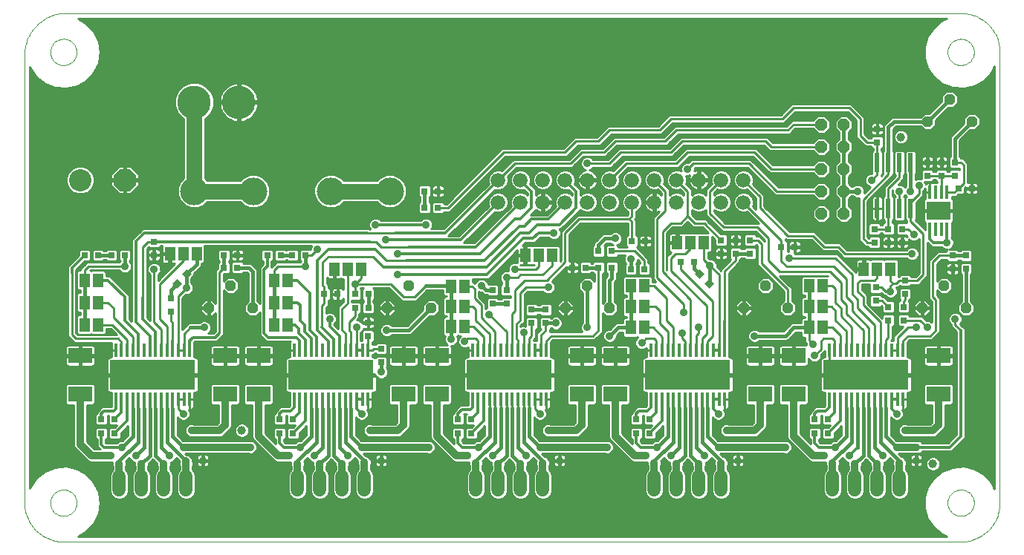
<source format=gtl>
G75*
G70*
%OFA0B0*%
%FSLAX24Y24*%
%IPPOS*%
%LPD*%
%AMOC8*
5,1,8,0,0,1.08239X$1,22.5*
%
%ADD10C,0.0000*%
%ADD11C,0.0394*%
%ADD12R,0.0118X0.0630*%
%ADD13R,0.3819X0.1339*%
%ADD14R,0.0300X0.0300*%
%ADD15R,0.1063X0.0709*%
%ADD16C,0.0600*%
%ADD17R,0.0300X0.0300*%
%ADD18R,0.0460X0.0630*%
%ADD19C,0.1500*%
%ADD20OC8,0.0480*%
%ADD21C,0.0660*%
%ADD22C,0.1250*%
%ADD23R,0.0157X0.0630*%
%ADD24R,0.1083X0.0827*%
%ADD25C,0.1000*%
%ADD26OC8,0.1000*%
%ADD27R,0.0236X0.0866*%
%ADD28OC8,0.0540*%
%ADD29C,0.0094*%
%ADD30C,0.0357*%
%ADD31C,0.0110*%
%ADD32C,0.0320*%
%ADD33C,0.0120*%
%ADD34C,0.0160*%
%ADD35C,0.0100*%
%ADD36C,0.0200*%
%ADD37C,0.0240*%
%ADD38C,0.0700*%
%ADD39C,0.0090*%
D10*
X002147Y002875D02*
X042397Y002875D01*
X041806Y004625D02*
X041808Y004673D01*
X041814Y004721D01*
X041824Y004768D01*
X041837Y004814D01*
X041855Y004859D01*
X041875Y004903D01*
X041900Y004945D01*
X041928Y004984D01*
X041958Y005021D01*
X041992Y005055D01*
X042029Y005087D01*
X042067Y005116D01*
X042108Y005141D01*
X042151Y005163D01*
X042196Y005181D01*
X042242Y005195D01*
X042289Y005206D01*
X042337Y005213D01*
X042385Y005216D01*
X042433Y005215D01*
X042481Y005210D01*
X042529Y005201D01*
X042575Y005189D01*
X042620Y005172D01*
X042664Y005152D01*
X042706Y005129D01*
X042746Y005102D01*
X042784Y005072D01*
X042819Y005039D01*
X042851Y005003D01*
X042881Y004965D01*
X042907Y004924D01*
X042929Y004881D01*
X042949Y004837D01*
X042964Y004792D01*
X042976Y004745D01*
X042984Y004697D01*
X042988Y004649D01*
X042988Y004601D01*
X042984Y004553D01*
X042976Y004505D01*
X042964Y004458D01*
X042949Y004413D01*
X042929Y004369D01*
X042907Y004326D01*
X042881Y004285D01*
X042851Y004247D01*
X042819Y004211D01*
X042784Y004178D01*
X042746Y004148D01*
X042706Y004121D01*
X042664Y004098D01*
X042620Y004078D01*
X042575Y004061D01*
X042529Y004049D01*
X042481Y004040D01*
X042433Y004035D01*
X042385Y004034D01*
X042337Y004037D01*
X042289Y004044D01*
X042242Y004055D01*
X042196Y004069D01*
X042151Y004087D01*
X042108Y004109D01*
X042067Y004134D01*
X042029Y004163D01*
X041992Y004195D01*
X041958Y004229D01*
X041928Y004266D01*
X041900Y004305D01*
X041875Y004347D01*
X041855Y004391D01*
X041837Y004436D01*
X041824Y004482D01*
X041814Y004529D01*
X041808Y004577D01*
X041806Y004625D01*
X042397Y002875D02*
X042480Y002877D01*
X042563Y002883D01*
X042646Y002893D01*
X042728Y002907D01*
X042810Y002924D01*
X042890Y002946D01*
X042969Y002971D01*
X043047Y003000D01*
X043124Y003033D01*
X043199Y003070D01*
X043272Y003109D01*
X043343Y003153D01*
X043412Y003199D01*
X043479Y003249D01*
X043543Y003302D01*
X043605Y003358D01*
X043664Y003417D01*
X043720Y003479D01*
X043773Y003543D01*
X043823Y003610D01*
X043869Y003679D01*
X043913Y003750D01*
X043952Y003823D01*
X043989Y003898D01*
X044022Y003975D01*
X044051Y004053D01*
X044076Y004132D01*
X044098Y004212D01*
X044115Y004294D01*
X044129Y004376D01*
X044139Y004459D01*
X044145Y004542D01*
X044147Y004625D01*
X044147Y024875D01*
X041806Y024875D02*
X041808Y024923D01*
X041814Y024971D01*
X041824Y025018D01*
X041837Y025064D01*
X041855Y025109D01*
X041875Y025153D01*
X041900Y025195D01*
X041928Y025234D01*
X041958Y025271D01*
X041992Y025305D01*
X042029Y025337D01*
X042067Y025366D01*
X042108Y025391D01*
X042151Y025413D01*
X042196Y025431D01*
X042242Y025445D01*
X042289Y025456D01*
X042337Y025463D01*
X042385Y025466D01*
X042433Y025465D01*
X042481Y025460D01*
X042529Y025451D01*
X042575Y025439D01*
X042620Y025422D01*
X042664Y025402D01*
X042706Y025379D01*
X042746Y025352D01*
X042784Y025322D01*
X042819Y025289D01*
X042851Y025253D01*
X042881Y025215D01*
X042907Y025174D01*
X042929Y025131D01*
X042949Y025087D01*
X042964Y025042D01*
X042976Y024995D01*
X042984Y024947D01*
X042988Y024899D01*
X042988Y024851D01*
X042984Y024803D01*
X042976Y024755D01*
X042964Y024708D01*
X042949Y024663D01*
X042929Y024619D01*
X042907Y024576D01*
X042881Y024535D01*
X042851Y024497D01*
X042819Y024461D01*
X042784Y024428D01*
X042746Y024398D01*
X042706Y024371D01*
X042664Y024348D01*
X042620Y024328D01*
X042575Y024311D01*
X042529Y024299D01*
X042481Y024290D01*
X042433Y024285D01*
X042385Y024284D01*
X042337Y024287D01*
X042289Y024294D01*
X042242Y024305D01*
X042196Y024319D01*
X042151Y024337D01*
X042108Y024359D01*
X042067Y024384D01*
X042029Y024413D01*
X041992Y024445D01*
X041958Y024479D01*
X041928Y024516D01*
X041900Y024555D01*
X041875Y024597D01*
X041855Y024641D01*
X041837Y024686D01*
X041824Y024732D01*
X041814Y024779D01*
X041808Y024827D01*
X041806Y024875D01*
X042397Y026625D02*
X042480Y026623D01*
X042563Y026617D01*
X042646Y026607D01*
X042728Y026593D01*
X042810Y026576D01*
X042890Y026554D01*
X042969Y026529D01*
X043047Y026500D01*
X043124Y026467D01*
X043199Y026430D01*
X043272Y026391D01*
X043343Y026347D01*
X043412Y026301D01*
X043479Y026251D01*
X043543Y026198D01*
X043605Y026142D01*
X043664Y026083D01*
X043720Y026021D01*
X043773Y025957D01*
X043823Y025890D01*
X043869Y025821D01*
X043913Y025750D01*
X043952Y025677D01*
X043989Y025602D01*
X044022Y025525D01*
X044051Y025447D01*
X044076Y025368D01*
X044098Y025288D01*
X044115Y025206D01*
X044129Y025124D01*
X044139Y025041D01*
X044145Y024958D01*
X044147Y024875D01*
X042397Y026625D02*
X002147Y026625D01*
X001556Y024875D02*
X001558Y024923D01*
X001564Y024971D01*
X001574Y025018D01*
X001587Y025064D01*
X001605Y025109D01*
X001625Y025153D01*
X001650Y025195D01*
X001678Y025234D01*
X001708Y025271D01*
X001742Y025305D01*
X001779Y025337D01*
X001817Y025366D01*
X001858Y025391D01*
X001901Y025413D01*
X001946Y025431D01*
X001992Y025445D01*
X002039Y025456D01*
X002087Y025463D01*
X002135Y025466D01*
X002183Y025465D01*
X002231Y025460D01*
X002279Y025451D01*
X002325Y025439D01*
X002370Y025422D01*
X002414Y025402D01*
X002456Y025379D01*
X002496Y025352D01*
X002534Y025322D01*
X002569Y025289D01*
X002601Y025253D01*
X002631Y025215D01*
X002657Y025174D01*
X002679Y025131D01*
X002699Y025087D01*
X002714Y025042D01*
X002726Y024995D01*
X002734Y024947D01*
X002738Y024899D01*
X002738Y024851D01*
X002734Y024803D01*
X002726Y024755D01*
X002714Y024708D01*
X002699Y024663D01*
X002679Y024619D01*
X002657Y024576D01*
X002631Y024535D01*
X002601Y024497D01*
X002569Y024461D01*
X002534Y024428D01*
X002496Y024398D01*
X002456Y024371D01*
X002414Y024348D01*
X002370Y024328D01*
X002325Y024311D01*
X002279Y024299D01*
X002231Y024290D01*
X002183Y024285D01*
X002135Y024284D01*
X002087Y024287D01*
X002039Y024294D01*
X001992Y024305D01*
X001946Y024319D01*
X001901Y024337D01*
X001858Y024359D01*
X001817Y024384D01*
X001779Y024413D01*
X001742Y024445D01*
X001708Y024479D01*
X001678Y024516D01*
X001650Y024555D01*
X001625Y024597D01*
X001605Y024641D01*
X001587Y024686D01*
X001574Y024732D01*
X001564Y024779D01*
X001558Y024827D01*
X001556Y024875D01*
X000397Y024625D02*
X000393Y024714D01*
X000394Y024804D01*
X000398Y024893D01*
X000407Y024982D01*
X000421Y025071D01*
X000438Y025158D01*
X000459Y025245D01*
X000485Y025331D01*
X000515Y025415D01*
X000548Y025498D01*
X000586Y025579D01*
X000627Y025658D01*
X000672Y025736D01*
X000721Y025811D01*
X000773Y025883D01*
X000829Y025953D01*
X000888Y026021D01*
X000950Y026085D01*
X001015Y026146D01*
X001083Y026205D01*
X001153Y026260D01*
X001226Y026311D01*
X001302Y026359D01*
X001379Y026403D01*
X001459Y026444D01*
X001541Y026481D01*
X001624Y026514D01*
X001709Y026543D01*
X001794Y026567D01*
X001881Y026588D01*
X001969Y026604D01*
X002058Y026617D01*
X002147Y026625D01*
X000397Y024625D02*
X000397Y004625D01*
X001556Y004625D02*
X001558Y004673D01*
X001564Y004721D01*
X001574Y004768D01*
X001587Y004814D01*
X001605Y004859D01*
X001625Y004903D01*
X001650Y004945D01*
X001678Y004984D01*
X001708Y005021D01*
X001742Y005055D01*
X001779Y005087D01*
X001817Y005116D01*
X001858Y005141D01*
X001901Y005163D01*
X001946Y005181D01*
X001992Y005195D01*
X002039Y005206D01*
X002087Y005213D01*
X002135Y005216D01*
X002183Y005215D01*
X002231Y005210D01*
X002279Y005201D01*
X002325Y005189D01*
X002370Y005172D01*
X002414Y005152D01*
X002456Y005129D01*
X002496Y005102D01*
X002534Y005072D01*
X002569Y005039D01*
X002601Y005003D01*
X002631Y004965D01*
X002657Y004924D01*
X002679Y004881D01*
X002699Y004837D01*
X002714Y004792D01*
X002726Y004745D01*
X002734Y004697D01*
X002738Y004649D01*
X002738Y004601D01*
X002734Y004553D01*
X002726Y004505D01*
X002714Y004458D01*
X002699Y004413D01*
X002679Y004369D01*
X002657Y004326D01*
X002631Y004285D01*
X002601Y004247D01*
X002569Y004211D01*
X002534Y004178D01*
X002496Y004148D01*
X002456Y004121D01*
X002414Y004098D01*
X002370Y004078D01*
X002325Y004061D01*
X002279Y004049D01*
X002231Y004040D01*
X002183Y004035D01*
X002135Y004034D01*
X002087Y004037D01*
X002039Y004044D01*
X001992Y004055D01*
X001946Y004069D01*
X001901Y004087D01*
X001858Y004109D01*
X001817Y004134D01*
X001779Y004163D01*
X001742Y004195D01*
X001708Y004229D01*
X001678Y004266D01*
X001650Y004305D01*
X001625Y004347D01*
X001605Y004391D01*
X001587Y004436D01*
X001574Y004482D01*
X001564Y004529D01*
X001558Y004577D01*
X001556Y004625D01*
X000397Y004625D02*
X000399Y004542D01*
X000405Y004459D01*
X000415Y004376D01*
X000429Y004294D01*
X000446Y004212D01*
X000468Y004132D01*
X000493Y004053D01*
X000522Y003975D01*
X000555Y003898D01*
X000592Y003823D01*
X000631Y003750D01*
X000675Y003679D01*
X000721Y003610D01*
X000771Y003543D01*
X000824Y003479D01*
X000880Y003417D01*
X000939Y003358D01*
X001001Y003302D01*
X001065Y003249D01*
X001132Y003199D01*
X001201Y003153D01*
X001272Y003109D01*
X001345Y003070D01*
X001420Y003033D01*
X001497Y003000D01*
X001575Y002971D01*
X001654Y002946D01*
X001734Y002924D01*
X001816Y002907D01*
X001898Y002893D01*
X001981Y002883D01*
X002064Y002877D01*
X002147Y002875D01*
D11*
X010147Y007875D03*
X039710Y021063D03*
X041147Y006375D03*
D12*
X039811Y009273D03*
X039555Y009273D03*
X039299Y009273D03*
X039043Y009273D03*
X038787Y009273D03*
X038531Y009273D03*
X038275Y009273D03*
X038019Y009273D03*
X037763Y009273D03*
X037507Y009273D03*
X037252Y009273D03*
X036996Y009273D03*
X036740Y009273D03*
X036484Y009273D03*
X036484Y011477D03*
X036740Y011477D03*
X036996Y011477D03*
X037252Y011477D03*
X037507Y011477D03*
X037763Y011477D03*
X038019Y011477D03*
X038275Y011477D03*
X038531Y011477D03*
X038787Y011477D03*
X039043Y011477D03*
X039299Y011477D03*
X039555Y011477D03*
X039811Y011477D03*
X031811Y011477D03*
X031555Y011477D03*
X031299Y011477D03*
X031043Y011477D03*
X030787Y011477D03*
X030531Y011477D03*
X030275Y011477D03*
X030019Y011477D03*
X029763Y011477D03*
X029507Y011477D03*
X029252Y011477D03*
X028996Y011477D03*
X028740Y011477D03*
X028484Y011477D03*
X028484Y009273D03*
X028740Y009273D03*
X028996Y009273D03*
X029252Y009273D03*
X029507Y009273D03*
X029763Y009273D03*
X030019Y009273D03*
X030275Y009273D03*
X030531Y009273D03*
X030787Y009273D03*
X031043Y009273D03*
X031299Y009273D03*
X031555Y009273D03*
X031811Y009273D03*
X023811Y009273D03*
X023555Y009273D03*
X023299Y009273D03*
X023043Y009273D03*
X022787Y009273D03*
X022531Y009273D03*
X022275Y009273D03*
X022019Y009273D03*
X021763Y009273D03*
X021507Y009273D03*
X021252Y009273D03*
X020996Y009273D03*
X020740Y009273D03*
X020484Y009273D03*
X020484Y011477D03*
X020740Y011477D03*
X020996Y011477D03*
X021252Y011477D03*
X021507Y011477D03*
X021763Y011477D03*
X022019Y011477D03*
X022275Y011477D03*
X022531Y011477D03*
X022787Y011477D03*
X023043Y011477D03*
X023299Y011477D03*
X023555Y011477D03*
X023811Y011477D03*
X015811Y011477D03*
X015555Y011477D03*
X015299Y011477D03*
X015043Y011477D03*
X014787Y011477D03*
X014531Y011477D03*
X014275Y011477D03*
X014019Y011477D03*
X013763Y011477D03*
X013507Y011477D03*
X013252Y011477D03*
X012996Y011477D03*
X012740Y011477D03*
X012484Y011477D03*
X012484Y009273D03*
X012740Y009273D03*
X012996Y009273D03*
X013252Y009273D03*
X013507Y009273D03*
X013763Y009273D03*
X014019Y009273D03*
X014275Y009273D03*
X014531Y009273D03*
X014787Y009273D03*
X015043Y009273D03*
X015299Y009273D03*
X015555Y009273D03*
X015811Y009273D03*
X007811Y009273D03*
X007555Y009273D03*
X007299Y009273D03*
X007043Y009273D03*
X006787Y009273D03*
X006531Y009273D03*
X006275Y009273D03*
X006019Y009273D03*
X005763Y009273D03*
X005507Y009273D03*
X005252Y009273D03*
X004996Y009273D03*
X004740Y009273D03*
X004484Y009273D03*
X004484Y011477D03*
X004740Y011477D03*
X004996Y011477D03*
X005252Y011477D03*
X005507Y011477D03*
X005763Y011477D03*
X006019Y011477D03*
X006275Y011477D03*
X006531Y011477D03*
X006787Y011477D03*
X007043Y011477D03*
X007299Y011477D03*
X007555Y011477D03*
X007811Y011477D03*
D13*
X006147Y010375D03*
X014147Y010375D03*
X022147Y010375D03*
X030147Y010375D03*
X038147Y010375D03*
D14*
X036447Y008375D03*
X035847Y008375D03*
X035847Y007750D03*
X036447Y007750D03*
X040397Y007125D03*
X040397Y006525D03*
X032397Y006525D03*
X032397Y007125D03*
X028447Y007750D03*
X027847Y007750D03*
X027847Y008375D03*
X028447Y008375D03*
X024397Y007125D03*
X024397Y006525D03*
X020447Y007750D03*
X019847Y007750D03*
X019847Y008375D03*
X020447Y008375D03*
X016397Y007125D03*
X016397Y006525D03*
X012447Y007750D03*
X011847Y007750D03*
X011847Y008375D03*
X012447Y008375D03*
X008397Y007125D03*
X008397Y006525D03*
X004447Y007750D03*
X003847Y007750D03*
X003847Y008375D03*
X004447Y008375D03*
X006960Y013213D03*
X006960Y013813D03*
X009347Y015188D03*
X009347Y015750D03*
X009947Y015750D03*
X009947Y015188D03*
X011285Y015750D03*
X011885Y015750D03*
X012410Y015750D03*
X013010Y015750D03*
X013847Y014000D03*
X014447Y014000D03*
X015222Y014000D03*
X015822Y014000D03*
X015822Y013375D03*
X015222Y013375D03*
X015811Y012725D03*
X015811Y012125D03*
X016397Y011550D03*
X016397Y010950D03*
X021397Y013575D03*
X022022Y013575D03*
X022022Y014175D03*
X021397Y014175D03*
X023147Y013300D03*
X023772Y013300D03*
X023772Y012700D03*
X023147Y012700D03*
X024972Y015188D03*
X025572Y015188D03*
X026147Y015188D03*
X026747Y015188D03*
X027597Y015125D03*
X028197Y015125D03*
X026747Y015938D03*
X026147Y015938D03*
X027647Y016375D03*
X028247Y016375D03*
X029847Y015438D03*
X030447Y015438D03*
X031647Y015825D03*
X032297Y015825D03*
X032947Y015825D03*
X032947Y016425D03*
X032297Y016425D03*
X031647Y016425D03*
X034347Y016125D03*
X034947Y016125D03*
X038522Y016325D03*
X039147Y016325D03*
X039147Y016925D03*
X038522Y016925D03*
X039772Y016925D03*
X039772Y016325D03*
X042022Y015738D03*
X042637Y015738D03*
X042637Y015138D03*
X042022Y015138D03*
X039897Y014613D03*
X039897Y014013D03*
X039835Y013425D03*
X039835Y012825D03*
X039147Y012825D03*
X039147Y013425D03*
X038585Y013700D03*
X038585Y014300D03*
X042285Y018750D03*
X042127Y019325D03*
X041527Y019325D03*
X041527Y019925D03*
X042127Y019925D03*
X040897Y019925D03*
X040897Y019325D03*
X042885Y018750D03*
X038647Y020825D03*
X038647Y021425D03*
X018947Y018625D03*
X018347Y018625D03*
X018347Y017875D03*
X018947Y017875D03*
X006210Y016363D03*
X006210Y015763D03*
X004897Y015750D03*
X004297Y015750D03*
X003697Y015750D03*
X003097Y015750D03*
D15*
X002897Y011241D03*
X002897Y009509D03*
X009397Y009509D03*
X010897Y009509D03*
X010897Y011241D03*
X009397Y011241D03*
X017397Y011241D03*
X018897Y011241D03*
X018897Y009509D03*
X017397Y009509D03*
X025397Y009509D03*
X026897Y009509D03*
X026897Y011241D03*
X025397Y011241D03*
X033397Y011241D03*
X034897Y011241D03*
X034897Y009509D03*
X033397Y009509D03*
X041397Y009509D03*
X041397Y011241D03*
D16*
X039647Y005800D02*
X039647Y005200D01*
X038647Y005200D02*
X038647Y005800D01*
X037647Y005800D02*
X037647Y005200D01*
X036647Y005200D02*
X036647Y005800D01*
X031647Y005800D02*
X031647Y005200D01*
X030647Y005200D02*
X030647Y005800D01*
X029647Y005800D02*
X029647Y005200D01*
X028647Y005200D02*
X028647Y005800D01*
X023647Y005800D02*
X023647Y005200D01*
X022647Y005200D02*
X022647Y005800D01*
X021647Y005800D02*
X021647Y005200D01*
X020647Y005200D02*
X020647Y005800D01*
X015647Y005800D02*
X015647Y005200D01*
X014647Y005200D02*
X014647Y005800D01*
X013647Y005800D02*
X013647Y005200D01*
X012647Y005200D02*
X012647Y005800D01*
X007647Y005800D02*
X007647Y005200D01*
X006647Y005200D02*
X006647Y005800D01*
X005647Y005800D02*
X005647Y005200D01*
X004647Y005200D02*
X004647Y005800D01*
D17*
G36*
X007460Y014475D02*
X007248Y014263D01*
X007036Y014475D01*
X007248Y014687D01*
X007460Y014475D01*
G37*
G36*
X007884Y014900D02*
X007672Y014688D01*
X007460Y014900D01*
X007672Y015112D01*
X007884Y014900D01*
G37*
G36*
X030685Y014688D02*
X030473Y014900D01*
X030685Y015112D01*
X030897Y014900D01*
X030685Y014688D01*
G37*
G36*
X031109Y014263D02*
X030897Y014475D01*
X031109Y014687D01*
X031321Y014475D01*
X031109Y014263D01*
G37*
D18*
X028197Y014375D03*
X027597Y014375D03*
X027597Y013438D03*
X028197Y013438D03*
X028197Y012500D03*
X027597Y012500D03*
X024060Y015750D03*
X023460Y015750D03*
X022860Y015750D03*
X020135Y014363D03*
X019535Y014363D03*
X019535Y013463D03*
X020135Y013463D03*
X020135Y012563D03*
X019535Y012563D03*
X015497Y015125D03*
X014897Y015125D03*
X014297Y015125D03*
X012197Y014625D03*
X011597Y014625D03*
X011597Y013625D03*
X012197Y013625D03*
X012197Y012625D03*
X011597Y012625D03*
X008122Y015813D03*
X007522Y015813D03*
X006922Y015813D03*
X003697Y014625D03*
X003097Y014625D03*
X003097Y013625D03*
X003697Y013625D03*
X003697Y012625D03*
X003097Y012625D03*
X029672Y016313D03*
X030272Y016313D03*
X030872Y016313D03*
X035597Y014375D03*
X036197Y014375D03*
X036197Y013438D03*
X035597Y013438D03*
X035597Y012500D03*
X036197Y012500D03*
X038047Y015125D03*
X038647Y015125D03*
X039247Y015125D03*
D19*
X010012Y022625D03*
X008012Y022625D03*
D20*
X009647Y014375D03*
X008657Y013375D03*
X010637Y013375D03*
X016657Y013375D03*
X017647Y014375D03*
X018637Y013375D03*
X024657Y013375D03*
X025647Y014375D03*
X026637Y013375D03*
X032657Y013375D03*
X033647Y014375D03*
X034637Y013375D03*
X040657Y013375D03*
X041647Y014375D03*
X042637Y013375D03*
X042887Y021750D03*
X041897Y022750D03*
X040907Y021750D03*
D21*
X032647Y019125D03*
X031647Y019125D03*
X030647Y019125D03*
X029647Y019125D03*
X028647Y019125D03*
X027647Y019125D03*
X026647Y019125D03*
X025647Y019125D03*
X024647Y019125D03*
X023647Y019125D03*
X022647Y019125D03*
X021647Y019125D03*
X021647Y018125D03*
X022647Y018125D03*
X023647Y018125D03*
X024647Y018125D03*
X025647Y018125D03*
X026647Y018125D03*
X027647Y018125D03*
X028647Y018125D03*
X029647Y018125D03*
X030647Y018125D03*
X031647Y018125D03*
X032647Y018125D03*
D22*
X016784Y018625D03*
X014134Y018625D03*
X010660Y018625D03*
X008010Y018625D03*
D23*
X041013Y018577D03*
X041269Y018577D03*
X041525Y018577D03*
X041781Y018577D03*
X041781Y016923D03*
X041525Y016923D03*
X041269Y016923D03*
X041013Y016923D03*
D24*
X041397Y017750D03*
D25*
X002897Y019125D03*
D26*
X004897Y019125D03*
D27*
X038647Y019899D03*
X039147Y019899D03*
X039647Y019899D03*
X040147Y019899D03*
X040147Y017851D03*
X039647Y017851D03*
X039147Y017851D03*
X038647Y017851D03*
D28*
X037147Y017625D03*
X036147Y017625D03*
X036147Y018625D03*
X037147Y018625D03*
X037147Y019625D03*
X036147Y019625D03*
X036147Y020625D03*
X037147Y020625D03*
X037147Y021625D03*
X036147Y021625D03*
D29*
X035869Y021909D02*
X034689Y021909D01*
X034782Y022002D02*
X035962Y022002D01*
X035983Y022022D02*
X035768Y021807D01*
X034822Y021807D01*
X034572Y021557D01*
X029572Y021557D01*
X029072Y021057D01*
X026822Y021057D01*
X026322Y020557D01*
X025322Y020557D01*
X024822Y020057D01*
X022322Y020057D01*
X021815Y019550D01*
X021738Y019582D01*
X021556Y019582D01*
X021388Y019513D01*
X021260Y019384D01*
X021190Y019216D01*
X021190Y019034D01*
X021220Y018962D01*
X019195Y016937D01*
X018642Y016937D01*
X018657Y016952D01*
X018703Y017064D01*
X018703Y017186D01*
X018657Y017298D01*
X018571Y017384D01*
X018458Y017431D01*
X018336Y017431D01*
X018224Y017384D01*
X018152Y017312D01*
X016393Y017312D01*
X016321Y017384D01*
X016208Y017431D01*
X016086Y017431D01*
X015974Y017384D01*
X015888Y017298D01*
X015841Y017186D01*
X015841Y017064D01*
X015888Y016952D01*
X015912Y016927D01*
X015860Y016927D01*
X015850Y016937D01*
X005695Y016937D01*
X005585Y016828D01*
X005585Y016828D01*
X005210Y016453D01*
X005210Y012765D01*
X005084Y012890D01*
X005084Y013953D01*
X004334Y014703D01*
X004225Y014812D01*
X004054Y014812D01*
X004054Y014993D01*
X003980Y015067D01*
X003415Y015067D01*
X003397Y015050D01*
X003380Y015067D01*
X003347Y015067D01*
X003348Y015068D01*
X004647Y015068D01*
X004724Y014991D01*
X004836Y014944D01*
X004958Y014944D01*
X005071Y014991D01*
X005157Y015077D01*
X005203Y015189D01*
X005203Y015311D01*
X005157Y015423D01*
X005104Y015475D01*
X005104Y015477D01*
X005174Y015547D01*
X005174Y015953D01*
X005100Y016027D01*
X004695Y016027D01*
X004620Y015953D01*
X004620Y015547D01*
X004690Y015477D01*
X004690Y015475D01*
X004647Y015432D01*
X003197Y015432D01*
X003090Y015325D01*
X002915Y015150D01*
X002915Y015067D01*
X002815Y015067D01*
X002740Y014993D01*
X002740Y014257D01*
X002815Y014183D01*
X002890Y014183D01*
X002890Y014067D01*
X002815Y014067D01*
X002740Y013993D01*
X002740Y013257D01*
X002815Y013183D01*
X002890Y013183D01*
X002890Y013067D01*
X002815Y013067D01*
X002740Y012993D01*
X002740Y012257D01*
X002815Y012183D01*
X003380Y012183D01*
X003397Y012200D01*
X003415Y012183D01*
X003980Y012183D01*
X004054Y012257D01*
X004054Y012443D01*
X004259Y012443D01*
X004520Y012182D01*
X002785Y012182D01*
X002704Y012263D01*
X002704Y014855D01*
X002709Y014860D01*
X002709Y015097D01*
X003085Y015473D01*
X003300Y015473D01*
X003374Y015547D01*
X003374Y015953D01*
X003300Y016027D01*
X002895Y016027D01*
X002820Y015953D01*
X002820Y015738D01*
X002335Y015253D01*
X002335Y014860D01*
X002340Y014855D01*
X002340Y012112D01*
X002447Y012005D01*
X002634Y011818D01*
X004300Y011818D01*
X004298Y011809D01*
X004298Y011477D01*
X004298Y011172D01*
X004221Y011172D01*
X004189Y011163D01*
X004160Y011146D01*
X004136Y011122D01*
X003556Y011122D01*
X003556Y011194D02*
X002944Y011194D01*
X002944Y010760D01*
X003445Y010760D01*
X003478Y010768D01*
X003507Y010785D01*
X003531Y010809D01*
X003547Y010838D01*
X003556Y010870D01*
X003556Y011194D01*
X003556Y011288D02*
X003556Y011612D01*
X003547Y011645D01*
X003531Y011674D01*
X003507Y011697D01*
X003478Y011714D01*
X003445Y011723D01*
X002944Y011723D01*
X002944Y011288D01*
X002850Y011288D01*
X002850Y011194D01*
X002239Y011194D01*
X002239Y010870D01*
X002247Y010838D01*
X002264Y010809D01*
X002288Y010785D01*
X002317Y010768D01*
X002349Y010760D01*
X002850Y010760D01*
X002850Y011194D01*
X002944Y011194D01*
X002944Y011288D01*
X003556Y011288D01*
X003556Y011308D02*
X004298Y011308D01*
X004298Y011401D02*
X003556Y011401D01*
X003556Y011494D02*
X004298Y011494D01*
X004298Y011477D02*
X004484Y011477D01*
X004298Y011477D01*
X004298Y011587D02*
X003556Y011587D01*
X003524Y011680D02*
X004298Y011680D01*
X004298Y011773D02*
X000644Y011773D01*
X000644Y011866D02*
X002586Y011866D01*
X002493Y011959D02*
X000644Y011959D01*
X000644Y012052D02*
X002400Y012052D01*
X002340Y012145D02*
X000644Y012145D01*
X000644Y012238D02*
X002340Y012238D01*
X002340Y012331D02*
X000644Y012331D01*
X000644Y012424D02*
X002340Y012424D01*
X002340Y012517D02*
X000644Y012517D01*
X000644Y012610D02*
X002340Y012610D01*
X002340Y012703D02*
X000644Y012703D01*
X000644Y012796D02*
X002340Y012796D01*
X002340Y012889D02*
X000644Y012889D01*
X000644Y012982D02*
X002340Y012982D01*
X002340Y013075D02*
X000644Y013075D01*
X000644Y013168D02*
X002340Y013168D01*
X002340Y013261D02*
X000644Y013261D01*
X000644Y013354D02*
X002340Y013354D01*
X002340Y013447D02*
X000644Y013447D01*
X000644Y013540D02*
X002340Y013540D01*
X002340Y013633D02*
X000644Y013633D01*
X000644Y013726D02*
X002340Y013726D01*
X002340Y013819D02*
X000644Y013819D01*
X000644Y013912D02*
X002340Y013912D01*
X002340Y014005D02*
X000644Y014005D01*
X000644Y014098D02*
X002340Y014098D01*
X002340Y014191D02*
X000644Y014191D01*
X000644Y014284D02*
X002340Y014284D01*
X002340Y014377D02*
X000644Y014377D01*
X000644Y014470D02*
X002340Y014470D01*
X002340Y014563D02*
X000644Y014563D01*
X000644Y014656D02*
X002340Y014656D01*
X002340Y014749D02*
X000644Y014749D01*
X000644Y014842D02*
X002340Y014842D01*
X002335Y014935D02*
X000644Y014935D01*
X000644Y015028D02*
X002335Y015028D01*
X002335Y015121D02*
X000644Y015121D01*
X000644Y015213D02*
X002335Y015213D01*
X002389Y015306D02*
X000644Y015306D01*
X000644Y015399D02*
X002482Y015399D01*
X002575Y015492D02*
X000644Y015492D01*
X000644Y015585D02*
X002668Y015585D01*
X002761Y015678D02*
X000644Y015678D01*
X000644Y015771D02*
X002820Y015771D01*
X002820Y015864D02*
X000644Y015864D01*
X000644Y015957D02*
X002825Y015957D01*
X003370Y015957D02*
X003425Y015957D01*
X003420Y015953D02*
X003420Y015547D01*
X003495Y015473D01*
X003900Y015473D01*
X003970Y015543D01*
X004025Y015543D01*
X004095Y015473D01*
X004500Y015473D01*
X004574Y015547D01*
X004574Y015953D01*
X004500Y016027D01*
X004095Y016027D01*
X004025Y015957D01*
X003970Y015957D01*
X003900Y016027D01*
X003495Y016027D01*
X003420Y015953D01*
X003420Y015864D02*
X003374Y015864D01*
X003374Y015771D02*
X003420Y015771D01*
X003420Y015678D02*
X003374Y015678D01*
X003374Y015585D02*
X003420Y015585D01*
X003475Y015492D02*
X003320Y015492D01*
X003164Y015399D02*
X003012Y015399D01*
X003071Y015306D02*
X002919Y015306D01*
X002978Y015213D02*
X002826Y015213D01*
X002915Y015121D02*
X002733Y015121D01*
X002709Y015028D02*
X002775Y015028D01*
X002740Y014935D02*
X002709Y014935D01*
X002704Y014842D02*
X002740Y014842D01*
X002740Y014749D02*
X002704Y014749D01*
X002704Y014656D02*
X002740Y014656D01*
X002740Y014563D02*
X002704Y014563D01*
X002704Y014470D02*
X002740Y014470D01*
X002740Y014377D02*
X002704Y014377D01*
X002704Y014284D02*
X002740Y014284D01*
X002704Y014191D02*
X002807Y014191D01*
X002890Y014098D02*
X002704Y014098D01*
X002704Y014005D02*
X002752Y014005D01*
X002740Y013912D02*
X002704Y013912D01*
X002704Y013819D02*
X002740Y013819D01*
X002740Y013726D02*
X002704Y013726D01*
X002704Y013633D02*
X002740Y013633D01*
X002740Y013540D02*
X002704Y013540D01*
X002704Y013447D02*
X002740Y013447D01*
X002740Y013354D02*
X002704Y013354D01*
X002704Y013261D02*
X002740Y013261D01*
X002704Y013168D02*
X002890Y013168D01*
X002890Y013075D02*
X002704Y013075D01*
X002704Y012982D02*
X002740Y012982D01*
X002740Y012889D02*
X002704Y012889D01*
X002704Y012796D02*
X002740Y012796D01*
X002740Y012703D02*
X002704Y012703D01*
X002704Y012610D02*
X002740Y012610D01*
X002740Y012517D02*
X002704Y012517D01*
X002704Y012424D02*
X002740Y012424D01*
X002740Y012331D02*
X002704Y012331D01*
X002730Y012238D02*
X002759Y012238D01*
X002850Y011723D02*
X002349Y011723D01*
X002317Y011714D01*
X002288Y011697D01*
X002264Y011674D01*
X002247Y011645D01*
X002239Y011612D01*
X002239Y011288D01*
X002850Y011288D01*
X002850Y011723D01*
X002850Y011680D02*
X002944Y011680D01*
X002944Y011587D02*
X002850Y011587D01*
X002850Y011494D02*
X002944Y011494D01*
X002944Y011401D02*
X002850Y011401D01*
X002850Y011308D02*
X002944Y011308D01*
X002944Y011215D02*
X004298Y011215D01*
X004136Y011122D02*
X004119Y011093D01*
X004111Y011061D01*
X004111Y010422D01*
X006100Y010422D01*
X006100Y010328D01*
X004111Y010328D01*
X004111Y009689D01*
X004119Y009657D01*
X004136Y009628D01*
X004160Y009604D01*
X004189Y009587D01*
X004221Y009578D01*
X004298Y009578D01*
X004298Y009351D01*
X004297Y009350D01*
X004297Y008937D01*
X003882Y008937D01*
X003770Y008825D01*
X003660Y008715D01*
X003660Y008652D01*
X003645Y008652D01*
X003570Y008578D01*
X003570Y008172D01*
X003645Y008098D01*
X004050Y008098D01*
X004124Y008172D01*
X004124Y008563D01*
X004170Y008563D01*
X004170Y008172D01*
X004245Y008098D01*
X004530Y008098D01*
X004460Y008027D01*
X004245Y008027D01*
X004170Y007953D01*
X004170Y007547D01*
X004245Y007473D01*
X004650Y007473D01*
X004724Y007547D01*
X004724Y007762D01*
X005044Y008082D01*
X005044Y007690D01*
X004785Y007431D01*
X004711Y007431D01*
X004599Y007384D01*
X004527Y007312D01*
X004037Y007312D01*
X004034Y007315D01*
X004034Y007473D01*
X004050Y007473D01*
X004124Y007547D01*
X004124Y007953D01*
X004050Y008027D01*
X003645Y008027D01*
X003570Y007953D01*
X003570Y007547D01*
X003645Y007473D01*
X003660Y007473D01*
X003660Y007160D01*
X003770Y007050D01*
X003773Y007047D01*
X003783Y007037D01*
X003516Y007037D01*
X003184Y007369D01*
X003184Y009027D01*
X003481Y009027D01*
X003556Y009102D01*
X003556Y009916D01*
X003481Y009990D01*
X002313Y009990D01*
X002239Y009916D01*
X002239Y009102D01*
X002313Y009027D01*
X002610Y009027D01*
X002610Y007193D01*
X002654Y007087D01*
X003154Y006587D01*
X003235Y006506D01*
X003340Y006463D01*
X004166Y006463D01*
X004211Y006444D01*
X004333Y006444D01*
X004347Y006450D01*
X004341Y006436D01*
X004341Y006314D01*
X004360Y006269D01*
X004360Y006117D01*
X004285Y006042D01*
X004220Y005885D01*
X004220Y005115D01*
X004285Y004958D01*
X004405Y004838D01*
X004562Y004773D01*
X004732Y004773D01*
X004889Y004838D01*
X005009Y004958D01*
X005074Y005115D01*
X005074Y005885D01*
X005009Y006042D01*
X004934Y006117D01*
X004934Y006269D01*
X004953Y006314D01*
X004953Y006436D01*
X004931Y006490D01*
X005102Y006662D01*
X005138Y006577D01*
X005224Y006491D01*
X005336Y006444D01*
X005345Y006444D01*
X005341Y006436D01*
X005341Y006314D01*
X005360Y006269D01*
X005360Y006117D01*
X005285Y006042D01*
X005220Y005885D01*
X005220Y005115D01*
X005285Y004958D01*
X005405Y004838D01*
X005562Y004773D01*
X005732Y004773D01*
X005889Y004838D01*
X006009Y004958D01*
X006074Y005115D01*
X006074Y005885D01*
X006009Y006042D01*
X005934Y006117D01*
X005934Y006269D01*
X005953Y006314D01*
X005953Y006388D01*
X006147Y006582D01*
X006189Y006540D01*
X006189Y006540D01*
X006341Y006388D01*
X006341Y006314D01*
X006360Y006269D01*
X006360Y006117D01*
X006285Y006042D01*
X006220Y005885D01*
X006220Y005115D01*
X006285Y004958D01*
X006405Y004838D01*
X006562Y004773D01*
X006732Y004773D01*
X006889Y004838D01*
X007009Y004958D01*
X007074Y005115D01*
X007074Y005885D01*
X007009Y006042D01*
X006934Y006117D01*
X006934Y006269D01*
X006953Y006314D01*
X006953Y006436D01*
X006950Y006444D01*
X006958Y006444D01*
X007071Y006491D01*
X007157Y006577D01*
X007192Y006662D01*
X007360Y006494D01*
X007360Y006481D01*
X007341Y006436D01*
X007341Y006314D01*
X007360Y006269D01*
X007360Y006117D01*
X007285Y006042D01*
X007220Y005885D01*
X007220Y005115D01*
X007285Y004958D01*
X007405Y004838D01*
X007562Y004773D01*
X007732Y004773D01*
X007889Y004838D01*
X008009Y004958D01*
X008074Y005115D01*
X008074Y005885D01*
X008009Y006042D01*
X007934Y006117D01*
X007934Y006269D01*
X007953Y006314D01*
X007953Y006436D01*
X007934Y006481D01*
X007934Y006557D01*
X007891Y006663D01*
X007810Y006744D01*
X007704Y006787D01*
X007653Y006787D01*
X007610Y006830D01*
X007628Y006838D01*
X010416Y006838D01*
X010461Y006819D01*
X010583Y006819D01*
X010696Y006866D01*
X010782Y006952D01*
X010828Y007064D01*
X010828Y007186D01*
X010782Y007298D01*
X010696Y007384D01*
X010583Y007431D01*
X010461Y007431D01*
X010416Y007412D01*
X007628Y007412D01*
X007583Y007431D01*
X007509Y007431D01*
X007250Y007690D01*
X007250Y008482D01*
X007263Y008452D01*
X007349Y008366D01*
X007461Y008319D01*
X007583Y008319D01*
X007696Y008366D01*
X007782Y008452D01*
X007828Y008564D01*
X007828Y008686D01*
X007782Y008798D01*
X007750Y008830D01*
X007811Y008830D01*
X007886Y008830D01*
X007919Y008839D01*
X007948Y008856D01*
X007972Y008880D01*
X007988Y008909D01*
X007997Y008941D01*
X007997Y009273D01*
X007997Y009578D01*
X008073Y009578D01*
X008106Y009587D01*
X008135Y009604D01*
X008159Y009628D01*
X008175Y009657D01*
X008184Y009689D01*
X008184Y010328D01*
X006194Y010328D01*
X006194Y010422D01*
X008184Y010422D01*
X008184Y011061D01*
X008175Y011093D01*
X008159Y011122D01*
X008739Y011122D01*
X008739Y011194D02*
X008739Y010870D01*
X008747Y010838D01*
X008764Y010809D01*
X008788Y010785D01*
X008817Y010768D01*
X008849Y010760D01*
X009350Y010760D01*
X009350Y011194D01*
X008739Y011194D01*
X008739Y011288D02*
X008739Y011612D01*
X008747Y011645D01*
X008764Y011674D01*
X008788Y011697D01*
X008817Y011714D01*
X008849Y011723D01*
X009350Y011723D01*
X009350Y011288D01*
X009350Y011194D01*
X009444Y011194D01*
X009444Y010760D01*
X009945Y010760D01*
X009978Y010768D01*
X010007Y010785D01*
X010031Y010809D01*
X010047Y010838D01*
X010056Y010870D01*
X010056Y011194D01*
X009444Y011194D01*
X009444Y011288D01*
X009350Y011288D01*
X008739Y011288D01*
X008739Y011308D02*
X007997Y011308D01*
X007997Y011399D02*
X007997Y011172D01*
X008073Y011172D01*
X008106Y011163D01*
X008135Y011146D01*
X008159Y011122D01*
X008184Y011029D02*
X008739Y011029D01*
X008739Y010936D02*
X008184Y010936D01*
X008184Y010843D02*
X008746Y010843D01*
X008184Y010750D02*
X012111Y010750D01*
X012111Y010657D02*
X008184Y010657D01*
X008184Y010564D02*
X012111Y010564D01*
X012111Y010471D02*
X008184Y010471D01*
X008184Y010285D02*
X012111Y010285D01*
X012111Y010328D02*
X012111Y009689D01*
X012119Y009657D01*
X012136Y009628D01*
X012160Y009604D01*
X012189Y009587D01*
X012221Y009578D01*
X012298Y009578D01*
X012298Y009351D01*
X012297Y009350D01*
X012297Y008977D01*
X012257Y008937D01*
X011882Y008937D01*
X011770Y008825D01*
X011660Y008715D01*
X011660Y008652D01*
X011645Y008652D01*
X011570Y008578D01*
X011570Y008172D01*
X011645Y008098D01*
X012050Y008098D01*
X012124Y008172D01*
X012124Y008563D01*
X012170Y008563D01*
X012170Y008172D01*
X012245Y008098D01*
X012530Y008098D01*
X012460Y008027D01*
X012245Y008027D01*
X012170Y007953D01*
X012170Y007547D01*
X012245Y007473D01*
X012650Y007473D01*
X012724Y007547D01*
X012724Y007762D01*
X013044Y008082D01*
X013044Y007690D01*
X012785Y007431D01*
X012711Y007431D01*
X012599Y007384D01*
X012527Y007312D01*
X012100Y007312D01*
X012034Y007378D01*
X012034Y007473D01*
X012050Y007473D01*
X012124Y007547D01*
X012124Y007953D01*
X012050Y008027D01*
X011645Y008027D01*
X011570Y007953D01*
X011570Y007547D01*
X011645Y007473D01*
X011660Y007473D01*
X011660Y007268D01*
X011184Y007744D01*
X011184Y009027D01*
X011481Y009027D01*
X011556Y009102D01*
X011556Y009916D01*
X011481Y009990D01*
X010313Y009990D01*
X010239Y009916D01*
X010239Y009102D01*
X010313Y009027D01*
X010610Y009027D01*
X010610Y007568D01*
X010654Y007462D01*
X010735Y007381D01*
X011610Y006506D01*
X011715Y006463D01*
X012166Y006463D01*
X012211Y006444D01*
X012333Y006444D01*
X012347Y006450D01*
X012341Y006436D01*
X012341Y006314D01*
X012360Y006269D01*
X012360Y006117D01*
X012285Y006042D01*
X012220Y005885D01*
X012220Y005115D01*
X012285Y004958D01*
X012405Y004838D01*
X012562Y004773D01*
X012732Y004773D01*
X012889Y004838D01*
X013009Y004958D01*
X013074Y005115D01*
X013074Y005885D01*
X013009Y006042D01*
X012934Y006117D01*
X012934Y006269D01*
X012953Y006314D01*
X012953Y006436D01*
X012931Y006490D01*
X013102Y006662D01*
X013138Y006577D01*
X013224Y006491D01*
X013336Y006444D01*
X013345Y006444D01*
X013341Y006436D01*
X013341Y006314D01*
X013360Y006269D01*
X013360Y006117D01*
X013285Y006042D01*
X013220Y005885D01*
X013220Y005115D01*
X013285Y004958D01*
X013405Y004838D01*
X013562Y004773D01*
X013732Y004773D01*
X013889Y004838D01*
X014009Y004958D01*
X014074Y005115D01*
X014074Y005885D01*
X014009Y006042D01*
X013934Y006117D01*
X013934Y006269D01*
X013953Y006314D01*
X013953Y006388D01*
X014147Y006582D01*
X014189Y006540D01*
X014341Y006388D01*
X014341Y006314D01*
X014360Y006269D01*
X014360Y006117D01*
X014285Y006042D01*
X014220Y005885D01*
X014220Y005115D01*
X014285Y004958D01*
X014405Y004838D01*
X014562Y004773D01*
X014732Y004773D01*
X014889Y004838D01*
X015009Y004958D01*
X015074Y005115D01*
X015074Y005885D01*
X015009Y006042D01*
X014934Y006117D01*
X014934Y006269D01*
X014953Y006314D01*
X014953Y006436D01*
X014950Y006444D01*
X014958Y006444D01*
X015071Y006491D01*
X015157Y006577D01*
X015192Y006662D01*
X015346Y006509D01*
X015341Y006498D01*
X015341Y006377D01*
X015360Y006331D01*
X015360Y006117D01*
X015285Y006042D01*
X015220Y005885D01*
X015220Y005115D01*
X015285Y004958D01*
X015405Y004838D01*
X015562Y004773D01*
X015732Y004773D01*
X015889Y004838D01*
X016009Y004958D01*
X016074Y005115D01*
X016074Y005885D01*
X016009Y006042D01*
X015934Y006117D01*
X015934Y006331D01*
X015953Y006377D01*
X015953Y006498D01*
X015907Y006611D01*
X015821Y006697D01*
X015708Y006743D01*
X015697Y006743D01*
X015610Y006830D01*
X015628Y006838D01*
X018416Y006838D01*
X018461Y006819D01*
X018583Y006819D01*
X018696Y006866D01*
X018782Y006952D01*
X018828Y007064D01*
X018828Y007186D01*
X018782Y007298D01*
X018696Y007384D01*
X018583Y007431D01*
X018461Y007431D01*
X018416Y007412D01*
X015628Y007412D01*
X015583Y007431D01*
X015509Y007431D01*
X015250Y007690D01*
X015250Y008482D01*
X015263Y008452D01*
X015349Y008366D01*
X015461Y008319D01*
X015583Y008319D01*
X015696Y008366D01*
X015782Y008452D01*
X015828Y008564D01*
X015828Y008686D01*
X015782Y008798D01*
X015750Y008830D01*
X015811Y008830D01*
X015886Y008830D01*
X015919Y008839D01*
X015948Y008856D01*
X015972Y008880D01*
X015988Y008909D01*
X015997Y008941D01*
X015997Y009273D01*
X015997Y009578D01*
X016073Y009578D01*
X016106Y009587D01*
X016135Y009604D01*
X016159Y009628D01*
X016175Y009657D01*
X016184Y009689D01*
X016184Y010281D01*
X016224Y010241D01*
X016336Y010194D01*
X016458Y010194D01*
X016571Y010241D01*
X016657Y010327D01*
X016703Y010439D01*
X016703Y010561D01*
X016657Y010673D01*
X016629Y010701D01*
X016674Y010747D01*
X016674Y011153D01*
X016600Y011227D01*
X016195Y011227D01*
X016121Y011154D01*
X016106Y011163D01*
X016073Y011172D01*
X015997Y011172D01*
X015997Y011295D01*
X016075Y011295D01*
X016124Y011344D01*
X016195Y011273D01*
X016600Y011273D01*
X016674Y011347D01*
X016674Y011753D01*
X016600Y011827D01*
X016195Y011827D01*
X016120Y011753D01*
X016120Y011732D01*
X015997Y011732D01*
X015997Y011845D01*
X015994Y011848D01*
X016013Y011848D01*
X016088Y011922D01*
X016088Y012328D01*
X016013Y012402D01*
X015608Y012402D01*
X015533Y012328D01*
X015533Y011922D01*
X015536Y011920D01*
X015481Y011920D01*
X015481Y012276D01*
X015558Y012353D01*
X015603Y012461D01*
X015612Y012456D01*
X015644Y012448D01*
X015783Y012448D01*
X015783Y012697D01*
X015838Y012697D01*
X015838Y012448D01*
X015977Y012448D01*
X016010Y012456D01*
X016039Y012473D01*
X016062Y012497D01*
X016079Y012526D01*
X016088Y012558D01*
X016088Y012697D01*
X015838Y012697D01*
X015838Y012753D01*
X015783Y012753D01*
X015783Y013002D01*
X015644Y013002D01*
X015612Y012994D01*
X015583Y012977D01*
X015559Y012953D01*
X015542Y012924D01*
X015533Y012892D01*
X015533Y012753D01*
X015783Y012753D01*
X015783Y012697D01*
X015559Y012697D01*
X015558Y012700D01*
X015472Y012786D01*
X015360Y012833D01*
X015300Y012833D01*
X015404Y012937D01*
X015404Y013098D01*
X015425Y013098D01*
X015499Y013172D01*
X015499Y013578D01*
X015425Y013652D01*
X015079Y013652D01*
X015079Y013723D01*
X015425Y013723D01*
X015499Y013797D01*
X015499Y014203D01*
X015454Y014249D01*
X015473Y014268D01*
X015610Y014268D01*
X015545Y014203D01*
X015545Y013797D01*
X015615Y013727D01*
X015615Y013648D01*
X015545Y013578D01*
X015545Y013172D01*
X015620Y013098D01*
X016025Y013098D01*
X016099Y013172D01*
X016099Y013578D01*
X016029Y013648D01*
X016029Y013727D01*
X016099Y013797D01*
X016099Y014203D01*
X016034Y014268D01*
X016747Y014268D01*
X017215Y013800D01*
X017322Y013693D01*
X017973Y013693D01*
X018448Y014168D01*
X019178Y014168D01*
X019178Y013995D01*
X019252Y013920D01*
X019328Y013920D01*
X019328Y013905D01*
X019252Y013905D01*
X019178Y013830D01*
X019178Y013095D01*
X019252Y013020D01*
X019328Y013020D01*
X019328Y013005D01*
X019252Y013005D01*
X019178Y012930D01*
X019178Y012195D01*
X019252Y012120D01*
X019259Y012120D01*
X019229Y012048D01*
X019229Y011927D01*
X019275Y011814D01*
X019361Y011728D01*
X019374Y011723D01*
X018944Y011723D01*
X018944Y011288D01*
X018850Y011288D01*
X018850Y011194D01*
X018239Y011194D01*
X018239Y010870D01*
X018247Y010838D01*
X018264Y010809D01*
X018288Y010785D01*
X018317Y010768D01*
X018349Y010760D01*
X018850Y010760D01*
X018850Y011194D01*
X018944Y011194D01*
X018944Y010760D01*
X019445Y010760D01*
X019478Y010768D01*
X019507Y010785D01*
X019531Y010809D01*
X019547Y010838D01*
X019556Y010870D01*
X019556Y011194D01*
X018944Y011194D01*
X018944Y011288D01*
X019556Y011288D01*
X019556Y011612D01*
X019547Y011645D01*
X019531Y011674D01*
X019523Y011682D01*
X019596Y011682D01*
X019708Y011728D01*
X019794Y011814D01*
X019841Y011927D01*
X019841Y012048D01*
X019811Y012120D01*
X019817Y012120D01*
X019835Y012138D01*
X019852Y012120D01*
X019960Y012120D01*
X019888Y012048D01*
X019841Y011936D01*
X019841Y011814D01*
X019888Y011702D01*
X019974Y011616D01*
X020086Y011569D01*
X020208Y011569D01*
X020298Y011606D01*
X020298Y011477D01*
X020298Y011172D01*
X020221Y011172D01*
X020189Y011163D01*
X020160Y011146D01*
X020136Y011122D01*
X019556Y011122D01*
X019556Y011029D02*
X020111Y011029D01*
X020111Y011061D02*
X020111Y010422D01*
X022100Y010422D01*
X022100Y010328D01*
X020111Y010328D01*
X020111Y009689D01*
X020119Y009657D01*
X020136Y009628D01*
X020160Y009604D01*
X020189Y009587D01*
X020221Y009578D01*
X020298Y009578D01*
X020298Y009351D01*
X020297Y009350D01*
X020297Y009000D01*
X019945Y009000D01*
X019770Y008825D01*
X019660Y008715D01*
X019660Y008652D01*
X019645Y008652D01*
X019570Y008578D01*
X019570Y008172D01*
X019645Y008098D01*
X020050Y008098D01*
X020124Y008172D01*
X020124Y008578D01*
X020088Y008614D01*
X020100Y008625D01*
X020218Y008625D01*
X020170Y008578D01*
X020170Y008172D01*
X020245Y008098D01*
X020530Y008098D01*
X020460Y008027D01*
X020245Y008027D01*
X020170Y007953D01*
X020170Y007547D01*
X020245Y007473D01*
X020650Y007473D01*
X020724Y007547D01*
X020724Y007762D01*
X021044Y008082D01*
X021044Y007690D01*
X020785Y007431D01*
X020711Y007431D01*
X020599Y007384D01*
X020527Y007312D01*
X020100Y007312D01*
X020034Y007378D01*
X020034Y007473D01*
X020050Y007473D01*
X020124Y007547D01*
X020124Y007953D01*
X020050Y008027D01*
X019645Y008027D01*
X019570Y007953D01*
X019570Y007547D01*
X019645Y007473D01*
X019660Y007473D01*
X019660Y007268D01*
X019184Y007744D01*
X019184Y009027D01*
X019481Y009027D01*
X019556Y009102D01*
X019556Y009916D01*
X019481Y009990D01*
X018313Y009990D01*
X018239Y009916D01*
X018239Y009102D01*
X018313Y009027D01*
X018610Y009027D01*
X018610Y007568D01*
X018654Y007462D01*
X018735Y007381D01*
X019610Y006506D01*
X019715Y006463D01*
X020166Y006463D01*
X020211Y006444D01*
X020333Y006444D01*
X020341Y006447D01*
X020341Y006345D01*
X020360Y006300D01*
X020360Y006117D01*
X020285Y006042D01*
X020220Y005885D01*
X020220Y005115D01*
X020285Y004958D01*
X020405Y004838D01*
X020562Y004773D01*
X020732Y004773D01*
X020889Y004838D01*
X021009Y004958D01*
X021074Y005115D01*
X021074Y005885D01*
X021009Y006042D01*
X020934Y006117D01*
X020934Y006300D01*
X020953Y006345D01*
X020953Y006467D01*
X020940Y006499D01*
X021102Y006662D01*
X021138Y006577D01*
X021224Y006491D01*
X021336Y006444D01*
X021345Y006444D01*
X021341Y006436D01*
X021341Y006314D01*
X021360Y006269D01*
X021360Y006117D01*
X021285Y006042D01*
X021220Y005885D01*
X021220Y005115D01*
X021285Y004958D01*
X021405Y004838D01*
X021562Y004773D01*
X021732Y004773D01*
X021889Y004838D01*
X022009Y004958D01*
X022074Y005115D01*
X022074Y005885D01*
X022009Y006042D01*
X021934Y006117D01*
X021934Y006269D01*
X021953Y006314D01*
X021953Y006388D01*
X022147Y006582D01*
X022341Y006388D01*
X022341Y006314D01*
X022360Y006269D01*
X022360Y006117D01*
X022285Y006042D01*
X022220Y005885D01*
X022220Y005115D01*
X022285Y004958D01*
X022405Y004838D01*
X022562Y004773D01*
X022732Y004773D01*
X022889Y004838D01*
X023009Y004958D01*
X023074Y005115D01*
X023074Y005885D01*
X023009Y006042D01*
X022934Y006117D01*
X022934Y006269D01*
X022953Y006314D01*
X022953Y006436D01*
X022950Y006444D01*
X022958Y006444D01*
X023071Y006491D01*
X023157Y006577D01*
X023192Y006662D01*
X023355Y006499D01*
X023341Y006467D01*
X023341Y006345D01*
X023360Y006300D01*
X023360Y006117D01*
X023285Y006042D01*
X023220Y005885D01*
X023220Y005115D01*
X023285Y004958D01*
X023405Y004838D01*
X023562Y004773D01*
X023732Y004773D01*
X023889Y004838D01*
X024009Y004958D01*
X024074Y005115D01*
X024074Y005885D01*
X024009Y006042D01*
X023934Y006117D01*
X023934Y006300D01*
X023953Y006345D01*
X023953Y006467D01*
X023907Y006580D01*
X023821Y006666D01*
X023742Y006698D01*
X023610Y006830D01*
X023628Y006838D01*
X026416Y006838D01*
X026461Y006819D01*
X026583Y006819D01*
X026696Y006866D01*
X026782Y006952D01*
X026828Y007064D01*
X026828Y007186D01*
X026782Y007298D01*
X026696Y007384D01*
X026583Y007431D01*
X026461Y007431D01*
X026416Y007412D01*
X023628Y007412D01*
X023583Y007431D01*
X023509Y007431D01*
X023250Y007690D01*
X023250Y008482D01*
X023263Y008452D01*
X023349Y008366D01*
X023461Y008319D01*
X023583Y008319D01*
X023696Y008366D01*
X023782Y008452D01*
X023828Y008564D01*
X023828Y008686D01*
X023782Y008798D01*
X023750Y008830D01*
X023811Y008830D01*
X023886Y008830D01*
X023919Y008839D01*
X023948Y008856D01*
X023972Y008880D01*
X023988Y008909D01*
X023997Y008941D01*
X023997Y009273D01*
X023997Y009578D01*
X024073Y009578D01*
X024106Y009587D01*
X024135Y009604D01*
X024159Y009628D01*
X024175Y009657D01*
X024184Y009689D01*
X024184Y010328D01*
X022194Y010328D01*
X022194Y010422D01*
X024184Y010422D01*
X024184Y011061D01*
X024175Y011093D01*
X024159Y011122D01*
X024739Y011122D01*
X024739Y011194D02*
X024739Y010870D01*
X024747Y010838D01*
X024764Y010809D01*
X024788Y010785D01*
X024817Y010768D01*
X024849Y010760D01*
X025350Y010760D01*
X025350Y011194D01*
X024739Y011194D01*
X024739Y011288D02*
X024739Y011612D01*
X024747Y011645D01*
X024764Y011674D01*
X024788Y011697D01*
X024817Y011714D01*
X024849Y011723D01*
X025350Y011723D01*
X025350Y011288D01*
X025350Y011194D01*
X025444Y011194D01*
X025444Y010760D01*
X025945Y010760D01*
X025978Y010768D01*
X026007Y010785D01*
X026031Y010809D01*
X026047Y010838D01*
X026056Y010870D01*
X026056Y011194D01*
X025444Y011194D01*
X025444Y011288D01*
X025350Y011288D01*
X024739Y011288D01*
X024739Y011308D02*
X023997Y011308D01*
X023997Y011401D02*
X024739Y011401D01*
X024739Y011494D02*
X023997Y011494D01*
X023997Y011587D02*
X024739Y011587D01*
X024770Y011680D02*
X023997Y011680D01*
X023997Y011773D02*
X027779Y011773D01*
X027779Y011752D02*
X027825Y011639D01*
X027911Y011553D01*
X028024Y011507D01*
X028146Y011507D01*
X028258Y011553D01*
X028298Y011593D01*
X028298Y011477D01*
X028298Y011172D01*
X028221Y011172D01*
X028189Y011163D01*
X028160Y011146D01*
X028136Y011122D01*
X027556Y011122D01*
X027556Y011194D02*
X026944Y011194D01*
X026944Y010760D01*
X027445Y010760D01*
X027478Y010768D01*
X027507Y010785D01*
X027531Y010809D01*
X027547Y010838D01*
X027556Y010870D01*
X027556Y011194D01*
X027556Y011288D02*
X027556Y011612D01*
X027547Y011645D01*
X027531Y011674D01*
X027507Y011697D01*
X027478Y011714D01*
X027445Y011723D01*
X026944Y011723D01*
X026944Y011288D01*
X026850Y011288D01*
X026850Y011194D01*
X026239Y011194D01*
X026239Y010870D01*
X026247Y010838D01*
X026264Y010809D01*
X026288Y010785D01*
X026317Y010768D01*
X026349Y010760D01*
X026850Y010760D01*
X026850Y011194D01*
X026944Y011194D01*
X026944Y011288D01*
X027556Y011288D01*
X027556Y011308D02*
X028298Y011308D01*
X028298Y011401D02*
X027556Y011401D01*
X027556Y011494D02*
X028298Y011494D01*
X028298Y011477D02*
X028484Y011477D01*
X028298Y011477D01*
X028292Y011587D02*
X028298Y011587D01*
X028484Y011477D02*
X028484Y011477D01*
X028298Y011215D02*
X026944Y011215D01*
X026944Y011308D02*
X026850Y011308D01*
X026850Y011288D02*
X026850Y011723D01*
X026349Y011723D01*
X026317Y011714D01*
X026288Y011697D01*
X026264Y011674D01*
X026247Y011645D01*
X026239Y011612D01*
X026239Y011288D01*
X026850Y011288D01*
X026850Y011215D02*
X025444Y011215D01*
X025444Y011288D02*
X026056Y011288D01*
X026056Y011612D01*
X026047Y011645D01*
X026031Y011674D01*
X026007Y011697D01*
X025978Y011714D01*
X025945Y011723D01*
X025444Y011723D01*
X025444Y011288D01*
X025444Y011308D02*
X025350Y011308D01*
X025350Y011401D02*
X025444Y011401D01*
X025444Y011494D02*
X025350Y011494D01*
X025350Y011587D02*
X025444Y011587D01*
X025444Y011680D02*
X025350Y011680D01*
X025350Y011215D02*
X023997Y011215D01*
X023997Y011172D02*
X023997Y011842D01*
X024098Y011943D01*
X025973Y011943D01*
X026079Y012050D01*
X026223Y012193D01*
X026329Y012300D01*
X026329Y013163D01*
X026485Y013008D01*
X026789Y013008D01*
X027004Y013223D01*
X027004Y013527D01*
X026854Y013677D01*
X026854Y014539D01*
X026954Y014639D01*
X026954Y014915D01*
X027024Y014985D01*
X027024Y015390D01*
X026950Y015465D01*
X026545Y015465D01*
X026470Y015390D01*
X026470Y014985D01*
X026540Y014915D01*
X026540Y014811D01*
X026440Y014711D01*
X026440Y013697D01*
X026329Y013587D01*
X026329Y014910D01*
X026350Y014910D01*
X026424Y014985D01*
X026424Y015390D01*
X026350Y015465D01*
X025945Y015465D01*
X025875Y015395D01*
X025845Y015395D01*
X025775Y015465D01*
X025370Y015465D01*
X025295Y015390D01*
X025295Y014985D01*
X025370Y014910D01*
X025775Y014910D01*
X025845Y014980D01*
X025875Y014980D01*
X025945Y014910D01*
X025965Y014910D01*
X025965Y014577D01*
X025799Y014742D01*
X025495Y014742D01*
X025280Y014527D01*
X025280Y014223D01*
X025440Y014063D01*
X025440Y012725D01*
X025388Y012673D01*
X025341Y012561D01*
X025341Y012439D01*
X025388Y012327D01*
X025407Y012307D01*
X023954Y012307D01*
X023954Y012423D01*
X023975Y012423D01*
X024021Y012469D01*
X024049Y012441D01*
X024161Y012394D01*
X024283Y012394D01*
X024396Y012441D01*
X024482Y012527D01*
X024528Y012639D01*
X024528Y012761D01*
X024482Y012873D01*
X024396Y012959D01*
X024283Y013006D01*
X024161Y013006D01*
X024049Y012959D01*
X024021Y012931D01*
X023975Y012977D01*
X023570Y012977D01*
X023495Y012903D01*
X023495Y012497D01*
X023566Y012426D01*
X023372Y012233D01*
X023372Y011920D01*
X023225Y011920D01*
X023225Y011945D01*
X023329Y012050D01*
X023329Y012423D01*
X023350Y012423D01*
X023424Y012497D01*
X023424Y012903D01*
X023350Y012977D01*
X022945Y012977D01*
X022870Y012903D01*
X022870Y012562D01*
X022848Y012571D01*
X022726Y012571D01*
X022632Y012532D01*
X022632Y012585D01*
X022709Y012662D01*
X022723Y012662D01*
X022829Y012768D01*
X022829Y013987D01*
X022973Y014130D01*
X023647Y014130D01*
X023724Y014053D01*
X023836Y014007D01*
X023958Y014007D01*
X024071Y014053D01*
X024157Y014139D01*
X024203Y014252D01*
X024203Y014373D01*
X024157Y014486D01*
X024071Y014572D01*
X024049Y014581D01*
X024695Y015228D01*
X024695Y015215D01*
X024944Y015215D01*
X024944Y015160D01*
X024695Y015160D01*
X024695Y015021D01*
X024704Y014988D01*
X024720Y014959D01*
X024744Y014936D01*
X024773Y014919D01*
X024805Y014910D01*
X024944Y014910D01*
X024944Y015160D01*
X025000Y015160D01*
X025000Y015215D01*
X025249Y015215D01*
X025249Y015354D01*
X025241Y015387D01*
X025224Y015416D01*
X025200Y015439D01*
X025171Y015456D01*
X025139Y015465D01*
X025000Y015465D01*
X025000Y015215D01*
X024944Y015215D01*
X024944Y015465D01*
X024829Y015465D01*
X024829Y016675D01*
X025348Y017193D01*
X027447Y017193D01*
X027465Y017175D01*
X027465Y016652D01*
X027445Y016652D01*
X027370Y016578D01*
X027370Y016172D01*
X027423Y016120D01*
X027024Y016120D01*
X027024Y016140D01*
X026967Y016198D01*
X027071Y016241D01*
X027157Y016327D01*
X027203Y016439D01*
X027203Y016561D01*
X027157Y016673D01*
X027071Y016759D01*
X026958Y016806D01*
X026836Y016806D01*
X026724Y016759D01*
X026672Y016707D01*
X026343Y016707D01*
X026061Y016426D01*
X025940Y016305D01*
X025940Y016210D01*
X025870Y016140D01*
X025870Y015735D01*
X025945Y015660D01*
X026350Y015660D01*
X026424Y015735D01*
X026424Y016140D01*
X026393Y016172D01*
X026514Y016293D01*
X026672Y016293D01*
X026724Y016241D01*
X026786Y016215D01*
X026545Y016215D01*
X026470Y016140D01*
X026470Y015735D01*
X026545Y015660D01*
X026950Y015660D01*
X027024Y015735D01*
X027024Y015755D01*
X027345Y015755D01*
X027338Y015748D01*
X027291Y015636D01*
X027291Y015514D01*
X027338Y015402D01*
X027366Y015374D01*
X027320Y015328D01*
X027320Y014922D01*
X027395Y014848D01*
X027800Y014848D01*
X027874Y014922D01*
X027874Y015328D01*
X027829Y015374D01*
X027857Y015402D01*
X027903Y015514D01*
X027903Y015549D01*
X028015Y015437D01*
X028015Y015402D01*
X027995Y015402D01*
X027920Y015328D01*
X027920Y014922D01*
X027995Y014848D01*
X028400Y014848D01*
X028474Y014922D01*
X028474Y015328D01*
X028400Y015402D01*
X028379Y015402D01*
X028379Y015588D01*
X028273Y015695D01*
X027860Y016108D01*
X027924Y016172D01*
X027924Y016578D01*
X027850Y016652D01*
X027829Y016652D01*
X027829Y017325D01*
X027780Y017375D01*
X027829Y017425D01*
X027829Y017706D01*
X027906Y017737D01*
X028035Y017866D01*
X028104Y018034D01*
X028104Y018216D01*
X028035Y018384D01*
X027906Y018513D01*
X027738Y018582D01*
X027556Y018582D01*
X027388Y018513D01*
X027260Y018384D01*
X027190Y018216D01*
X027190Y018034D01*
X027260Y017866D01*
X027388Y017737D01*
X027465Y017706D01*
X027465Y017575D01*
X027447Y017557D01*
X025197Y017557D01*
X025090Y017450D01*
X024465Y016825D01*
X024465Y015513D01*
X024417Y015465D01*
X024417Y016118D01*
X024342Y016192D01*
X023777Y016192D01*
X023760Y016175D01*
X023742Y016192D01*
X023177Y016192D01*
X023158Y016173D01*
X023139Y016184D01*
X023106Y016192D01*
X022907Y016192D01*
X022907Y015797D01*
X022813Y015797D01*
X022813Y016192D01*
X022729Y016192D01*
X022850Y016313D01*
X023287Y016313D01*
X023537Y016563D01*
X023902Y016563D01*
X023974Y016491D01*
X024086Y016444D01*
X024208Y016444D01*
X024321Y016491D01*
X024407Y016577D01*
X024453Y016689D01*
X024453Y016811D01*
X024407Y016923D01*
X024392Y016938D01*
X024475Y016938D01*
X025331Y017794D01*
X025388Y017737D01*
X025556Y017668D01*
X025738Y017668D01*
X025906Y017737D01*
X026035Y017866D01*
X026104Y018034D01*
X026104Y018216D01*
X026035Y018384D01*
X025906Y018513D01*
X025738Y018582D01*
X025556Y018582D01*
X025388Y018513D01*
X025334Y018459D01*
X025334Y018703D01*
X025075Y018962D01*
X025104Y019034D01*
X025104Y019216D01*
X025035Y019384D01*
X024906Y019513D01*
X024738Y019582D01*
X024556Y019582D01*
X024388Y019513D01*
X024260Y019384D01*
X024190Y019216D01*
X024190Y019034D01*
X024260Y018866D01*
X024388Y018737D01*
X024556Y018668D01*
X024738Y018668D01*
X024810Y018697D01*
X024960Y018547D01*
X024960Y018459D01*
X024906Y018513D01*
X024738Y018582D01*
X024556Y018582D01*
X024388Y018513D01*
X024260Y018384D01*
X024190Y018216D01*
X024190Y018034D01*
X024220Y017962D01*
X023820Y017562D01*
X023099Y017562D01*
X023225Y017688D01*
X023331Y017794D01*
X023349Y017776D01*
X023408Y017734D01*
X023472Y017701D01*
X023540Y017679D01*
X023600Y017670D01*
X023600Y018078D01*
X023694Y018078D01*
X023694Y017670D01*
X023754Y017679D01*
X023823Y017701D01*
X023887Y017734D01*
X023945Y017776D01*
X023996Y017827D01*
X024038Y017885D01*
X024071Y017949D01*
X024093Y018018D01*
X024103Y018078D01*
X023694Y018078D01*
X023694Y018172D01*
X023600Y018172D01*
X023600Y018580D01*
X023540Y018571D01*
X023472Y018549D01*
X023408Y018516D01*
X023349Y018474D01*
X023334Y018459D01*
X023334Y018703D01*
X023075Y018962D01*
X023104Y019034D01*
X023104Y019216D01*
X023035Y019384D01*
X022906Y019513D01*
X022738Y019582D01*
X022556Y019582D01*
X022388Y019513D01*
X022260Y019384D01*
X022190Y019216D01*
X022190Y019034D01*
X022260Y018866D01*
X022388Y018737D01*
X022556Y018668D01*
X022738Y018668D01*
X022810Y018697D01*
X022960Y018547D01*
X022960Y018459D01*
X022906Y018513D01*
X022738Y018582D01*
X022556Y018582D01*
X022388Y018513D01*
X022260Y018384D01*
X022190Y018216D01*
X022190Y018034D01*
X022220Y017962D01*
X020570Y016312D01*
X020099Y016312D01*
X021485Y017697D01*
X021556Y017668D01*
X021738Y017668D01*
X021906Y017737D01*
X022035Y017866D01*
X022104Y018034D01*
X022104Y018216D01*
X022035Y018384D01*
X021906Y018513D01*
X021738Y018582D01*
X021556Y018582D01*
X021388Y018513D01*
X021260Y018384D01*
X021190Y018216D01*
X021190Y018034D01*
X021220Y017962D01*
X019882Y016625D01*
X019412Y016625D01*
X019459Y016672D01*
X021485Y018697D01*
X021556Y018668D01*
X021738Y018668D01*
X021906Y018737D01*
X022035Y018866D01*
X022104Y019034D01*
X022104Y019216D01*
X022073Y019293D01*
X022473Y019693D01*
X024973Y019693D01*
X025079Y019800D01*
X025473Y020193D01*
X026473Y020193D01*
X026579Y020300D01*
X026973Y020693D01*
X029223Y020693D01*
X029329Y020800D01*
X029723Y021193D01*
X034723Y021193D01*
X034829Y021300D01*
X034973Y021443D01*
X035768Y021443D01*
X035983Y021228D01*
X036312Y021228D01*
X036544Y021460D01*
X036544Y021790D01*
X036312Y022022D01*
X035983Y022022D01*
X035776Y021816D02*
X034596Y021816D01*
X034503Y021723D02*
X034737Y021723D01*
X034644Y021630D02*
X029410Y021630D01*
X029473Y021693D02*
X034473Y021693D01*
X034973Y022193D01*
X037322Y022193D01*
X037715Y021800D01*
X037715Y021050D01*
X038122Y020643D01*
X038370Y020643D01*
X038370Y020622D01*
X038445Y020548D01*
X038465Y020548D01*
X038465Y020448D01*
X038402Y020384D01*
X038402Y019431D01*
X038336Y019431D01*
X038224Y019384D01*
X038138Y019298D01*
X038091Y019186D01*
X038091Y019064D01*
X038138Y018952D01*
X038224Y018866D01*
X038334Y018820D01*
X038078Y018563D01*
X038078Y018564D01*
X038078Y018686D01*
X038032Y018798D01*
X037946Y018884D01*
X037833Y018931D01*
X037711Y018931D01*
X037599Y018884D01*
X037547Y018832D01*
X037502Y018832D01*
X037354Y018980D01*
X037354Y019270D01*
X037544Y019460D01*
X037544Y019790D01*
X037354Y019980D01*
X037354Y020270D01*
X037544Y020460D01*
X037544Y020790D01*
X037354Y020980D01*
X037354Y021270D01*
X037544Y021460D01*
X037544Y021790D01*
X037312Y022022D01*
X036983Y022022D01*
X036750Y021790D01*
X036750Y021460D01*
X036940Y021270D01*
X036940Y020980D01*
X036750Y020790D01*
X036750Y020460D01*
X036940Y020270D01*
X036940Y019980D01*
X036750Y019790D01*
X036750Y019460D01*
X036940Y019270D01*
X036940Y018980D01*
X036750Y018790D01*
X036750Y018460D01*
X036940Y018270D01*
X036940Y017980D01*
X036750Y017790D01*
X036750Y017460D01*
X036983Y017228D01*
X037312Y017228D01*
X037544Y017460D01*
X037544Y017790D01*
X037354Y017980D01*
X037354Y018270D01*
X037502Y018418D01*
X037547Y018418D01*
X037599Y018366D01*
X037711Y018319D01*
X037833Y018319D01*
X037840Y018322D01*
X037840Y016425D01*
X037947Y016318D01*
X038122Y016143D01*
X038245Y016143D01*
X038245Y016122D01*
X038320Y016048D01*
X038725Y016048D01*
X038799Y016122D01*
X038799Y016528D01*
X038725Y016602D01*
X038320Y016602D01*
X038249Y016531D01*
X038204Y016575D01*
X038204Y018175D01*
X039329Y019300D01*
X039329Y019350D01*
X039393Y019413D01*
X039393Y020384D01*
X039354Y020423D01*
X039354Y021414D01*
X039483Y021543D01*
X040595Y021543D01*
X040755Y021383D01*
X041059Y021383D01*
X041274Y021598D01*
X041274Y021824D01*
X041833Y022383D01*
X042049Y022383D01*
X042264Y022598D01*
X042264Y022902D01*
X042049Y023117D01*
X041745Y023117D01*
X041530Y022902D01*
X041530Y022666D01*
X040981Y022117D01*
X040755Y022117D01*
X040595Y021957D01*
X039311Y021957D01*
X038940Y021586D01*
X038940Y020423D01*
X038902Y020384D01*
X038902Y019413D01*
X038915Y019400D01*
X038829Y019315D01*
X038829Y019350D01*
X038893Y019413D01*
X038893Y020384D01*
X038829Y020448D01*
X038829Y020548D01*
X038850Y020548D01*
X038924Y020622D01*
X038924Y021028D01*
X038850Y021102D01*
X038445Y021102D01*
X038370Y021028D01*
X038370Y021007D01*
X038273Y021007D01*
X038079Y021200D01*
X038079Y021950D01*
X037973Y022057D01*
X037473Y022557D01*
X034822Y022557D01*
X034715Y022450D01*
X034322Y022057D01*
X029322Y022057D01*
X029215Y021950D01*
X028822Y021557D01*
X026572Y021557D01*
X026465Y021450D01*
X026072Y021057D01*
X025072Y021057D01*
X024965Y020950D01*
X024572Y020557D01*
X021822Y020557D01*
X021715Y020450D01*
X019322Y018057D01*
X019224Y018057D01*
X019224Y018078D01*
X019150Y018152D01*
X018745Y018152D01*
X018670Y018078D01*
X018670Y017672D01*
X018745Y017598D01*
X019150Y017598D01*
X019224Y017672D01*
X019224Y017693D01*
X019473Y017693D01*
X021973Y020193D01*
X024723Y020193D01*
X025223Y020693D01*
X026223Y020693D01*
X026723Y021193D01*
X028973Y021193D01*
X029473Y021693D01*
X029551Y021537D02*
X029317Y021537D01*
X029224Y021444D02*
X029458Y021444D01*
X029365Y021351D02*
X029131Y021351D01*
X029038Y021258D02*
X029272Y021258D01*
X029179Y021165D02*
X026695Y021165D01*
X026602Y021072D02*
X029086Y021072D01*
X029323Y020793D02*
X029557Y020793D01*
X029464Y020700D02*
X029230Y020700D01*
X029371Y020607D02*
X026887Y020607D01*
X026794Y020514D02*
X027028Y020514D01*
X027072Y020557D02*
X026572Y020057D01*
X025898Y020057D01*
X025821Y020134D01*
X025708Y020181D01*
X025586Y020181D01*
X025474Y020134D01*
X025388Y020048D01*
X025341Y019936D01*
X025341Y019814D01*
X025388Y019702D01*
X025474Y019616D01*
X025570Y019576D01*
X025540Y019571D01*
X025472Y019549D01*
X025408Y019516D01*
X025349Y019474D01*
X025298Y019423D01*
X025256Y019365D01*
X025223Y019301D01*
X025201Y019232D01*
X025192Y019172D01*
X025600Y019172D01*
X025600Y019078D01*
X025192Y019078D01*
X025201Y019018D01*
X025223Y018949D01*
X025256Y018885D01*
X025298Y018827D01*
X025349Y018776D01*
X025408Y018734D01*
X025472Y018701D01*
X025540Y018679D01*
X025600Y018670D01*
X025600Y019078D01*
X025694Y019078D01*
X025694Y018670D01*
X025754Y018679D01*
X025823Y018701D01*
X025887Y018734D01*
X025945Y018776D01*
X025996Y018827D01*
X026038Y018885D01*
X026071Y018949D01*
X026093Y019018D01*
X026103Y019078D01*
X025694Y019078D01*
X025694Y019172D01*
X026103Y019172D01*
X026093Y019232D01*
X026071Y019301D01*
X026038Y019365D01*
X025996Y019423D01*
X025945Y019474D01*
X025887Y019516D01*
X025823Y019549D01*
X025754Y019571D01*
X025724Y019576D01*
X025821Y019616D01*
X025898Y019693D01*
X026723Y019693D01*
X026829Y019800D01*
X027223Y020193D01*
X029473Y020193D01*
X029579Y020300D01*
X029973Y020693D01*
X033572Y020693D01*
X033822Y020443D01*
X035768Y020443D01*
X035983Y020228D01*
X036312Y020228D01*
X036544Y020460D01*
X036544Y020790D01*
X036312Y021022D01*
X035983Y021022D01*
X035768Y020807D01*
X033973Y020807D01*
X033829Y020950D01*
X033829Y020950D01*
X033723Y021057D01*
X029822Y021057D01*
X029322Y020557D01*
X027072Y020557D01*
X026935Y020421D02*
X026701Y020421D01*
X026608Y020328D02*
X026842Y020328D01*
X026749Y020235D02*
X026515Y020235D01*
X026656Y020142D02*
X025803Y020142D01*
X025492Y020142D02*
X025422Y020142D01*
X025388Y020049D02*
X025329Y020049D01*
X025350Y019956D02*
X025236Y019956D01*
X025143Y019863D02*
X025341Y019863D01*
X025360Y019770D02*
X025050Y019770D01*
X024928Y019491D02*
X025373Y019491D01*
X025280Y019398D02*
X025021Y019398D01*
X025068Y019305D02*
X025226Y019305D01*
X025198Y019212D02*
X025104Y019212D01*
X025104Y019119D02*
X025600Y019119D01*
X025600Y019026D02*
X025694Y019026D01*
X025694Y018933D02*
X025600Y018933D01*
X025600Y018840D02*
X025694Y018840D01*
X025694Y018747D02*
X025600Y018747D01*
X025505Y018561D02*
X025334Y018561D01*
X025334Y018468D02*
X025344Y018468D01*
X025334Y018654D02*
X028860Y018654D01*
X028815Y018700D02*
X028965Y018550D01*
X028965Y018454D01*
X028945Y018474D01*
X028887Y018516D01*
X028823Y018549D01*
X028754Y018571D01*
X028694Y018580D01*
X028694Y018172D01*
X028600Y018172D01*
X028600Y018078D01*
X028192Y018078D01*
X028201Y018018D01*
X028223Y017949D01*
X028256Y017885D01*
X028298Y017827D01*
X028349Y017776D01*
X028408Y017734D01*
X028472Y017701D01*
X028540Y017679D01*
X028600Y017670D01*
X028600Y018078D01*
X028694Y018078D01*
X028694Y017670D01*
X028754Y017679D01*
X028823Y017701D01*
X028859Y017720D01*
X028590Y017450D01*
X028590Y014675D01*
X028697Y014568D01*
X028707Y014557D01*
X028554Y014557D01*
X028554Y014743D01*
X028480Y014817D01*
X027915Y014817D01*
X027897Y014800D01*
X027880Y014817D01*
X027315Y014817D01*
X027240Y014743D01*
X027240Y014007D01*
X027315Y013933D01*
X027390Y013933D01*
X027390Y013880D01*
X027315Y013880D01*
X027240Y013805D01*
X027240Y013070D01*
X027315Y012995D01*
X027390Y012995D01*
X027390Y012942D01*
X027315Y012942D01*
X027240Y012868D01*
X027240Y012707D01*
X026936Y012707D01*
X026660Y012431D01*
X026586Y012431D01*
X026474Y012384D01*
X026388Y012298D01*
X026341Y012186D01*
X026341Y012064D01*
X026388Y011952D01*
X026474Y011866D01*
X024021Y011866D01*
X023372Y011959D02*
X023239Y011959D01*
X023329Y012052D02*
X023372Y012052D01*
X023372Y012145D02*
X023329Y012145D01*
X023329Y012238D02*
X023377Y012238D01*
X023329Y012331D02*
X023470Y012331D01*
X023563Y012424D02*
X023351Y012424D01*
X023424Y012517D02*
X023495Y012517D01*
X023495Y012610D02*
X023424Y012610D01*
X023424Y012703D02*
X023495Y012703D01*
X023495Y012796D02*
X023424Y012796D01*
X023424Y012889D02*
X023495Y012889D01*
X023570Y013023D02*
X023975Y013023D01*
X024049Y013097D01*
X024049Y013503D01*
X023975Y013577D01*
X023570Y013577D01*
X023500Y013507D01*
X023420Y013507D01*
X023350Y013577D01*
X022945Y013577D01*
X022870Y013503D01*
X022870Y013097D01*
X022945Y013023D01*
X023350Y013023D01*
X023420Y013093D01*
X023500Y013093D01*
X023570Y013023D01*
X023518Y013075D02*
X023402Y013075D01*
X022893Y013075D02*
X022829Y013075D01*
X022829Y013168D02*
X022870Y013168D01*
X022870Y013261D02*
X022829Y013261D01*
X022829Y013354D02*
X022870Y013354D01*
X022870Y013447D02*
X022829Y013447D01*
X022829Y013540D02*
X022907Y013540D01*
X022829Y013633D02*
X024396Y013633D01*
X024489Y013726D02*
X022829Y013726D01*
X022829Y013819D02*
X025440Y013819D01*
X025440Y013912D02*
X022829Y013912D01*
X022847Y014005D02*
X025440Y014005D01*
X025405Y014098D02*
X024115Y014098D01*
X024178Y014191D02*
X025312Y014191D01*
X025280Y014284D02*
X024203Y014284D01*
X024202Y014377D02*
X025280Y014377D01*
X025280Y014470D02*
X024163Y014470D01*
X024080Y014563D02*
X025315Y014563D01*
X025408Y014656D02*
X024123Y014656D01*
X024216Y014749D02*
X025965Y014749D01*
X025965Y014842D02*
X024309Y014842D01*
X024402Y014935D02*
X024746Y014935D01*
X024695Y015028D02*
X024495Y015028D01*
X024588Y015121D02*
X024695Y015121D01*
X024681Y015213D02*
X024944Y015213D01*
X025000Y015213D02*
X025295Y015213D01*
X025249Y015160D02*
X025000Y015160D01*
X025000Y014910D01*
X025139Y014910D01*
X025171Y014919D01*
X025200Y014936D01*
X025224Y014959D01*
X025241Y014988D01*
X025249Y015021D01*
X025249Y015160D01*
X025249Y015121D02*
X025295Y015121D01*
X025295Y015028D02*
X025249Y015028D01*
X025198Y014935D02*
X025345Y014935D01*
X025000Y014935D02*
X024944Y014935D01*
X024944Y015028D02*
X025000Y015028D01*
X025000Y015121D02*
X024944Y015121D01*
X024944Y015306D02*
X025000Y015306D01*
X025000Y015399D02*
X024944Y015399D01*
X024829Y015492D02*
X027300Y015492D01*
X027291Y015585D02*
X024829Y015585D01*
X024829Y015678D02*
X025926Y015678D01*
X025870Y015771D02*
X024829Y015771D01*
X024829Y015864D02*
X025870Y015864D01*
X025870Y015957D02*
X024829Y015957D01*
X024829Y016050D02*
X025870Y016050D01*
X025873Y016143D02*
X024829Y016143D01*
X024829Y016236D02*
X025940Y016236D01*
X025965Y016329D02*
X024829Y016329D01*
X024829Y016422D02*
X026058Y016422D01*
X026151Y016515D02*
X024829Y016515D01*
X024829Y016608D02*
X026244Y016608D01*
X026337Y016701D02*
X024856Y016701D01*
X024949Y016794D02*
X026808Y016794D01*
X026986Y016794D02*
X027465Y016794D01*
X027465Y016701D02*
X027129Y016701D01*
X027184Y016608D02*
X027401Y016608D01*
X027370Y016515D02*
X027203Y016515D01*
X027196Y016422D02*
X027370Y016422D01*
X027370Y016329D02*
X027158Y016329D01*
X027060Y016236D02*
X027370Y016236D01*
X027399Y016143D02*
X027021Y016143D01*
X026734Y016236D02*
X026458Y016236D01*
X026473Y016143D02*
X026421Y016143D01*
X026424Y016050D02*
X026470Y016050D01*
X026470Y015957D02*
X026424Y015957D01*
X026424Y015864D02*
X026470Y015864D01*
X026470Y015771D02*
X026424Y015771D01*
X026368Y015678D02*
X026526Y015678D01*
X026968Y015678D02*
X027309Y015678D01*
X027894Y015492D02*
X027960Y015492D01*
X027992Y015399D02*
X027854Y015399D01*
X027874Y015306D02*
X027920Y015306D01*
X027920Y015213D02*
X027874Y015213D01*
X027874Y015121D02*
X027920Y015121D01*
X027920Y015028D02*
X027874Y015028D01*
X027874Y014935D02*
X027920Y014935D01*
X028474Y014935D02*
X028590Y014935D01*
X028590Y015028D02*
X028474Y015028D01*
X028474Y015121D02*
X028590Y015121D01*
X028590Y015213D02*
X028474Y015213D01*
X028474Y015306D02*
X028590Y015306D01*
X028590Y015399D02*
X028403Y015399D01*
X028379Y015492D02*
X028590Y015492D01*
X028590Y015585D02*
X028379Y015585D01*
X028289Y015678D02*
X028590Y015678D01*
X028590Y015771D02*
X028196Y015771D01*
X028103Y015864D02*
X028590Y015864D01*
X028590Y015957D02*
X028010Y015957D01*
X027917Y016050D02*
X028590Y016050D01*
X028590Y016143D02*
X028496Y016143D01*
X028499Y016147D02*
X028516Y016176D01*
X028524Y016208D01*
X028524Y016347D01*
X028275Y016347D01*
X028275Y016098D01*
X028414Y016098D01*
X028446Y016106D01*
X028475Y016123D01*
X028499Y016147D01*
X028524Y016236D02*
X028590Y016236D01*
X028590Y016329D02*
X028524Y016329D01*
X028524Y016403D02*
X028524Y016542D01*
X028516Y016574D01*
X028499Y016603D01*
X028475Y016627D01*
X028446Y016644D01*
X028414Y016652D01*
X028275Y016652D01*
X028275Y016403D01*
X028219Y016403D01*
X028219Y016347D01*
X027970Y016347D01*
X027970Y016208D01*
X027979Y016176D01*
X027995Y016147D01*
X028019Y016123D01*
X028048Y016106D01*
X028080Y016098D01*
X028219Y016098D01*
X028219Y016347D01*
X028275Y016347D01*
X028275Y016403D01*
X028524Y016403D01*
X028524Y016422D02*
X028590Y016422D01*
X028590Y016515D02*
X028524Y016515D01*
X028494Y016608D02*
X028590Y016608D01*
X028590Y016701D02*
X027829Y016701D01*
X027829Y016794D02*
X028590Y016794D01*
X028590Y016887D02*
X027829Y016887D01*
X027829Y016980D02*
X028590Y016980D01*
X028590Y017073D02*
X027829Y017073D01*
X027829Y017166D02*
X028590Y017166D01*
X028590Y017259D02*
X027829Y017259D01*
X027803Y017352D02*
X028590Y017352D01*
X028590Y017445D02*
X027829Y017445D01*
X027829Y017538D02*
X028678Y017538D01*
X028771Y017631D02*
X027829Y017631D01*
X027874Y017724D02*
X028427Y017724D01*
X028308Y017817D02*
X027986Y017817D01*
X028053Y017910D02*
X028244Y017910D01*
X028206Y018003D02*
X028092Y018003D01*
X028104Y018096D02*
X028600Y018096D01*
X028600Y018172D02*
X028192Y018172D01*
X028201Y018232D01*
X028223Y018301D01*
X028256Y018365D01*
X028298Y018423D01*
X028349Y018474D01*
X028408Y018516D01*
X028472Y018549D01*
X028540Y018571D01*
X028600Y018580D01*
X028600Y018172D01*
X028600Y018189D02*
X028694Y018189D01*
X028694Y018282D02*
X028600Y018282D01*
X028600Y018375D02*
X028694Y018375D01*
X028694Y018468D02*
X028600Y018468D01*
X028600Y018561D02*
X028694Y018561D01*
X028785Y018561D02*
X028953Y018561D01*
X028951Y018468D02*
X028965Y018468D01*
X028815Y018700D02*
X028738Y018668D01*
X028556Y018668D01*
X028388Y018737D01*
X028260Y018866D01*
X028190Y019034D01*
X028190Y019216D01*
X028260Y019384D01*
X028388Y019513D01*
X028556Y019582D01*
X028738Y019582D01*
X028906Y019513D01*
X029035Y019384D01*
X029104Y019216D01*
X029104Y019034D01*
X029073Y018957D01*
X029223Y018807D01*
X029329Y018700D01*
X029329Y018454D01*
X029388Y018513D01*
X029556Y018582D01*
X029738Y018582D01*
X029906Y018513D01*
X029965Y018454D01*
X029965Y018550D01*
X029815Y018700D01*
X029738Y018668D01*
X029556Y018668D01*
X029388Y018737D01*
X029260Y018866D01*
X029190Y019034D01*
X029190Y019216D01*
X029260Y019384D01*
X029388Y019513D01*
X029556Y019582D01*
X029738Y019582D01*
X029854Y019534D01*
X029841Y019564D01*
X029841Y019686D01*
X029888Y019798D01*
X029974Y019884D01*
X030086Y019931D01*
X030195Y019931D01*
X030215Y019950D01*
X030322Y020057D01*
X032973Y020057D01*
X034223Y018807D01*
X035768Y018807D01*
X035983Y019022D01*
X036312Y019022D01*
X036544Y018790D01*
X036544Y018460D01*
X036312Y018228D01*
X035983Y018228D01*
X035768Y018443D01*
X034072Y018443D01*
X033965Y018550D01*
X032822Y019693D01*
X030473Y019693D01*
X030453Y019673D01*
X030453Y019564D01*
X030440Y019533D01*
X030472Y019549D01*
X030540Y019571D01*
X030600Y019580D01*
X030600Y019172D01*
X030600Y019078D01*
X030192Y019078D01*
X030201Y019018D01*
X030223Y018949D01*
X030256Y018885D01*
X030298Y018827D01*
X030349Y018776D01*
X030408Y018734D01*
X030472Y018701D01*
X030540Y018679D01*
X030600Y018670D01*
X030600Y019078D01*
X030694Y019078D01*
X030694Y018670D01*
X030754Y018679D01*
X030823Y018701D01*
X030887Y018734D01*
X030945Y018776D01*
X030996Y018827D01*
X031038Y018885D01*
X031071Y018949D01*
X031093Y019018D01*
X031103Y019078D01*
X030694Y019078D01*
X030694Y019172D01*
X030600Y019172D01*
X030192Y019172D01*
X030201Y019232D01*
X030223Y019301D01*
X030240Y019332D01*
X030208Y019319D01*
X030086Y019319D01*
X030057Y019331D01*
X030104Y019216D01*
X030104Y019034D01*
X030073Y018957D01*
X030223Y018807D01*
X030223Y018807D01*
X030329Y018700D01*
X030329Y018454D01*
X030388Y018513D01*
X030556Y018582D01*
X030738Y018582D01*
X030906Y018513D01*
X030965Y018454D01*
X030965Y018700D01*
X031222Y018957D01*
X031190Y019034D01*
X031190Y019216D01*
X031260Y019384D01*
X031388Y019513D01*
X031556Y019582D01*
X031738Y019582D01*
X031906Y019513D01*
X032035Y019384D01*
X032104Y019216D01*
X032104Y019034D01*
X032035Y018866D01*
X031906Y018737D01*
X031738Y018668D01*
X031556Y018668D01*
X031480Y018700D01*
X031329Y018550D01*
X031329Y018454D01*
X031388Y018513D01*
X031556Y018582D01*
X031738Y018582D01*
X031906Y018513D01*
X032035Y018384D01*
X032104Y018216D01*
X032104Y018034D01*
X032035Y017866D01*
X031906Y017737D01*
X031738Y017668D01*
X031556Y017668D01*
X031388Y017737D01*
X031329Y017796D01*
X031329Y017700D01*
X031848Y017182D01*
X033332Y017182D01*
X032815Y017700D01*
X032738Y017668D01*
X032556Y017668D01*
X032388Y017737D01*
X032260Y017866D01*
X032190Y018034D01*
X032190Y018216D01*
X032260Y018384D01*
X032388Y018513D01*
X032556Y018582D01*
X032738Y018582D01*
X032906Y018513D01*
X033035Y018384D01*
X033104Y018216D01*
X033104Y018034D01*
X033073Y017957D01*
X033215Y017815D01*
X033215Y018300D01*
X032815Y018700D01*
X032738Y018668D01*
X032556Y018668D01*
X032388Y018737D01*
X032260Y018866D01*
X032190Y019034D01*
X032190Y019216D01*
X032260Y019384D01*
X032388Y019513D01*
X032556Y019582D01*
X032738Y019582D01*
X032906Y019513D01*
X033035Y019384D01*
X033104Y019216D01*
X033104Y019034D01*
X033073Y018957D01*
X033473Y018557D01*
X033579Y018450D01*
X033579Y017950D01*
X034723Y016807D01*
X035848Y016807D01*
X036348Y016307D01*
X036973Y016307D01*
X037285Y015995D01*
X039959Y015995D01*
X040036Y016072D01*
X040149Y016118D01*
X040271Y016118D01*
X040383Y016072D01*
X040469Y015986D01*
X040516Y015873D01*
X040516Y015752D01*
X040469Y015639D01*
X040383Y015553D01*
X040271Y015507D01*
X040149Y015507D01*
X040036Y015553D01*
X039959Y015630D01*
X037134Y015630D01*
X037028Y015737D01*
X036822Y015943D01*
X036197Y015943D01*
X036090Y016050D01*
X035697Y016443D01*
X034572Y016443D01*
X034529Y016485D01*
X034529Y016402D01*
X034550Y016402D01*
X034624Y016328D01*
X034624Y015922D01*
X034622Y015920D01*
X034649Y015931D01*
X034677Y015931D01*
X034670Y015958D01*
X034670Y016097D01*
X034919Y016097D01*
X034919Y016153D01*
X034670Y016153D01*
X034670Y016292D01*
X034679Y016324D01*
X034695Y016353D01*
X034719Y016377D01*
X034748Y016394D01*
X034780Y016402D01*
X034919Y016402D01*
X034919Y016153D01*
X034975Y016153D01*
X034975Y016402D01*
X035114Y016402D01*
X035146Y016394D01*
X035175Y016377D01*
X035199Y016353D01*
X035216Y016324D01*
X035224Y016292D01*
X035224Y016153D01*
X034975Y016153D01*
X034975Y016097D01*
X034975Y015848D01*
X035114Y015848D01*
X035146Y015856D01*
X035175Y015873D01*
X035199Y015897D01*
X035216Y015926D01*
X035224Y015958D01*
X035224Y016097D01*
X034975Y016097D01*
X034919Y016097D01*
X034919Y015848D01*
X034960Y015807D01*
X036848Y015807D01*
X036954Y015700D01*
X037690Y014965D01*
X037690Y015078D01*
X038000Y015078D01*
X038000Y015172D01*
X037690Y015172D01*
X037690Y015457D01*
X037699Y015489D01*
X037715Y015518D01*
X037739Y015542D01*
X037768Y015559D01*
X037800Y015567D01*
X038000Y015567D01*
X038000Y015172D01*
X038094Y015172D01*
X038094Y015567D01*
X038294Y015567D01*
X038326Y015559D01*
X038345Y015548D01*
X038365Y015567D01*
X038930Y015567D01*
X038947Y015550D01*
X038965Y015567D01*
X039530Y015567D01*
X039604Y015493D01*
X039604Y014795D01*
X039620Y014795D01*
X039620Y014815D01*
X039695Y014890D01*
X040100Y014890D01*
X040174Y014815D01*
X040174Y014795D01*
X040372Y014795D01*
X040528Y014950D01*
X040528Y016485D01*
X040458Y016416D01*
X040346Y016369D01*
X040224Y016369D01*
X040111Y016416D01*
X040049Y016478D01*
X040049Y016353D01*
X039800Y016353D01*
X039744Y016353D01*
X039744Y016297D01*
X039495Y016297D01*
X039495Y016158D01*
X039504Y016126D01*
X039520Y016097D01*
X039544Y016073D01*
X039573Y016056D01*
X039605Y016048D01*
X039744Y016048D01*
X039744Y016297D01*
X039800Y016297D01*
X039800Y016048D01*
X039939Y016048D01*
X039971Y016056D01*
X040000Y016073D01*
X040024Y016097D01*
X040041Y016126D01*
X040049Y016158D01*
X040049Y016297D01*
X039800Y016297D01*
X039800Y016353D01*
X039800Y016602D01*
X039939Y016602D01*
X039971Y016594D01*
X039992Y016581D01*
X039979Y016614D01*
X039979Y016652D01*
X039975Y016648D01*
X039570Y016648D01*
X039495Y016722D01*
X039495Y017128D01*
X039570Y017202D01*
X039969Y017202D01*
X039965Y017206D01*
X039965Y017302D01*
X039902Y017366D01*
X039902Y018337D01*
X039952Y018387D01*
X039897Y018442D01*
X039842Y018387D01*
X039893Y018337D01*
X039893Y017366D01*
X039818Y017291D01*
X039476Y017291D01*
X039402Y017366D01*
X039402Y018337D01*
X039452Y018387D01*
X039388Y018452D01*
X039341Y018564D01*
X039341Y018686D01*
X039342Y018687D01*
X039329Y018675D01*
X039329Y018400D01*
X039393Y018337D01*
X039393Y017366D01*
X039329Y017302D01*
X039329Y017202D01*
X039350Y017202D01*
X039424Y017128D01*
X039424Y016722D01*
X039350Y016648D01*
X038945Y016648D01*
X038870Y016722D01*
X038870Y016743D01*
X038799Y016743D01*
X038799Y016722D01*
X038725Y016648D01*
X038320Y016648D01*
X038245Y016722D01*
X038245Y017128D01*
X038320Y017202D01*
X038725Y017202D01*
X038799Y017128D01*
X038799Y017107D01*
X038870Y017107D01*
X038870Y017128D01*
X038945Y017202D01*
X038965Y017202D01*
X038965Y017302D01*
X038902Y017366D01*
X038902Y018337D01*
X038965Y018400D01*
X038965Y018825D01*
X039465Y019325D01*
X039465Y019350D01*
X039402Y019413D01*
X039402Y020384D01*
X039476Y020459D01*
X039818Y020459D01*
X039893Y020384D01*
X039893Y019413D01*
X039829Y019350D01*
X039829Y019175D01*
X039723Y019068D01*
X039586Y018931D01*
X039586Y018931D01*
X039708Y018931D01*
X039821Y018884D01*
X039897Y018808D01*
X039940Y018850D01*
X039940Y019375D01*
X039902Y019413D01*
X039902Y020384D01*
X039976Y020459D01*
X040318Y020459D01*
X040393Y020384D01*
X040393Y019413D01*
X040354Y019375D01*
X040354Y019137D01*
X040461Y019181D01*
X040583Y019181D01*
X040620Y019166D01*
X040620Y019528D01*
X040695Y019602D01*
X041100Y019602D01*
X041174Y019528D01*
X041174Y019507D01*
X041250Y019507D01*
X041250Y019528D01*
X041325Y019602D01*
X041730Y019602D01*
X041804Y019528D01*
X041804Y019507D01*
X041850Y019507D01*
X041850Y019528D01*
X041925Y019602D01*
X042330Y019602D01*
X042340Y019592D01*
X042340Y019658D01*
X042330Y019648D01*
X041925Y019648D01*
X041850Y019722D01*
X041850Y020128D01*
X041920Y020198D01*
X041920Y021076D01*
X042520Y021676D01*
X042520Y021902D01*
X042735Y022117D01*
X043039Y022117D01*
X043254Y021902D01*
X043254Y021598D01*
X043039Y021383D01*
X042813Y021383D01*
X042334Y020904D01*
X042334Y020198D01*
X042404Y020128D01*
X042404Y020107D01*
X042485Y020107D01*
X042592Y020000D01*
X042592Y020000D01*
X042598Y019995D01*
X042598Y019995D01*
X042704Y019888D01*
X042704Y019024D01*
X042718Y019027D01*
X042857Y019027D01*
X042857Y018778D01*
X042913Y018778D01*
X043162Y018778D01*
X043162Y018917D01*
X043153Y018949D01*
X043137Y018978D01*
X043113Y019002D01*
X043084Y019019D01*
X043051Y019027D01*
X042913Y019027D01*
X042913Y018778D01*
X042913Y018722D01*
X043162Y018722D01*
X043162Y018583D01*
X043153Y018551D01*
X043137Y018522D01*
X043113Y018498D01*
X043084Y018481D01*
X043051Y018473D01*
X042913Y018473D01*
X042913Y018722D01*
X042857Y018722D01*
X042857Y018473D01*
X042718Y018473D01*
X042686Y018481D01*
X042657Y018498D01*
X042633Y018522D01*
X042616Y018551D01*
X042608Y018583D01*
X042608Y018722D01*
X042857Y018722D01*
X042857Y018778D01*
X042608Y018778D01*
X042608Y018815D01*
X042562Y018770D01*
X042562Y018547D01*
X042487Y018473D01*
X042265Y018473D01*
X042187Y018395D01*
X041987Y018395D01*
X041987Y018282D01*
X041988Y018282D01*
X042017Y018265D01*
X042040Y018242D01*
X042057Y018213D01*
X042066Y018180D01*
X042066Y017797D01*
X041444Y017797D01*
X041444Y017703D01*
X042066Y017703D01*
X042066Y017320D01*
X042057Y017287D01*
X042040Y017258D01*
X042017Y017235D01*
X041988Y017218D01*
X041987Y017218D01*
X041987Y016556D01*
X041979Y016547D01*
X042041Y016486D01*
X042087Y016373D01*
X042087Y016252D01*
X042041Y016139D01*
X041954Y016053D01*
X041862Y016015D01*
X042225Y016015D01*
X042295Y015945D01*
X042365Y015945D01*
X042435Y016015D01*
X042840Y016015D01*
X042914Y015940D01*
X042914Y015535D01*
X042840Y015460D01*
X042435Y015460D01*
X042365Y015530D01*
X042295Y015530D01*
X042225Y015460D01*
X041820Y015460D01*
X041745Y015535D01*
X041745Y015555D01*
X041523Y015555D01*
X041329Y015362D01*
X041329Y014577D01*
X041495Y014742D01*
X041799Y014742D01*
X042014Y014527D01*
X042014Y014223D01*
X041799Y014008D01*
X041495Y014008D01*
X041329Y014173D01*
X041329Y013950D01*
X041454Y013825D01*
X041454Y012300D01*
X041348Y012193D01*
X041098Y011943D01*
X040098Y011943D01*
X039997Y011842D01*
X039997Y011172D01*
X040073Y011172D01*
X040106Y011163D01*
X040135Y011146D01*
X040159Y011122D01*
X040739Y011122D01*
X040739Y011194D02*
X040739Y010870D01*
X040747Y010838D01*
X040764Y010809D01*
X040788Y010785D01*
X040817Y010768D01*
X040849Y010760D01*
X041350Y010760D01*
X041350Y011194D01*
X040739Y011194D01*
X040739Y011288D02*
X040739Y011612D01*
X040747Y011645D01*
X040764Y011674D01*
X040788Y011697D01*
X040817Y011714D01*
X040849Y011723D01*
X041350Y011723D01*
X041350Y011288D01*
X041350Y011194D01*
X041444Y011194D01*
X041444Y010760D01*
X041945Y010760D01*
X041978Y010768D01*
X042007Y010785D01*
X042031Y010809D01*
X042047Y010838D01*
X042056Y010870D01*
X042056Y011194D01*
X041444Y011194D01*
X041444Y011288D01*
X041350Y011288D01*
X040739Y011288D01*
X040739Y011308D02*
X039997Y011308D01*
X039997Y011401D02*
X040739Y011401D01*
X040739Y011494D02*
X039997Y011494D01*
X039997Y011587D02*
X040739Y011587D01*
X040770Y011680D02*
X039997Y011680D01*
X039997Y011773D02*
X042210Y011773D01*
X042210Y011866D02*
X040021Y011866D01*
X039372Y011920D02*
X039262Y011920D01*
X039329Y011987D01*
X039329Y012548D01*
X039350Y012548D01*
X039424Y012622D01*
X039424Y013028D01*
X039350Y013102D01*
X038945Y013102D01*
X038870Y013028D01*
X038870Y012910D01*
X038204Y013575D01*
X038204Y013950D01*
X037954Y014200D01*
X037954Y014425D01*
X037973Y014443D01*
X038308Y014443D01*
X038308Y014097D01*
X038382Y014023D01*
X038787Y014023D01*
X038827Y014062D01*
X038840Y014050D01*
X038947Y013943D01*
X038997Y013943D01*
X039074Y013866D01*
X039186Y013819D01*
X039308Y013819D01*
X039421Y013866D01*
X039507Y013952D01*
X039553Y014064D01*
X039553Y014186D01*
X039507Y014298D01*
X039506Y014299D01*
X039579Y014299D01*
X039655Y014375D01*
X039695Y014335D01*
X040100Y014335D01*
X040174Y014410D01*
X040174Y014430D01*
X040523Y014430D01*
X040629Y014537D01*
X040892Y014800D01*
X040892Y016325D01*
X040982Y016235D01*
X041092Y016125D01*
X041536Y016125D01*
X041608Y016053D01*
X041720Y016007D01*
X041811Y016007D01*
X041745Y015940D01*
X041745Y015920D01*
X041372Y015920D01*
X041265Y015813D01*
X040965Y015513D01*
X040965Y013800D01*
X041072Y013693D01*
X041090Y013675D01*
X041090Y012740D01*
X041071Y012759D01*
X040958Y012806D01*
X040849Y012806D01*
X040648Y013007D01*
X040112Y013007D01*
X040112Y013028D01*
X040037Y013102D01*
X039632Y013102D01*
X039558Y013028D01*
X039558Y012622D01*
X039632Y012548D01*
X039812Y012548D01*
X039372Y012108D01*
X039372Y011920D01*
X039372Y011959D02*
X039301Y011959D01*
X039329Y012052D02*
X039372Y012052D01*
X039409Y012145D02*
X039329Y012145D01*
X039329Y012238D02*
X039502Y012238D01*
X039595Y012331D02*
X039329Y012331D01*
X039329Y012424D02*
X039688Y012424D01*
X039781Y012517D02*
X039329Y012517D01*
X039412Y012610D02*
X039570Y012610D01*
X039558Y012703D02*
X039424Y012703D01*
X039424Y012796D02*
X039558Y012796D01*
X039558Y012889D02*
X039424Y012889D01*
X039424Y012982D02*
X039558Y012982D01*
X039605Y013075D02*
X039377Y013075D01*
X039350Y013148D02*
X039424Y013222D01*
X039424Y013628D01*
X039350Y013702D01*
X039128Y013702D01*
X038948Y013882D01*
X038862Y013882D01*
X038862Y013903D01*
X038787Y013977D01*
X038382Y013977D01*
X038308Y013903D01*
X038308Y013497D01*
X038382Y013423D01*
X038787Y013423D01*
X038840Y013475D01*
X038870Y013445D01*
X038870Y013222D01*
X038945Y013148D01*
X039350Y013148D01*
X039370Y013168D02*
X039612Y013168D01*
X039632Y013148D02*
X040037Y013148D01*
X040112Y013222D01*
X040112Y013628D01*
X040072Y013667D01*
X040079Y013675D01*
X040079Y013735D01*
X040100Y013735D01*
X040174Y013810D01*
X040174Y014215D01*
X040100Y014290D01*
X039695Y014290D01*
X039620Y014215D01*
X039620Y013810D01*
X039660Y013770D01*
X039653Y013763D01*
X039653Y013702D01*
X039632Y013702D01*
X039558Y013628D01*
X039558Y013222D01*
X039632Y013148D01*
X039558Y013261D02*
X039424Y013261D01*
X039424Y013354D02*
X039558Y013354D01*
X039558Y013447D02*
X039424Y013447D01*
X039424Y013540D02*
X039558Y013540D01*
X039562Y013633D02*
X039419Y013633D01*
X039653Y013726D02*
X039104Y013726D01*
X039011Y013819D02*
X039620Y013819D01*
X039620Y013912D02*
X039467Y013912D01*
X039529Y014005D02*
X039620Y014005D01*
X039620Y014098D02*
X039553Y014098D01*
X039551Y014191D02*
X039620Y014191D01*
X039688Y014284D02*
X039513Y014284D01*
X039028Y013912D02*
X038853Y013912D01*
X038885Y014005D02*
X038150Y014005D01*
X038204Y013912D02*
X038316Y013912D01*
X038308Y013819D02*
X038204Y013819D01*
X038204Y013726D02*
X038308Y013726D01*
X038308Y013633D02*
X038204Y013633D01*
X038240Y013540D02*
X038308Y013540D01*
X038333Y013447D02*
X038358Y013447D01*
X038426Y013354D02*
X038870Y013354D01*
X038868Y013447D02*
X038811Y013447D01*
X038870Y013261D02*
X038519Y013261D01*
X038612Y013168D02*
X038925Y013168D01*
X038917Y013075D02*
X038705Y013075D01*
X038798Y012982D02*
X038870Y012982D01*
X040065Y013075D02*
X040438Y013075D01*
X040505Y013008D02*
X040624Y013008D01*
X040624Y013342D01*
X040290Y013342D01*
X040290Y013223D01*
X040505Y013008D01*
X040624Y013075D02*
X040690Y013075D01*
X040690Y013008D02*
X040809Y013008D01*
X041024Y013223D01*
X041024Y013342D01*
X040690Y013342D01*
X040690Y013008D01*
X040673Y012982D02*
X041090Y012982D01*
X041090Y013075D02*
X040876Y013075D01*
X040969Y013168D02*
X041090Y013168D01*
X041090Y013261D02*
X041024Y013261D01*
X041090Y013354D02*
X040690Y013354D01*
X040690Y013342D02*
X040690Y013408D01*
X040624Y013408D01*
X040624Y013342D01*
X040690Y013342D01*
X040690Y013408D02*
X041024Y013408D01*
X041024Y013527D01*
X040809Y013742D01*
X040690Y013742D01*
X040690Y013408D01*
X040690Y013447D02*
X040624Y013447D01*
X040624Y013408D02*
X040624Y013742D01*
X040505Y013742D01*
X040290Y013527D01*
X040290Y013408D01*
X040624Y013408D01*
X040624Y013354D02*
X040112Y013354D01*
X040112Y013447D02*
X040290Y013447D01*
X040303Y013540D02*
X040112Y013540D01*
X040107Y013633D02*
X040396Y013633D01*
X040489Y013726D02*
X040079Y013726D01*
X040174Y013819D02*
X040965Y013819D01*
X040965Y013912D02*
X040174Y013912D01*
X040174Y014005D02*
X040965Y014005D01*
X040965Y014098D02*
X040174Y014098D01*
X040174Y014191D02*
X040965Y014191D01*
X040965Y014284D02*
X040106Y014284D01*
X040141Y014377D02*
X040965Y014377D01*
X040965Y014470D02*
X040562Y014470D01*
X040655Y014563D02*
X040965Y014563D01*
X040965Y014656D02*
X040748Y014656D01*
X040841Y014749D02*
X040965Y014749D01*
X040965Y014842D02*
X040892Y014842D01*
X040892Y014935D02*
X040965Y014935D01*
X040965Y015028D02*
X040892Y015028D01*
X040892Y015121D02*
X040965Y015121D01*
X040965Y015213D02*
X040892Y015213D01*
X040892Y015306D02*
X040965Y015306D01*
X040965Y015399D02*
X040892Y015399D01*
X040892Y015492D02*
X040965Y015492D01*
X041037Y015585D02*
X040892Y015585D01*
X040892Y015678D02*
X041130Y015678D01*
X041223Y015771D02*
X040892Y015771D01*
X040892Y015864D02*
X041316Y015864D01*
X041614Y016050D02*
X040892Y016050D01*
X040892Y015957D02*
X041762Y015957D01*
X041948Y016050D02*
X043900Y016050D01*
X043900Y015957D02*
X042897Y015957D01*
X042914Y015864D02*
X043900Y015864D01*
X043900Y015771D02*
X042914Y015771D01*
X042914Y015678D02*
X043900Y015678D01*
X043900Y015585D02*
X042914Y015585D01*
X042872Y015492D02*
X043900Y015492D01*
X043900Y015399D02*
X042855Y015399D01*
X042840Y015415D02*
X042914Y015340D01*
X042914Y014935D01*
X043900Y014935D01*
X043900Y015028D02*
X042914Y015028D01*
X042914Y015121D02*
X043900Y015121D01*
X043900Y015213D02*
X042914Y015213D01*
X042914Y015306D02*
X043900Y015306D01*
X043900Y014842D02*
X042844Y014842D01*
X042844Y014865D02*
X042914Y014935D01*
X042844Y014865D02*
X042844Y013687D01*
X043004Y013527D01*
X043004Y013223D01*
X042789Y013008D01*
X042485Y013008D01*
X042270Y013223D01*
X042270Y013527D01*
X042430Y013687D01*
X042430Y014865D01*
X042360Y014935D01*
X042360Y015340D01*
X042435Y015415D01*
X042840Y015415D01*
X042419Y015399D02*
X042233Y015399D01*
X042221Y015406D02*
X042250Y015389D01*
X042274Y015366D01*
X042291Y015337D01*
X042299Y015304D01*
X042299Y015165D01*
X042050Y015165D01*
X042050Y015110D01*
X042299Y015110D01*
X042299Y014971D01*
X042291Y014938D01*
X042274Y014909D01*
X042250Y014886D01*
X042221Y014869D01*
X042189Y014860D01*
X042050Y014860D01*
X042050Y015110D01*
X041994Y015110D01*
X041745Y015110D01*
X041745Y014971D01*
X041754Y014938D01*
X041770Y014909D01*
X041794Y014886D01*
X041823Y014869D01*
X041855Y014860D01*
X041994Y014860D01*
X041994Y015110D01*
X041994Y015165D01*
X041745Y015165D01*
X041745Y015304D01*
X041754Y015337D01*
X041770Y015366D01*
X041794Y015389D01*
X041823Y015406D01*
X041855Y015415D01*
X041994Y015415D01*
X041994Y015165D01*
X042050Y015165D01*
X042050Y015415D01*
X042189Y015415D01*
X042221Y015406D01*
X042257Y015492D02*
X042402Y015492D01*
X042360Y015306D02*
X042299Y015306D01*
X042299Y015213D02*
X042360Y015213D01*
X042360Y015121D02*
X042050Y015121D01*
X041994Y015121D02*
X041329Y015121D01*
X041329Y015213D02*
X041745Y015213D01*
X041746Y015306D02*
X041329Y015306D01*
X041367Y015399D02*
X041812Y015399D01*
X041787Y015492D02*
X041460Y015492D01*
X041994Y015399D02*
X042050Y015399D01*
X042050Y015306D02*
X041994Y015306D01*
X041994Y015213D02*
X042050Y015213D01*
X042050Y015028D02*
X041994Y015028D01*
X041994Y014935D02*
X042050Y014935D01*
X042289Y014935D02*
X042360Y014935D01*
X042360Y015028D02*
X042299Y015028D01*
X042430Y014842D02*
X041329Y014842D01*
X041329Y014935D02*
X041756Y014935D01*
X041745Y015028D02*
X041329Y015028D01*
X041329Y014749D02*
X042430Y014749D01*
X042430Y014656D02*
X041886Y014656D01*
X041979Y014563D02*
X042430Y014563D01*
X042430Y014470D02*
X042014Y014470D01*
X042014Y014377D02*
X042430Y014377D01*
X042430Y014284D02*
X042014Y014284D01*
X041982Y014191D02*
X042430Y014191D01*
X042430Y014098D02*
X041889Y014098D01*
X041454Y013819D02*
X042430Y013819D01*
X042430Y013912D02*
X041368Y013912D01*
X041329Y014005D02*
X042430Y014005D01*
X042430Y013726D02*
X041454Y013726D01*
X041454Y013633D02*
X042376Y013633D01*
X042283Y013540D02*
X041454Y013540D01*
X041454Y013447D02*
X042270Y013447D01*
X042270Y013354D02*
X041454Y013354D01*
X041454Y013261D02*
X042270Y013261D01*
X042240Y013168D02*
X042325Y013168D01*
X042321Y013134D02*
X042208Y013181D01*
X042086Y013181D01*
X041974Y013134D01*
X041888Y013048D01*
X041841Y012936D01*
X041841Y012814D01*
X041888Y012702D01*
X041965Y012625D01*
X041965Y012550D01*
X042072Y012443D01*
X042210Y012305D01*
X042210Y007703D01*
X041820Y007312D01*
X040674Y007312D01*
X040674Y007328D01*
X040600Y007402D01*
X040479Y007402D01*
X040454Y007412D01*
X039628Y007412D01*
X039583Y007431D01*
X039509Y007431D01*
X039250Y007690D01*
X039250Y008482D01*
X039263Y008452D01*
X039349Y008366D01*
X039461Y008319D01*
X039583Y008319D01*
X039696Y008366D01*
X039782Y008452D01*
X039828Y008564D01*
X039828Y008686D01*
X039782Y008798D01*
X039750Y008830D01*
X039811Y008830D01*
X039886Y008830D01*
X039919Y008839D01*
X039948Y008856D01*
X039972Y008880D01*
X039988Y008909D01*
X039997Y008941D01*
X039997Y009273D01*
X039997Y009578D01*
X040073Y009578D01*
X040106Y009587D01*
X040135Y009604D01*
X040159Y009628D01*
X040175Y009657D01*
X040184Y009689D01*
X040184Y010328D01*
X038194Y010328D01*
X038194Y010422D01*
X040184Y010422D01*
X040184Y011061D01*
X040175Y011093D01*
X040159Y011122D01*
X040184Y011029D02*
X040739Y011029D01*
X040739Y010936D02*
X040184Y010936D01*
X040184Y010843D02*
X040746Y010843D01*
X040184Y010750D02*
X042210Y010750D01*
X042210Y010657D02*
X040184Y010657D01*
X040184Y010564D02*
X042210Y010564D01*
X042210Y010471D02*
X040184Y010471D01*
X040184Y010285D02*
X042210Y010285D01*
X042210Y010192D02*
X040184Y010192D01*
X040184Y010099D02*
X042210Y010099D01*
X042210Y010006D02*
X040184Y010006D01*
X040184Y009913D02*
X040739Y009913D01*
X040739Y009916D02*
X040739Y009102D01*
X040813Y009027D01*
X041110Y009027D01*
X041110Y008244D01*
X041028Y008162D01*
X040003Y008162D01*
X039958Y008181D01*
X039836Y008181D01*
X039724Y008134D01*
X039638Y008048D01*
X039591Y007936D01*
X039591Y007814D01*
X039638Y007702D01*
X039724Y007616D01*
X039836Y007569D01*
X039958Y007569D01*
X040003Y007588D01*
X041204Y007588D01*
X041310Y007631D01*
X041560Y007881D01*
X041641Y007962D01*
X041684Y008068D01*
X041684Y009027D01*
X041981Y009027D01*
X042056Y009102D01*
X042056Y009916D01*
X041981Y009990D01*
X040813Y009990D01*
X040739Y009916D01*
X040739Y009820D02*
X040184Y009820D01*
X040184Y009727D02*
X040739Y009727D01*
X040739Y009634D02*
X040162Y009634D01*
X039997Y009541D02*
X040739Y009541D01*
X040739Y009448D02*
X039997Y009448D01*
X039997Y009355D02*
X040739Y009355D01*
X040739Y009262D02*
X039997Y009262D01*
X039997Y009273D02*
X039811Y009273D01*
X039997Y009273D01*
X039997Y009169D02*
X040739Y009169D01*
X040764Y009076D02*
X039997Y009076D01*
X039997Y008983D02*
X041110Y008983D01*
X041110Y008890D02*
X039978Y008890D01*
X039811Y008890D02*
X039811Y008890D01*
X039811Y008830D02*
X039811Y009273D01*
X039811Y009273D01*
X039811Y009273D01*
X039811Y008830D01*
X039782Y008797D02*
X041110Y008797D01*
X041110Y008704D02*
X039821Y008704D01*
X039828Y008611D02*
X041110Y008611D01*
X041110Y008518D02*
X039809Y008518D01*
X039755Y008425D02*
X041110Y008425D01*
X041110Y008332D02*
X039615Y008332D01*
X039429Y008332D02*
X039250Y008332D01*
X039250Y008239D02*
X041105Y008239D01*
X041546Y007867D02*
X042210Y007867D01*
X042210Y007774D02*
X041453Y007774D01*
X041360Y007681D02*
X042189Y007681D01*
X042096Y007588D02*
X041206Y007588D01*
X041639Y007960D02*
X042210Y007960D01*
X042210Y008053D02*
X041678Y008053D01*
X041684Y008146D02*
X042210Y008146D01*
X042210Y008239D02*
X041684Y008239D01*
X041684Y008332D02*
X042210Y008332D01*
X042210Y008425D02*
X041684Y008425D01*
X041684Y008518D02*
X042210Y008518D01*
X042210Y008611D02*
X041684Y008611D01*
X041684Y008704D02*
X042210Y008704D01*
X042210Y008797D02*
X041684Y008797D01*
X041684Y008890D02*
X042210Y008890D01*
X042210Y008983D02*
X041684Y008983D01*
X042030Y009076D02*
X042210Y009076D01*
X042210Y009169D02*
X042056Y009169D01*
X042056Y009262D02*
X042210Y009262D01*
X042210Y009355D02*
X042056Y009355D01*
X042056Y009448D02*
X042210Y009448D01*
X042210Y009541D02*
X042056Y009541D01*
X042056Y009634D02*
X042210Y009634D01*
X042210Y009727D02*
X042056Y009727D01*
X042056Y009820D02*
X042210Y009820D01*
X042210Y009913D02*
X042056Y009913D01*
X042584Y009913D02*
X043900Y009913D01*
X043900Y009820D02*
X042584Y009820D01*
X042584Y009727D02*
X043900Y009727D01*
X043900Y009634D02*
X042584Y009634D01*
X042584Y009541D02*
X043900Y009541D01*
X043900Y009448D02*
X042584Y009448D01*
X042584Y009355D02*
X043900Y009355D01*
X043900Y009262D02*
X042584Y009262D01*
X042584Y009169D02*
X043900Y009169D01*
X043900Y009076D02*
X042584Y009076D01*
X042584Y008983D02*
X043900Y008983D01*
X043900Y008890D02*
X042584Y008890D01*
X042584Y008797D02*
X043900Y008797D01*
X043900Y008704D02*
X042584Y008704D01*
X042584Y008611D02*
X043900Y008611D01*
X043900Y008518D02*
X042584Y008518D01*
X042584Y008425D02*
X043900Y008425D01*
X043900Y008332D02*
X042584Y008332D01*
X042584Y008239D02*
X043900Y008239D01*
X043900Y008146D02*
X042584Y008146D01*
X042584Y008053D02*
X043900Y008053D01*
X043900Y007960D02*
X042584Y007960D01*
X042584Y007867D02*
X043900Y007867D01*
X043900Y007774D02*
X042584Y007774D01*
X042584Y007681D02*
X043900Y007681D01*
X043900Y007588D02*
X042584Y007588D01*
X042584Y007547D02*
X042584Y012453D01*
X042475Y012562D01*
X042468Y012562D01*
X042367Y012663D01*
X042407Y012702D01*
X042453Y012814D01*
X042453Y012936D01*
X042407Y013048D01*
X042321Y013134D01*
X042380Y013075D02*
X042418Y013075D01*
X042434Y012982D02*
X043900Y012982D01*
X043900Y013075D02*
X042856Y013075D01*
X042949Y013168D02*
X043900Y013168D01*
X043900Y013261D02*
X043004Y013261D01*
X043004Y013354D02*
X043900Y013354D01*
X043900Y013447D02*
X043004Y013447D01*
X042992Y013540D02*
X043900Y013540D01*
X043900Y013633D02*
X042899Y013633D01*
X042844Y013726D02*
X043900Y013726D01*
X043900Y013819D02*
X042844Y013819D01*
X042844Y013912D02*
X043900Y013912D01*
X043900Y014005D02*
X042844Y014005D01*
X042844Y014098D02*
X043900Y014098D01*
X043900Y014191D02*
X042844Y014191D01*
X042844Y014284D02*
X043900Y014284D01*
X043900Y014377D02*
X042844Y014377D01*
X042844Y014470D02*
X043900Y014470D01*
X043900Y014563D02*
X042844Y014563D01*
X042844Y014656D02*
X043900Y014656D01*
X043900Y014749D02*
X042844Y014749D01*
X041408Y014656D02*
X041329Y014656D01*
X041329Y014098D02*
X041405Y014098D01*
X041039Y013726D02*
X040826Y013726D01*
X040919Y013633D02*
X041090Y013633D01*
X041090Y013540D02*
X041012Y013540D01*
X041024Y013447D02*
X041090Y013447D01*
X040690Y013540D02*
X040624Y013540D01*
X040624Y013633D02*
X040690Y013633D01*
X040690Y013726D02*
X040624Y013726D01*
X040624Y013261D02*
X040690Y013261D01*
X040690Y013168D02*
X040624Y013168D01*
X040345Y013168D02*
X040057Y013168D01*
X040112Y013261D02*
X040290Y013261D01*
X040766Y012889D02*
X041090Y012889D01*
X041090Y012796D02*
X040983Y012796D01*
X041454Y012796D02*
X041849Y012796D01*
X041841Y012889D02*
X041454Y012889D01*
X041454Y012982D02*
X041860Y012982D01*
X041914Y013075D02*
X041454Y013075D01*
X041454Y013168D02*
X042054Y013168D01*
X042453Y012889D02*
X043900Y012889D01*
X043900Y012796D02*
X042446Y012796D01*
X042407Y012703D02*
X043900Y012703D01*
X043900Y012610D02*
X042420Y012610D01*
X042520Y012517D02*
X043900Y012517D01*
X043900Y012424D02*
X042584Y012424D01*
X042584Y012331D02*
X043900Y012331D01*
X043900Y012238D02*
X042584Y012238D01*
X042584Y012145D02*
X043900Y012145D01*
X043900Y012052D02*
X042584Y012052D01*
X042584Y011959D02*
X043900Y011959D01*
X043900Y011866D02*
X042584Y011866D01*
X042584Y011773D02*
X043900Y011773D01*
X043900Y011680D02*
X042584Y011680D01*
X042584Y011587D02*
X043900Y011587D01*
X043900Y011494D02*
X042584Y011494D01*
X042584Y011401D02*
X043900Y011401D01*
X043900Y011308D02*
X042584Y011308D01*
X042584Y011215D02*
X043900Y011215D01*
X043900Y011122D02*
X042584Y011122D01*
X042584Y011029D02*
X043900Y011029D01*
X043900Y010936D02*
X042584Y010936D01*
X042584Y010843D02*
X043900Y010843D01*
X043900Y010750D02*
X042584Y010750D01*
X042584Y010657D02*
X043900Y010657D01*
X043900Y010564D02*
X042584Y010564D01*
X042584Y010471D02*
X043900Y010471D01*
X043900Y010378D02*
X042584Y010378D01*
X042584Y010285D02*
X043900Y010285D01*
X043900Y010192D02*
X042584Y010192D01*
X042584Y010099D02*
X043900Y010099D01*
X043900Y010006D02*
X042584Y010006D01*
X042210Y010378D02*
X038194Y010378D01*
X038100Y010378D02*
X030194Y010378D01*
X030194Y010422D02*
X032184Y010422D01*
X032184Y011061D01*
X032175Y011093D01*
X032159Y011122D01*
X032739Y011122D01*
X032739Y011194D02*
X032739Y010870D01*
X032747Y010838D01*
X032764Y010809D01*
X032788Y010785D01*
X032817Y010768D01*
X032849Y010760D01*
X033350Y010760D01*
X033350Y011194D01*
X032739Y011194D01*
X032739Y011288D02*
X032739Y011612D01*
X032747Y011645D01*
X032764Y011674D01*
X032788Y011697D01*
X032817Y011714D01*
X032849Y011723D01*
X033350Y011723D01*
X033350Y011288D01*
X033350Y011194D01*
X033444Y011194D01*
X033444Y010760D01*
X033945Y010760D01*
X033978Y010768D01*
X034007Y010785D01*
X034031Y010809D01*
X034047Y010838D01*
X034056Y010870D01*
X034056Y011194D01*
X033444Y011194D01*
X033444Y011288D01*
X033350Y011288D01*
X032739Y011288D01*
X032739Y011308D02*
X031997Y011308D01*
X031997Y011399D02*
X031997Y011172D01*
X032073Y011172D01*
X032106Y011163D01*
X032135Y011146D01*
X032159Y011122D01*
X032184Y011029D02*
X032739Y011029D01*
X032739Y010936D02*
X032184Y010936D01*
X032184Y010843D02*
X032746Y010843D01*
X032184Y010750D02*
X036111Y010750D01*
X036111Y010657D02*
X032184Y010657D01*
X032184Y010564D02*
X036111Y010564D01*
X036111Y010471D02*
X032184Y010471D01*
X032184Y010328D02*
X030194Y010328D01*
X030194Y010422D01*
X030100Y010422D02*
X030100Y010328D01*
X028111Y010328D01*
X028111Y009689D01*
X028119Y009657D01*
X028136Y009628D01*
X028160Y009604D01*
X028189Y009587D01*
X028221Y009578D01*
X028298Y009578D01*
X028298Y009351D01*
X028297Y009350D01*
X028297Y008977D01*
X028257Y008937D01*
X027882Y008937D01*
X027770Y008825D01*
X027660Y008715D01*
X027660Y008652D01*
X027645Y008652D01*
X027570Y008578D01*
X027570Y008172D01*
X027645Y008098D01*
X028050Y008098D01*
X028124Y008172D01*
X028124Y008563D01*
X028170Y008563D01*
X028170Y008172D01*
X028245Y008098D01*
X028530Y008098D01*
X028460Y008027D01*
X028245Y008027D01*
X028170Y007953D01*
X028170Y007547D01*
X028245Y007473D01*
X028650Y007473D01*
X028724Y007547D01*
X028724Y007762D01*
X029044Y008082D01*
X029044Y007690D01*
X028785Y007431D01*
X028711Y007431D01*
X028599Y007384D01*
X028527Y007312D01*
X028100Y007312D01*
X028034Y007378D01*
X028034Y007473D01*
X028050Y007473D01*
X028124Y007547D01*
X028124Y007953D01*
X028050Y008027D01*
X027645Y008027D01*
X027570Y007953D01*
X027570Y007547D01*
X027645Y007473D01*
X027660Y007473D01*
X027660Y007268D01*
X027184Y007744D01*
X027184Y009027D01*
X027481Y009027D01*
X027556Y009102D01*
X027556Y009916D01*
X027481Y009990D01*
X026313Y009990D01*
X026239Y009916D01*
X026239Y009102D01*
X026313Y009027D01*
X026610Y009027D01*
X026610Y007568D01*
X026654Y007462D01*
X027610Y006506D01*
X027715Y006463D01*
X028166Y006463D01*
X028211Y006444D01*
X028333Y006444D01*
X028341Y006447D01*
X028341Y006345D01*
X028360Y006300D01*
X028360Y006117D01*
X028285Y006042D01*
X028220Y005885D01*
X028220Y005115D01*
X028285Y004958D01*
X028405Y004838D01*
X028562Y004773D01*
X028732Y004773D01*
X028889Y004838D01*
X029009Y004958D01*
X029074Y005115D01*
X029074Y005885D01*
X029009Y006042D01*
X028934Y006117D01*
X028934Y006300D01*
X028953Y006345D01*
X028953Y006467D01*
X028940Y006499D01*
X029102Y006662D01*
X029138Y006577D01*
X029224Y006491D01*
X029336Y006444D01*
X029345Y006444D01*
X029341Y006436D01*
X029341Y006314D01*
X029360Y006269D01*
X029360Y006117D01*
X029285Y006042D01*
X029220Y005885D01*
X029220Y005115D01*
X029285Y004958D01*
X029405Y004838D01*
X029562Y004773D01*
X029732Y004773D01*
X029889Y004838D01*
X030009Y004958D01*
X030074Y005115D01*
X030074Y005885D01*
X030009Y006042D01*
X029934Y006117D01*
X029934Y006269D01*
X029953Y006314D01*
X029953Y006388D01*
X030105Y006540D01*
X030147Y006582D01*
X030189Y006540D01*
X030341Y006388D01*
X030341Y006314D01*
X030360Y006269D01*
X030360Y006117D01*
X030285Y006042D01*
X030220Y005885D01*
X030220Y005115D01*
X030285Y004958D01*
X030405Y004838D01*
X030562Y004773D01*
X030732Y004773D01*
X030889Y004838D01*
X031009Y004958D01*
X031074Y005115D01*
X031074Y005885D01*
X031009Y006042D01*
X030934Y006117D01*
X030934Y006269D01*
X030953Y006314D01*
X030953Y006436D01*
X030950Y006444D01*
X030958Y006444D01*
X031071Y006491D01*
X031157Y006577D01*
X031192Y006662D01*
X031355Y006499D01*
X031341Y006467D01*
X031341Y006345D01*
X031360Y006300D01*
X031360Y006117D01*
X031285Y006042D01*
X031220Y005885D01*
X031220Y005115D01*
X031285Y004958D01*
X031405Y004838D01*
X031562Y004773D01*
X031732Y004773D01*
X031889Y004838D01*
X032009Y004958D01*
X032074Y005115D01*
X032074Y005885D01*
X032009Y006042D01*
X031934Y006117D01*
X031934Y006300D01*
X031953Y006345D01*
X031953Y006467D01*
X031907Y006580D01*
X031821Y006666D01*
X031742Y006698D01*
X031610Y006830D01*
X031628Y006838D01*
X034416Y006838D01*
X034461Y006819D01*
X034583Y006819D01*
X034696Y006866D01*
X034782Y006952D01*
X034828Y007064D01*
X034828Y007186D01*
X034782Y007298D01*
X034696Y007384D01*
X034583Y007431D01*
X034461Y007431D01*
X034416Y007412D01*
X031628Y007412D01*
X031583Y007431D01*
X031509Y007431D01*
X031250Y007690D01*
X031250Y008482D01*
X031263Y008452D01*
X031349Y008366D01*
X031461Y008319D01*
X031583Y008319D01*
X031696Y008366D01*
X031782Y008452D01*
X031828Y008564D01*
X031828Y008686D01*
X031782Y008798D01*
X031750Y008830D01*
X031811Y008830D01*
X031886Y008830D01*
X031919Y008839D01*
X031948Y008856D01*
X031972Y008880D01*
X031988Y008909D01*
X031997Y008941D01*
X031997Y009273D01*
X031997Y009578D01*
X032073Y009578D01*
X032106Y009587D01*
X032135Y009604D01*
X032159Y009628D01*
X032175Y009657D01*
X032184Y009689D01*
X032184Y010328D01*
X032184Y010285D02*
X036111Y010285D01*
X036111Y010328D02*
X036111Y009689D01*
X036119Y009657D01*
X036136Y009628D01*
X036160Y009604D01*
X036189Y009587D01*
X036221Y009578D01*
X036298Y009578D01*
X036298Y009351D01*
X036297Y009350D01*
X036297Y008977D01*
X036257Y008937D01*
X035882Y008937D01*
X035770Y008825D01*
X035660Y008715D01*
X035660Y008652D01*
X035645Y008652D01*
X035570Y008578D01*
X035570Y008172D01*
X035645Y008098D01*
X036050Y008098D01*
X036124Y008172D01*
X036124Y008563D01*
X036170Y008563D01*
X036170Y008172D01*
X036245Y008098D01*
X036530Y008098D01*
X036460Y008027D01*
X036245Y008027D01*
X036170Y007953D01*
X036170Y007547D01*
X036245Y007473D01*
X036650Y007473D01*
X036724Y007547D01*
X036724Y007762D01*
X037044Y008082D01*
X037044Y007690D01*
X036785Y007431D01*
X036711Y007431D01*
X036599Y007384D01*
X036527Y007312D01*
X036100Y007312D01*
X036034Y007378D01*
X036034Y007473D01*
X036050Y007473D01*
X036124Y007547D01*
X036124Y007953D01*
X036050Y008027D01*
X035645Y008027D01*
X035570Y007953D01*
X035570Y007547D01*
X035645Y007473D01*
X035660Y007473D01*
X035660Y007268D01*
X035184Y007744D01*
X035184Y009027D01*
X035481Y009027D01*
X035556Y009102D01*
X035556Y009916D01*
X035481Y009990D01*
X034313Y009990D01*
X034239Y009916D01*
X034239Y009102D01*
X034313Y009027D01*
X034610Y009027D01*
X034610Y007568D01*
X034654Y007462D01*
X034735Y007381D01*
X035529Y006587D01*
X035610Y006506D01*
X035715Y006463D01*
X036166Y006463D01*
X036211Y006444D01*
X036333Y006444D01*
X036341Y006447D01*
X036341Y006345D01*
X036360Y006300D01*
X036360Y006117D01*
X036285Y006042D01*
X036220Y005885D01*
X036220Y005115D01*
X036285Y004958D01*
X036405Y004838D01*
X036562Y004773D01*
X036732Y004773D01*
X036889Y004838D01*
X037009Y004958D01*
X037074Y005115D01*
X037074Y005885D01*
X037009Y006042D01*
X036934Y006117D01*
X036934Y006300D01*
X036953Y006345D01*
X036953Y006467D01*
X036940Y006499D01*
X037102Y006662D01*
X037138Y006577D01*
X037224Y006491D01*
X037336Y006444D01*
X037345Y006444D01*
X037341Y006436D01*
X037341Y006314D01*
X037360Y006269D01*
X037360Y006117D01*
X037285Y006042D01*
X037220Y005885D01*
X037220Y005115D01*
X037285Y004958D01*
X037405Y004838D01*
X037562Y004773D01*
X037732Y004773D01*
X037889Y004838D01*
X038009Y004958D01*
X038074Y005115D01*
X038074Y005885D01*
X038009Y006042D01*
X037934Y006117D01*
X037934Y006269D01*
X037953Y006314D01*
X037953Y006388D01*
X038105Y006540D01*
X038147Y006582D01*
X038189Y006540D01*
X038341Y006388D01*
X038341Y006314D01*
X038360Y006269D01*
X038360Y006117D01*
X038285Y006042D01*
X038220Y005885D01*
X038220Y005115D01*
X038285Y004958D01*
X038405Y004838D01*
X038562Y004773D01*
X038732Y004773D01*
X038889Y004838D01*
X039009Y004958D01*
X039074Y005115D01*
X039074Y005885D01*
X039009Y006042D01*
X038934Y006117D01*
X038934Y006269D01*
X038953Y006314D01*
X038953Y006436D01*
X038950Y006444D01*
X038958Y006444D01*
X039071Y006491D01*
X039157Y006577D01*
X039192Y006662D01*
X039355Y006499D01*
X039341Y006467D01*
X039341Y006345D01*
X039360Y006300D01*
X039360Y006117D01*
X039285Y006042D01*
X039220Y005885D01*
X039220Y005115D01*
X039285Y004958D01*
X039405Y004838D01*
X039562Y004773D01*
X039732Y004773D01*
X039889Y004838D01*
X040009Y004958D01*
X040074Y005115D01*
X040074Y005885D01*
X040009Y006042D01*
X039934Y006117D01*
X039934Y006300D01*
X039953Y006345D01*
X039953Y006467D01*
X039907Y006580D01*
X039821Y006666D01*
X039742Y006698D01*
X039610Y006830D01*
X039628Y006838D01*
X040454Y006838D01*
X040479Y006848D01*
X040600Y006848D01*
X040674Y006922D01*
X040674Y006938D01*
X041975Y006938D01*
X042084Y007047D01*
X042584Y007547D01*
X042533Y007495D02*
X043900Y007495D01*
X043900Y007402D02*
X042440Y007402D01*
X042347Y007309D02*
X043900Y007309D01*
X043900Y007216D02*
X042254Y007216D01*
X042161Y007124D02*
X043900Y007124D01*
X043900Y007031D02*
X042068Y007031D01*
X041910Y007402D02*
X040478Y007402D01*
X039789Y007588D02*
X039352Y007588D01*
X039445Y007495D02*
X042003Y007495D01*
X041331Y006650D02*
X041212Y006699D01*
X041083Y006699D01*
X040964Y006650D01*
X040872Y006559D01*
X040823Y006439D01*
X040823Y006311D01*
X040872Y006191D01*
X040964Y006100D01*
X041083Y006051D01*
X041212Y006051D01*
X041331Y006100D01*
X041422Y006191D01*
X041471Y006311D01*
X041471Y006439D01*
X041422Y006559D01*
X041331Y006650D01*
X041310Y006659D02*
X043900Y006659D01*
X043900Y006752D02*
X040650Y006752D01*
X040649Y006753D02*
X040625Y006777D01*
X040596Y006794D01*
X040564Y006802D01*
X040425Y006802D01*
X040425Y006553D01*
X040369Y006553D01*
X040369Y006497D01*
X040120Y006497D01*
X040120Y006358D01*
X040129Y006326D01*
X040145Y006297D01*
X040169Y006273D01*
X040198Y006256D01*
X040230Y006248D01*
X040369Y006248D01*
X040369Y006497D01*
X040425Y006497D01*
X040425Y006248D01*
X040564Y006248D01*
X040596Y006256D01*
X040625Y006273D01*
X040649Y006297D01*
X040666Y006326D01*
X040674Y006358D01*
X040674Y006497D01*
X040425Y006497D01*
X040425Y006553D01*
X040674Y006553D01*
X040674Y006692D01*
X040666Y006724D01*
X040649Y006753D01*
X040674Y006659D02*
X040985Y006659D01*
X040879Y006566D02*
X040674Y006566D01*
X040674Y006473D02*
X040837Y006473D01*
X040823Y006380D02*
X040674Y006380D01*
X040639Y006287D02*
X040833Y006287D01*
X040872Y006194D02*
X039934Y006194D01*
X039934Y006287D02*
X040156Y006287D01*
X040120Y006380D02*
X039953Y006380D01*
X039951Y006473D02*
X040120Y006473D01*
X040120Y006553D02*
X040369Y006553D01*
X040369Y006802D01*
X040230Y006802D01*
X040198Y006794D01*
X040169Y006777D01*
X040145Y006753D01*
X040129Y006724D01*
X040120Y006692D01*
X040120Y006553D01*
X040120Y006566D02*
X039912Y006566D01*
X039828Y006659D02*
X040120Y006659D01*
X040145Y006752D02*
X039689Y006752D01*
X039289Y006566D02*
X039146Y006566D01*
X039191Y006659D02*
X039196Y006659D01*
X039344Y006473D02*
X039027Y006473D01*
X038953Y006380D02*
X039341Y006380D01*
X039360Y006287D02*
X038942Y006287D01*
X038934Y006194D02*
X039360Y006194D01*
X039344Y006101D02*
X038951Y006101D01*
X039024Y006008D02*
X039271Y006008D01*
X039232Y005915D02*
X039062Y005915D01*
X039074Y005822D02*
X039220Y005822D01*
X039220Y005729D02*
X039074Y005729D01*
X039074Y005636D02*
X039220Y005636D01*
X039220Y005543D02*
X039074Y005543D01*
X039074Y005450D02*
X039220Y005450D01*
X039220Y005357D02*
X039074Y005357D01*
X039074Y005264D02*
X039220Y005264D01*
X039220Y005171D02*
X039074Y005171D01*
X039059Y005078D02*
X039235Y005078D01*
X039274Y004985D02*
X039021Y004985D01*
X038943Y004892D02*
X039351Y004892D01*
X039499Y004799D02*
X038795Y004799D01*
X038499Y004799D02*
X037795Y004799D01*
X037943Y004892D02*
X038351Y004892D01*
X038274Y004985D02*
X038021Y004985D01*
X038059Y005078D02*
X038235Y005078D01*
X038220Y005171D02*
X038074Y005171D01*
X038074Y005264D02*
X038220Y005264D01*
X038220Y005357D02*
X038074Y005357D01*
X038074Y005450D02*
X038220Y005450D01*
X038220Y005543D02*
X038074Y005543D01*
X038074Y005636D02*
X038220Y005636D01*
X038220Y005729D02*
X038074Y005729D01*
X038074Y005822D02*
X038220Y005822D01*
X038232Y005915D02*
X038062Y005915D01*
X038024Y006008D02*
X038271Y006008D01*
X038344Y006101D02*
X037951Y006101D01*
X037934Y006194D02*
X038360Y006194D01*
X038353Y006287D02*
X037942Y006287D01*
X037953Y006380D02*
X038341Y006380D01*
X038257Y006473D02*
X038038Y006473D01*
X038105Y006540D02*
X038105Y006540D01*
X038131Y006566D02*
X038164Y006566D01*
X037341Y006380D02*
X036953Y006380D01*
X036951Y006473D02*
X037267Y006473D01*
X037149Y006566D02*
X037006Y006566D01*
X037099Y006659D02*
X037104Y006659D01*
X036934Y006287D02*
X037353Y006287D01*
X037360Y006194D02*
X036934Y006194D01*
X036951Y006101D02*
X037344Y006101D01*
X037271Y006008D02*
X037024Y006008D01*
X037062Y005915D02*
X037232Y005915D01*
X037220Y005822D02*
X037074Y005822D01*
X037074Y005729D02*
X037220Y005729D01*
X037220Y005636D02*
X037074Y005636D01*
X037074Y005543D02*
X037220Y005543D01*
X037220Y005450D02*
X037074Y005450D01*
X037074Y005357D02*
X037220Y005357D01*
X037220Y005264D02*
X037074Y005264D01*
X037074Y005171D02*
X037220Y005171D01*
X037235Y005078D02*
X037059Y005078D01*
X037021Y004985D02*
X037274Y004985D01*
X037351Y004892D02*
X036943Y004892D01*
X036795Y004799D02*
X037499Y004799D01*
X036499Y004799D02*
X031795Y004799D01*
X031943Y004892D02*
X036351Y004892D01*
X036274Y004985D02*
X032021Y004985D01*
X032059Y005078D02*
X036235Y005078D01*
X036220Y005171D02*
X032074Y005171D01*
X032074Y005264D02*
X036220Y005264D01*
X036220Y005357D02*
X032074Y005357D01*
X032074Y005450D02*
X036220Y005450D01*
X036220Y005543D02*
X032074Y005543D01*
X032074Y005636D02*
X036220Y005636D01*
X036220Y005729D02*
X032074Y005729D01*
X032074Y005822D02*
X036220Y005822D01*
X036232Y005915D02*
X032062Y005915D01*
X032024Y006008D02*
X036271Y006008D01*
X036344Y006101D02*
X031951Y006101D01*
X031934Y006194D02*
X036360Y006194D01*
X036360Y006287D02*
X032639Y006287D01*
X032649Y006297D02*
X032666Y006326D01*
X032674Y006358D01*
X032674Y006497D01*
X032425Y006497D01*
X032425Y006248D01*
X032564Y006248D01*
X032596Y006256D01*
X032625Y006273D01*
X032649Y006297D01*
X032674Y006380D02*
X036341Y006380D01*
X035691Y006473D02*
X032674Y006473D01*
X032674Y006553D02*
X032425Y006553D01*
X032369Y006553D01*
X032369Y006497D01*
X032120Y006497D01*
X032120Y006358D01*
X032129Y006326D01*
X032145Y006297D01*
X032169Y006273D01*
X032198Y006256D01*
X032230Y006248D01*
X032369Y006248D01*
X032369Y006497D01*
X032425Y006497D01*
X032425Y006553D01*
X032425Y006802D01*
X032564Y006802D01*
X032596Y006794D01*
X032625Y006777D01*
X032649Y006753D01*
X032666Y006724D01*
X032674Y006692D01*
X032674Y006553D01*
X032674Y006566D02*
X035550Y006566D01*
X035529Y006587D02*
X035529Y006587D01*
X035457Y006659D02*
X032674Y006659D01*
X032650Y006752D02*
X035364Y006752D01*
X035271Y006845D02*
X034645Y006845D01*
X034767Y006938D02*
X035178Y006938D01*
X035086Y007031D02*
X034814Y007031D01*
X034828Y007124D02*
X034993Y007124D01*
X034900Y007216D02*
X034816Y007216D01*
X034807Y007309D02*
X034770Y007309D01*
X034735Y007381D02*
X034735Y007381D01*
X034714Y007402D02*
X034652Y007402D01*
X034640Y007495D02*
X031445Y007495D01*
X031352Y007588D02*
X031789Y007588D01*
X031836Y007569D02*
X031958Y007569D01*
X032003Y007588D01*
X033204Y007588D01*
X033310Y007631D01*
X033641Y007962D01*
X033684Y008068D01*
X033684Y009027D01*
X033981Y009027D01*
X034056Y009102D01*
X034056Y009916D01*
X033981Y009990D01*
X032813Y009990D01*
X032739Y009916D01*
X032739Y009102D01*
X032813Y009027D01*
X033110Y009027D01*
X033110Y008244D01*
X033028Y008162D01*
X032003Y008162D01*
X031958Y008181D01*
X031836Y008181D01*
X031724Y008134D01*
X031638Y008048D01*
X031591Y007936D01*
X031591Y007814D01*
X031638Y007702D01*
X031724Y007616D01*
X031836Y007569D01*
X031658Y007681D02*
X031259Y007681D01*
X031250Y007774D02*
X031608Y007774D01*
X031591Y007867D02*
X031250Y007867D01*
X031250Y007960D02*
X031601Y007960D01*
X031643Y008053D02*
X031250Y008053D01*
X031250Y008146D02*
X031753Y008146D01*
X031615Y008332D02*
X033110Y008332D01*
X033105Y008239D02*
X031250Y008239D01*
X031250Y008332D02*
X031429Y008332D01*
X031289Y008425D02*
X031250Y008425D01*
X031755Y008425D02*
X033110Y008425D01*
X033110Y008518D02*
X031809Y008518D01*
X031828Y008611D02*
X033110Y008611D01*
X033110Y008704D02*
X031821Y008704D01*
X031782Y008797D02*
X033110Y008797D01*
X033110Y008890D02*
X031978Y008890D01*
X031997Y008983D02*
X033110Y008983D01*
X032764Y009076D02*
X031997Y009076D01*
X031997Y009169D02*
X032739Y009169D01*
X032739Y009262D02*
X031997Y009262D01*
X031997Y009273D02*
X031811Y009273D01*
X031997Y009273D01*
X031997Y009355D02*
X032739Y009355D01*
X032739Y009448D02*
X031997Y009448D01*
X031997Y009541D02*
X032739Y009541D01*
X032739Y009634D02*
X032162Y009634D01*
X032184Y009727D02*
X032739Y009727D01*
X032739Y009820D02*
X032184Y009820D01*
X032184Y009913D02*
X032739Y009913D01*
X032184Y010006D02*
X036111Y010006D01*
X036111Y009913D02*
X035556Y009913D01*
X035556Y009820D02*
X036111Y009820D01*
X036111Y009727D02*
X035556Y009727D01*
X035556Y009634D02*
X036132Y009634D01*
X036298Y009541D02*
X035556Y009541D01*
X035556Y009448D02*
X036298Y009448D01*
X036298Y009355D02*
X035556Y009355D01*
X035556Y009262D02*
X036297Y009262D01*
X036297Y009169D02*
X035556Y009169D01*
X035530Y009076D02*
X036297Y009076D01*
X036297Y008983D02*
X035184Y008983D01*
X035184Y008890D02*
X035835Y008890D01*
X035742Y008797D02*
X035184Y008797D01*
X035184Y008704D02*
X035660Y008704D01*
X035604Y008611D02*
X035184Y008611D01*
X035184Y008518D02*
X035570Y008518D01*
X035570Y008425D02*
X035184Y008425D01*
X035184Y008332D02*
X035570Y008332D01*
X035570Y008239D02*
X035184Y008239D01*
X035184Y008146D02*
X035596Y008146D01*
X035578Y007960D02*
X035184Y007960D01*
X035184Y007867D02*
X035570Y007867D01*
X035570Y007774D02*
X035184Y007774D01*
X035247Y007681D02*
X035570Y007681D01*
X035570Y007588D02*
X035340Y007588D01*
X035433Y007495D02*
X035622Y007495D01*
X035660Y007402D02*
X035526Y007402D01*
X035619Y007309D02*
X035660Y007309D01*
X036034Y007402D02*
X036643Y007402D01*
X036673Y007495D02*
X036850Y007495D01*
X036943Y007588D02*
X036724Y007588D01*
X036724Y007681D02*
X037036Y007681D01*
X037044Y007774D02*
X036736Y007774D01*
X036829Y007867D02*
X037044Y007867D01*
X037044Y007960D02*
X036922Y007960D01*
X037015Y008053D02*
X037044Y008053D01*
X036486Y008053D02*
X035184Y008053D01*
X034610Y008053D02*
X033678Y008053D01*
X033684Y008146D02*
X034610Y008146D01*
X034610Y008239D02*
X033684Y008239D01*
X033684Y008332D02*
X034610Y008332D01*
X034610Y008425D02*
X033684Y008425D01*
X033684Y008518D02*
X034610Y008518D01*
X034610Y008611D02*
X033684Y008611D01*
X033684Y008704D02*
X034610Y008704D01*
X034610Y008797D02*
X033684Y008797D01*
X033684Y008890D02*
X034610Y008890D01*
X034610Y008983D02*
X033684Y008983D01*
X034030Y009076D02*
X034264Y009076D01*
X034239Y009169D02*
X034056Y009169D01*
X034056Y009262D02*
X034239Y009262D01*
X034239Y009355D02*
X034056Y009355D01*
X034056Y009448D02*
X034239Y009448D01*
X034239Y009541D02*
X034056Y009541D01*
X034056Y009634D02*
X034239Y009634D01*
X034239Y009727D02*
X034056Y009727D01*
X034056Y009820D02*
X034239Y009820D01*
X034239Y009913D02*
X034056Y009913D01*
X034317Y010768D02*
X034288Y010785D01*
X034264Y010809D01*
X034247Y010838D01*
X034239Y010870D01*
X034239Y011194D01*
X034850Y011194D01*
X034850Y011288D01*
X034239Y011288D01*
X034239Y011612D01*
X034247Y011645D01*
X034264Y011674D01*
X034288Y011697D01*
X034317Y011714D01*
X034349Y011723D01*
X034850Y011723D01*
X034850Y011288D01*
X034944Y011288D01*
X034944Y011723D01*
X035445Y011723D01*
X035466Y011717D01*
X035466Y011798D01*
X035415Y011850D01*
X035415Y012058D01*
X035315Y012058D01*
X035240Y012132D01*
X035240Y012293D01*
X034983Y012293D01*
X034608Y011918D01*
X033373Y011918D01*
X033321Y011866D01*
X035415Y011866D01*
X035415Y011959D02*
X034649Y011959D01*
X034742Y012052D02*
X035415Y012052D01*
X035240Y012145D02*
X034835Y012145D01*
X034928Y012238D02*
X035240Y012238D01*
X035240Y012707D02*
X034811Y012707D01*
X034690Y012586D01*
X034690Y012586D01*
X034436Y012332D01*
X033373Y012332D01*
X033321Y012384D01*
X033208Y012431D01*
X033086Y012431D01*
X032974Y012384D01*
X032888Y012298D01*
X032841Y012186D01*
X032841Y012064D01*
X032888Y011952D01*
X032974Y011866D01*
X031998Y011866D01*
X031998Y011959D02*
X032885Y011959D01*
X032846Y012052D02*
X031998Y012052D01*
X031998Y012145D02*
X032841Y012145D01*
X032863Y012238D02*
X031998Y012238D01*
X031998Y012331D02*
X032920Y012331D01*
X033069Y012424D02*
X031998Y012424D01*
X031998Y012517D02*
X034621Y012517D01*
X034714Y012610D02*
X031998Y012610D01*
X031998Y012703D02*
X034807Y012703D01*
X034789Y013008D02*
X034485Y013008D01*
X034270Y013223D01*
X034270Y013527D01*
X034455Y013712D01*
X034455Y014122D01*
X033278Y015300D01*
X033278Y016175D01*
X033224Y016228D01*
X033224Y016222D01*
X033150Y016148D01*
X032745Y016148D01*
X032670Y016222D01*
X032670Y016628D01*
X032745Y016702D01*
X033150Y016702D01*
X033224Y016628D01*
X033224Y016607D01*
X033360Y016607D01*
X033535Y016432D01*
X033590Y016377D01*
X033590Y016425D01*
X033197Y016818D01*
X031697Y016818D01*
X031072Y017443D01*
X030965Y017550D01*
X030965Y017796D01*
X030906Y017737D01*
X030738Y017668D01*
X030556Y017668D01*
X030388Y017737D01*
X030329Y017796D01*
X030329Y017575D01*
X030535Y017370D01*
X030960Y017370D01*
X031067Y017263D01*
X031628Y016702D01*
X031850Y016702D01*
X031924Y016628D01*
X031924Y016222D01*
X031850Y016148D01*
X031445Y016148D01*
X031370Y016222D01*
X031370Y016445D01*
X031229Y016585D01*
X031229Y015945D01*
X031155Y015870D01*
X031054Y015870D01*
X031054Y015638D01*
X031099Y015594D01*
X031208Y015594D01*
X031321Y015547D01*
X031407Y015461D01*
X031453Y015349D01*
X031453Y015240D01*
X031628Y015064D01*
X031628Y015114D01*
X032078Y015564D01*
X032020Y015622D01*
X032020Y016028D01*
X032095Y016102D01*
X032500Y016102D01*
X032570Y016032D01*
X032675Y016032D01*
X032745Y016102D01*
X033150Y016102D01*
X033224Y016028D01*
X033224Y015622D01*
X033150Y015548D01*
X032745Y015548D01*
X032675Y015618D01*
X032570Y015618D01*
X032500Y015548D01*
X032479Y015548D01*
X032479Y015450D01*
X032373Y015343D01*
X031993Y014963D01*
X031993Y012861D01*
X031998Y012856D01*
X031998Y011400D01*
X031997Y011399D01*
X031998Y011401D02*
X032739Y011401D01*
X032739Y011494D02*
X031998Y011494D01*
X031998Y011587D02*
X032739Y011587D01*
X032770Y011680D02*
X031998Y011680D01*
X031998Y011773D02*
X035466Y011773D01*
X034944Y011680D02*
X034850Y011680D01*
X034850Y011587D02*
X034944Y011587D01*
X034944Y011494D02*
X034850Y011494D01*
X034850Y011401D02*
X034944Y011401D01*
X034944Y011308D02*
X034850Y011308D01*
X034850Y011215D02*
X033444Y011215D01*
X033444Y011288D02*
X034056Y011288D01*
X034056Y011612D01*
X034047Y011645D01*
X034031Y011674D01*
X034007Y011697D01*
X033978Y011714D01*
X033945Y011723D01*
X033444Y011723D01*
X033444Y011288D01*
X033444Y011308D02*
X033350Y011308D01*
X033350Y011401D02*
X033444Y011401D01*
X033444Y011494D02*
X033350Y011494D01*
X033350Y011587D02*
X033444Y011587D01*
X033444Y011680D02*
X033350Y011680D01*
X033321Y011866D02*
X033208Y011819D01*
X033086Y011819D01*
X032974Y011866D01*
X033225Y012424D02*
X034528Y012424D01*
X035240Y012707D02*
X035240Y012868D01*
X035315Y012942D01*
X035390Y012942D01*
X035390Y012995D01*
X035315Y012995D01*
X035240Y013070D01*
X035240Y013805D01*
X035315Y013880D01*
X035390Y013880D01*
X035390Y013933D01*
X035315Y013933D01*
X035240Y014007D01*
X035240Y014743D01*
X035315Y014817D01*
X035880Y014817D01*
X035897Y014800D01*
X035915Y014817D01*
X036447Y014817D01*
X036447Y014818D01*
X034275Y014818D01*
X034713Y014380D01*
X034819Y014273D01*
X034819Y013712D01*
X035004Y013527D01*
X035004Y013223D01*
X034789Y013008D01*
X034856Y013075D02*
X035240Y013075D01*
X035240Y013168D02*
X034949Y013168D01*
X035004Y013261D02*
X035240Y013261D01*
X035240Y013354D02*
X035004Y013354D01*
X035004Y013447D02*
X035240Y013447D01*
X035240Y013540D02*
X034992Y013540D01*
X034899Y013633D02*
X035240Y013633D01*
X035240Y013726D02*
X034819Y013726D01*
X034819Y013819D02*
X035253Y013819D01*
X035390Y013912D02*
X034819Y013912D01*
X034819Y014005D02*
X035243Y014005D01*
X035240Y014098D02*
X034819Y014098D01*
X034819Y014191D02*
X035240Y014191D01*
X035240Y014284D02*
X034809Y014284D01*
X034716Y014377D02*
X035240Y014377D01*
X035240Y014470D02*
X034623Y014470D01*
X034530Y014563D02*
X035240Y014563D01*
X035240Y014656D02*
X034437Y014656D01*
X034344Y014749D02*
X035246Y014749D01*
X034455Y014098D02*
X033889Y014098D01*
X033799Y014008D02*
X034014Y014223D01*
X034014Y014527D01*
X033799Y014742D01*
X033495Y014742D01*
X033280Y014527D01*
X033280Y014223D01*
X033495Y014008D01*
X033799Y014008D01*
X033982Y014191D02*
X034386Y014191D01*
X034293Y014284D02*
X034014Y014284D01*
X034014Y014377D02*
X034200Y014377D01*
X034107Y014470D02*
X034014Y014470D01*
X034014Y014563D02*
X033979Y014563D01*
X033921Y014656D02*
X033886Y014656D01*
X033828Y014749D02*
X031993Y014749D01*
X031993Y014842D02*
X033735Y014842D01*
X033642Y014935D02*
X031993Y014935D01*
X032057Y015028D02*
X033549Y015028D01*
X033457Y015121D02*
X032150Y015121D01*
X032243Y015213D02*
X033364Y015213D01*
X033278Y015306D02*
X032336Y015306D01*
X032429Y015399D02*
X033278Y015399D01*
X033278Y015492D02*
X032479Y015492D01*
X032538Y015585D02*
X032707Y015585D01*
X033188Y015585D02*
X033278Y015585D01*
X033278Y015678D02*
X033224Y015678D01*
X033224Y015771D02*
X033278Y015771D01*
X033278Y015864D02*
X033224Y015864D01*
X033224Y015957D02*
X033278Y015957D01*
X033278Y016050D02*
X033202Y016050D01*
X033278Y016143D02*
X031229Y016143D01*
X031229Y016050D02*
X031394Y016050D01*
X031395Y016053D02*
X031379Y016024D01*
X031370Y015992D01*
X031370Y015853D01*
X031619Y015853D01*
X031619Y015797D01*
X031370Y015797D01*
X031370Y015658D01*
X031379Y015626D01*
X031395Y015597D01*
X031419Y015573D01*
X031448Y015556D01*
X031480Y015548D01*
X031619Y015548D01*
X031619Y015797D01*
X031675Y015797D01*
X031675Y015548D01*
X031814Y015548D01*
X031846Y015556D01*
X031875Y015573D01*
X031899Y015597D01*
X031916Y015626D01*
X031924Y015658D01*
X031924Y015797D01*
X031675Y015797D01*
X031675Y015853D01*
X031619Y015853D01*
X031619Y016102D01*
X031480Y016102D01*
X031448Y016094D01*
X031419Y016077D01*
X031395Y016053D01*
X031370Y015957D02*
X031229Y015957D01*
X031370Y015864D02*
X031054Y015864D01*
X031054Y015771D02*
X031370Y015771D01*
X031370Y015678D02*
X031054Y015678D01*
X031228Y015585D02*
X031407Y015585D01*
X031375Y015492D02*
X032007Y015492D01*
X032057Y015585D02*
X031888Y015585D01*
X031924Y015678D02*
X032020Y015678D01*
X032020Y015771D02*
X031924Y015771D01*
X031924Y015853D02*
X031924Y015992D01*
X031916Y016024D01*
X031899Y016053D01*
X031875Y016077D01*
X031846Y016094D01*
X031814Y016102D01*
X031675Y016102D01*
X031675Y015853D01*
X031924Y015853D01*
X031924Y015864D02*
X032020Y015864D01*
X032020Y015957D02*
X031924Y015957D01*
X031901Y016050D02*
X032043Y016050D01*
X032098Y016156D02*
X032069Y016173D01*
X032045Y016197D01*
X032029Y016226D01*
X032020Y016258D01*
X032020Y016397D01*
X032269Y016397D01*
X032269Y016453D01*
X032020Y016453D01*
X032020Y016592D01*
X032029Y016624D01*
X032045Y016653D01*
X032069Y016677D01*
X032098Y016694D01*
X032130Y016702D01*
X032269Y016702D01*
X032269Y016453D01*
X032325Y016453D01*
X032325Y016702D01*
X032464Y016702D01*
X032496Y016694D01*
X032525Y016677D01*
X032549Y016653D01*
X032566Y016624D01*
X032574Y016592D01*
X032574Y016453D01*
X032325Y016453D01*
X032325Y016397D01*
X032325Y016148D01*
X032464Y016148D01*
X032496Y016156D01*
X032525Y016173D01*
X032549Y016197D01*
X032566Y016226D01*
X032574Y016258D01*
X032574Y016397D01*
X032325Y016397D01*
X032269Y016397D01*
X032269Y016148D01*
X032130Y016148D01*
X032098Y016156D01*
X032026Y016236D02*
X031924Y016236D01*
X031924Y016329D02*
X032020Y016329D01*
X031924Y016422D02*
X032269Y016422D01*
X032325Y016422D02*
X032670Y016422D01*
X032670Y016329D02*
X032574Y016329D01*
X032569Y016236D02*
X032670Y016236D01*
X032693Y016050D02*
X032552Y016050D01*
X032325Y016236D02*
X032269Y016236D01*
X032269Y016329D02*
X032325Y016329D01*
X032325Y016515D02*
X032269Y016515D01*
X032269Y016608D02*
X032325Y016608D01*
X032325Y016701D02*
X032269Y016701D01*
X032127Y016701D02*
X031851Y016701D01*
X031924Y016608D02*
X032024Y016608D01*
X032020Y016515D02*
X031924Y016515D01*
X031627Y016887D02*
X031443Y016887D01*
X031534Y016980D02*
X031350Y016980D01*
X031441Y017073D02*
X031257Y017073D01*
X031348Y017166D02*
X031164Y017166D01*
X031255Y017259D02*
X031071Y017259D01*
X031162Y017352D02*
X030978Y017352D01*
X031069Y017445D02*
X030460Y017445D01*
X030367Y017538D02*
X030976Y017538D01*
X030965Y017631D02*
X030329Y017631D01*
X030329Y017724D02*
X030420Y017724D01*
X030874Y017724D02*
X030965Y017724D01*
X031329Y017724D02*
X031420Y017724D01*
X031399Y017631D02*
X032883Y017631D01*
X032976Y017538D02*
X031492Y017538D01*
X031585Y017445D02*
X033069Y017445D01*
X033162Y017352D02*
X031678Y017352D01*
X031771Y017259D02*
X033255Y017259D01*
X033220Y016794D02*
X031536Y016794D01*
X031299Y016515D02*
X031229Y016515D01*
X031229Y016422D02*
X031370Y016422D01*
X031370Y016329D02*
X031229Y016329D01*
X031229Y016236D02*
X031370Y016236D01*
X031619Y016050D02*
X031675Y016050D01*
X031675Y015957D02*
X031619Y015957D01*
X031619Y015864D02*
X031675Y015864D01*
X031675Y015771D02*
X031619Y015771D01*
X031619Y015678D02*
X031675Y015678D01*
X031675Y015585D02*
X031619Y015585D01*
X031432Y015399D02*
X031914Y015399D01*
X031821Y015306D02*
X031453Y015306D01*
X031479Y015213D02*
X031728Y015213D01*
X031635Y015121D02*
X031572Y015121D01*
X031993Y014656D02*
X033408Y014656D01*
X033315Y014563D02*
X031993Y014563D01*
X031993Y014470D02*
X033280Y014470D01*
X033280Y014377D02*
X031993Y014377D01*
X031993Y014284D02*
X033280Y014284D01*
X033312Y014191D02*
X031993Y014191D01*
X031993Y014098D02*
X033405Y014098D01*
X032919Y013633D02*
X034376Y013633D01*
X034455Y013726D02*
X032826Y013726D01*
X032809Y013742D02*
X032690Y013742D01*
X032690Y013408D01*
X032624Y013408D01*
X032624Y013342D01*
X032290Y013342D01*
X032290Y013223D01*
X032505Y013008D01*
X032624Y013008D01*
X032624Y013342D01*
X032690Y013342D01*
X032690Y013008D01*
X032809Y013008D01*
X033024Y013223D01*
X033024Y013342D01*
X032690Y013342D01*
X032690Y013408D01*
X033024Y013408D01*
X033024Y013527D01*
X032809Y013742D01*
X032690Y013726D02*
X032624Y013726D01*
X032624Y013742D02*
X032505Y013742D01*
X032290Y013527D01*
X032290Y013408D01*
X032624Y013408D01*
X032624Y013742D01*
X032624Y013633D02*
X032690Y013633D01*
X032690Y013540D02*
X032624Y013540D01*
X032624Y013447D02*
X032690Y013447D01*
X032690Y013354D02*
X034270Y013354D01*
X034270Y013447D02*
X033024Y013447D01*
X033012Y013540D02*
X034283Y013540D01*
X034270Y013261D02*
X033024Y013261D01*
X032969Y013168D02*
X034325Y013168D01*
X034418Y013075D02*
X032876Y013075D01*
X032690Y013075D02*
X032624Y013075D01*
X032624Y013168D02*
X032690Y013168D01*
X032690Y013261D02*
X032624Y013261D01*
X032624Y013354D02*
X031993Y013354D01*
X031993Y013447D02*
X032290Y013447D01*
X032303Y013540D02*
X031993Y013540D01*
X031993Y013633D02*
X032396Y013633D01*
X032489Y013726D02*
X031993Y013726D01*
X031993Y013819D02*
X034455Y013819D01*
X034455Y013912D02*
X031993Y013912D01*
X031993Y014005D02*
X034455Y014005D01*
X035390Y012982D02*
X031993Y012982D01*
X031993Y013075D02*
X032438Y013075D01*
X032345Y013168D02*
X031993Y013168D01*
X031993Y013261D02*
X032290Y013261D01*
X031993Y012889D02*
X035261Y012889D01*
X035240Y012796D02*
X031998Y012796D01*
X034024Y011680D02*
X034270Y011680D01*
X034239Y011587D02*
X034056Y011587D01*
X034056Y011494D02*
X034239Y011494D01*
X034239Y011401D02*
X034056Y011401D01*
X034056Y011308D02*
X034239Y011308D01*
X034239Y011122D02*
X034056Y011122D01*
X034056Y011029D02*
X034239Y011029D01*
X034239Y010936D02*
X034056Y010936D01*
X034049Y010843D02*
X034246Y010843D01*
X034317Y010768D02*
X034349Y010760D01*
X034850Y010760D01*
X034850Y011194D01*
X034944Y011194D01*
X034944Y010760D01*
X035445Y010760D01*
X035478Y010768D01*
X035507Y010785D01*
X035531Y010809D01*
X035547Y010838D01*
X035556Y010870D01*
X035556Y011123D01*
X035575Y011077D01*
X035661Y010991D01*
X035774Y010944D01*
X035896Y010944D01*
X036008Y010991D01*
X036094Y011077D01*
X036141Y011189D01*
X036141Y011298D01*
X036298Y011455D01*
X036298Y011172D01*
X036221Y011172D01*
X036189Y011163D01*
X036160Y011146D01*
X036136Y011122D01*
X036113Y011122D01*
X036136Y011122D02*
X036119Y011093D01*
X036111Y011061D01*
X036111Y010422D01*
X038100Y010422D01*
X038100Y010328D01*
X036111Y010328D01*
X036111Y010192D02*
X032184Y010192D01*
X032184Y010099D02*
X036111Y010099D01*
X036111Y010843D02*
X035549Y010843D01*
X035556Y010936D02*
X036111Y010936D01*
X036111Y011029D02*
X036046Y011029D01*
X036141Y011215D02*
X036298Y011215D01*
X036298Y011308D02*
X036150Y011308D01*
X036243Y011401D02*
X036298Y011401D01*
X035623Y011029D02*
X035556Y011029D01*
X035556Y011122D02*
X035557Y011122D01*
X034944Y011122D02*
X034850Y011122D01*
X034850Y011029D02*
X034944Y011029D01*
X034944Y010936D02*
X034850Y010936D01*
X034850Y010843D02*
X034944Y010843D01*
X033444Y010843D02*
X033350Y010843D01*
X033350Y010936D02*
X033444Y010936D01*
X033444Y011029D02*
X033350Y011029D01*
X033350Y011122D02*
X033444Y011122D01*
X033350Y011215D02*
X031997Y011215D01*
X030100Y010422D02*
X028111Y010422D01*
X028111Y011061D01*
X028119Y011093D01*
X028136Y011122D01*
X028111Y011029D02*
X027556Y011029D01*
X027556Y010936D02*
X028111Y010936D01*
X028111Y010843D02*
X027549Y010843D01*
X026944Y010843D02*
X026850Y010843D01*
X026850Y010936D02*
X026944Y010936D01*
X026944Y011029D02*
X026850Y011029D01*
X026850Y011122D02*
X026944Y011122D01*
X026944Y011401D02*
X026850Y011401D01*
X026850Y011494D02*
X026944Y011494D01*
X026944Y011587D02*
X026850Y011587D01*
X026850Y011680D02*
X026944Y011680D01*
X026821Y011866D02*
X026907Y011952D01*
X026953Y012064D01*
X026953Y012138D01*
X027108Y012293D01*
X027240Y012293D01*
X027240Y012132D01*
X027315Y012058D01*
X027880Y012058D01*
X027897Y012075D01*
X027906Y012066D01*
X027825Y011986D01*
X027779Y011873D01*
X027779Y011752D01*
X027808Y011680D02*
X027524Y011680D01*
X027556Y011587D02*
X027878Y011587D01*
X027779Y011866D02*
X026821Y011866D01*
X026708Y011819D01*
X026586Y011819D01*
X026474Y011866D01*
X026385Y011959D02*
X025989Y011959D01*
X026082Y012052D02*
X026346Y012052D01*
X026341Y012145D02*
X026175Y012145D01*
X026223Y012193D02*
X026223Y012193D01*
X026268Y012238D02*
X026363Y012238D01*
X026329Y012331D02*
X026420Y012331D01*
X026329Y012424D02*
X026569Y012424D01*
X026746Y012517D02*
X026329Y012517D01*
X026329Y012610D02*
X026839Y012610D01*
X026932Y012703D02*
X026329Y012703D01*
X026329Y012796D02*
X027240Y012796D01*
X027261Y012889D02*
X026329Y012889D01*
X026329Y012982D02*
X027390Y012982D01*
X027240Y013075D02*
X026856Y013075D01*
X026949Y013168D02*
X027240Y013168D01*
X027240Y013261D02*
X027004Y013261D01*
X027004Y013354D02*
X027240Y013354D01*
X027240Y013447D02*
X027004Y013447D01*
X026992Y013540D02*
X027240Y013540D01*
X027240Y013633D02*
X026899Y013633D01*
X026854Y013726D02*
X027240Y013726D01*
X027253Y013819D02*
X026854Y013819D01*
X026854Y013912D02*
X027390Y013912D01*
X027243Y014005D02*
X026854Y014005D01*
X026854Y014098D02*
X027240Y014098D01*
X027240Y014191D02*
X026854Y014191D01*
X026854Y014284D02*
X027240Y014284D01*
X027240Y014377D02*
X026854Y014377D01*
X026854Y014470D02*
X027240Y014470D01*
X027240Y014563D02*
X026878Y014563D01*
X026954Y014656D02*
X027240Y014656D01*
X027246Y014749D02*
X026954Y014749D01*
X026954Y014842D02*
X028590Y014842D01*
X028590Y014749D02*
X028549Y014749D01*
X028554Y014656D02*
X028609Y014656D01*
X028554Y014563D02*
X028702Y014563D01*
X029204Y015075D02*
X029204Y016737D01*
X029473Y017005D01*
X029910Y017005D01*
X030147Y017242D01*
X030384Y017005D01*
X030535Y017005D01*
X030809Y017005D01*
X031060Y016755D01*
X030590Y016755D01*
X030572Y016737D01*
X030555Y016755D01*
X029990Y016755D01*
X029970Y016735D01*
X029951Y016746D01*
X029919Y016755D01*
X029719Y016755D01*
X029719Y016360D01*
X029625Y016360D01*
X029625Y016755D01*
X029425Y016755D01*
X029393Y016746D01*
X029364Y016729D01*
X029340Y016706D01*
X029324Y016677D01*
X029315Y016644D01*
X029315Y016360D01*
X029625Y016360D01*
X029625Y016265D01*
X029315Y016265D01*
X029315Y015981D01*
X029324Y015948D01*
X029340Y015919D01*
X029364Y015896D01*
X029393Y015879D01*
X029393Y015879D01*
X029322Y015807D01*
X029215Y015700D01*
X029215Y015065D01*
X029204Y015075D01*
X029204Y015121D02*
X029215Y015121D01*
X029204Y015213D02*
X029215Y015213D01*
X029204Y015306D02*
X029215Y015306D01*
X029204Y015399D02*
X029215Y015399D01*
X029204Y015492D02*
X029215Y015492D01*
X029204Y015585D02*
X029215Y015585D01*
X029204Y015678D02*
X029215Y015678D01*
X029204Y015771D02*
X029286Y015771D01*
X029204Y015864D02*
X029379Y015864D01*
X029321Y015957D02*
X029204Y015957D01*
X029204Y016050D02*
X029315Y016050D01*
X029315Y016143D02*
X029204Y016143D01*
X029204Y016236D02*
X029315Y016236D01*
X029204Y016329D02*
X029625Y016329D01*
X029625Y016422D02*
X029719Y016422D01*
X029719Y016515D02*
X029625Y016515D01*
X029625Y016608D02*
X029719Y016608D01*
X029719Y016701D02*
X029625Y016701D01*
X029338Y016701D02*
X029204Y016701D01*
X029204Y016608D02*
X029315Y016608D01*
X029315Y016515D02*
X029204Y016515D01*
X029204Y016422D02*
X029315Y016422D01*
X029262Y016794D02*
X031020Y016794D01*
X030927Y016887D02*
X029355Y016887D01*
X029448Y016980D02*
X030834Y016980D01*
X030316Y017073D02*
X029978Y017073D01*
X030071Y017166D02*
X030223Y017166D01*
X028694Y017724D02*
X028600Y017724D01*
X028600Y017817D02*
X028694Y017817D01*
X028694Y017910D02*
X028600Y017910D01*
X028600Y018003D02*
X028694Y018003D01*
X028194Y018189D02*
X028104Y018189D01*
X028077Y018282D02*
X028218Y018282D01*
X028264Y018375D02*
X028039Y018375D01*
X027951Y018468D02*
X028344Y018468D01*
X028510Y018561D02*
X027789Y018561D01*
X027738Y018668D02*
X027556Y018668D01*
X027388Y018737D01*
X027260Y018866D01*
X027190Y019034D01*
X027190Y019216D01*
X027260Y019384D01*
X027388Y019513D01*
X027556Y019582D01*
X027738Y019582D01*
X027906Y019513D01*
X028035Y019384D01*
X028104Y019216D01*
X028104Y019034D01*
X028035Y018866D01*
X027906Y018737D01*
X027738Y018668D01*
X027916Y018747D02*
X028379Y018747D01*
X028286Y018840D02*
X028009Y018840D01*
X028063Y018933D02*
X028232Y018933D01*
X028193Y019026D02*
X028101Y019026D01*
X028104Y019119D02*
X028190Y019119D01*
X028190Y019212D02*
X028104Y019212D01*
X028068Y019305D02*
X028227Y019305D01*
X028274Y019398D02*
X028021Y019398D01*
X027928Y019491D02*
X028367Y019491D01*
X028928Y019491D02*
X029367Y019491D01*
X029274Y019398D02*
X029021Y019398D01*
X029068Y019305D02*
X029227Y019305D01*
X029190Y019212D02*
X029104Y019212D01*
X029104Y019119D02*
X029190Y019119D01*
X029193Y019026D02*
X029101Y019026D01*
X029097Y018933D02*
X029232Y018933D01*
X029190Y018840D02*
X029286Y018840D01*
X029283Y018747D02*
X029379Y018747D01*
X029329Y018654D02*
X029860Y018654D01*
X029789Y018561D02*
X029953Y018561D01*
X029951Y018468D02*
X029965Y018468D01*
X030329Y018468D02*
X030344Y018468D01*
X030329Y018561D02*
X030505Y018561D01*
X030329Y018654D02*
X030965Y018654D01*
X030965Y018561D02*
X030789Y018561D01*
X030951Y018468D02*
X030965Y018468D01*
X031012Y018747D02*
X030905Y018747D01*
X031005Y018840D02*
X031105Y018840D01*
X031063Y018933D02*
X031198Y018933D01*
X031193Y019026D02*
X031095Y019026D01*
X031190Y019119D02*
X030694Y019119D01*
X030694Y019172D02*
X031103Y019172D01*
X031093Y019232D01*
X031071Y019301D01*
X031038Y019365D01*
X030996Y019423D01*
X030945Y019474D01*
X030887Y019516D01*
X030823Y019549D01*
X030754Y019571D01*
X030694Y019580D01*
X030694Y019172D01*
X030694Y019212D02*
X030600Y019212D01*
X030600Y019305D02*
X030694Y019305D01*
X030694Y019398D02*
X030600Y019398D01*
X030600Y019491D02*
X030694Y019491D01*
X030921Y019491D02*
X031367Y019491D01*
X031274Y019398D02*
X031014Y019398D01*
X031069Y019305D02*
X031227Y019305D01*
X031190Y019212D02*
X031096Y019212D01*
X030694Y019026D02*
X030600Y019026D01*
X030600Y018933D02*
X030694Y018933D01*
X030694Y018840D02*
X030600Y018840D01*
X030600Y018747D02*
X030694Y018747D01*
X030390Y018747D02*
X030283Y018747D01*
X030289Y018840D02*
X030190Y018840D01*
X030232Y018933D02*
X030097Y018933D01*
X030101Y019026D02*
X030200Y019026D01*
X030104Y019119D02*
X030600Y019119D01*
X030198Y019212D02*
X030104Y019212D01*
X030068Y019305D02*
X030226Y019305D01*
X030453Y019584D02*
X032931Y019584D01*
X032928Y019491D02*
X033024Y019491D01*
X033021Y019398D02*
X033117Y019398D01*
X033068Y019305D02*
X033210Y019305D01*
X033303Y019212D02*
X033104Y019212D01*
X033104Y019119D02*
X033396Y019119D01*
X033488Y019026D02*
X033101Y019026D01*
X033097Y018933D02*
X033581Y018933D01*
X033674Y018840D02*
X033190Y018840D01*
X033283Y018747D02*
X033767Y018747D01*
X033860Y018654D02*
X033376Y018654D01*
X033469Y018561D02*
X033953Y018561D01*
X034046Y018468D02*
X033562Y018468D01*
X033579Y018375D02*
X035835Y018375D01*
X035928Y018282D02*
X033579Y018282D01*
X033579Y018189D02*
X036940Y018189D01*
X036940Y018096D02*
X033579Y018096D01*
X033579Y018003D02*
X035964Y018003D01*
X035983Y018022D02*
X035750Y017790D01*
X035750Y017460D01*
X035983Y017228D01*
X036312Y017228D01*
X036544Y017460D01*
X036544Y017790D01*
X036312Y018022D01*
X035983Y018022D01*
X035871Y017910D02*
X033620Y017910D01*
X033713Y017817D02*
X035778Y017817D01*
X035750Y017724D02*
X033806Y017724D01*
X033899Y017631D02*
X035750Y017631D01*
X035750Y017538D02*
X033992Y017538D01*
X034085Y017445D02*
X035765Y017445D01*
X035858Y017352D02*
X034178Y017352D01*
X034271Y017259D02*
X035951Y017259D01*
X036343Y017259D02*
X036951Y017259D01*
X036858Y017352D02*
X036436Y017352D01*
X036529Y017445D02*
X036765Y017445D01*
X036750Y017538D02*
X036544Y017538D01*
X036544Y017631D02*
X036750Y017631D01*
X036750Y017724D02*
X036544Y017724D01*
X036517Y017817D02*
X036778Y017817D01*
X036871Y017910D02*
X036424Y017910D01*
X036331Y018003D02*
X036940Y018003D01*
X036928Y018282D02*
X036366Y018282D01*
X036459Y018375D02*
X036835Y018375D01*
X036750Y018468D02*
X036544Y018468D01*
X036544Y018561D02*
X036750Y018561D01*
X036750Y018654D02*
X036544Y018654D01*
X036544Y018747D02*
X036750Y018747D01*
X036801Y018840D02*
X036494Y018840D01*
X036401Y018933D02*
X036893Y018933D01*
X036940Y019026D02*
X034004Y019026D01*
X034097Y018933D02*
X035893Y018933D01*
X035801Y018840D02*
X034190Y018840D01*
X033911Y019119D02*
X036940Y019119D01*
X036940Y019212D02*
X033818Y019212D01*
X033725Y019305D02*
X035905Y019305D01*
X035983Y019228D02*
X036312Y019228D01*
X036544Y019460D01*
X036544Y019790D01*
X036312Y020022D01*
X035983Y020022D01*
X035768Y019807D01*
X033973Y019807D01*
X033329Y020450D01*
X033223Y020557D01*
X030072Y020557D01*
X029572Y020057D01*
X027322Y020057D01*
X027215Y019950D01*
X026815Y019550D01*
X026738Y019582D01*
X026556Y019582D01*
X026388Y019513D01*
X026260Y019384D01*
X026190Y019216D01*
X026190Y019034D01*
X026260Y018866D01*
X026388Y018737D01*
X026556Y018668D01*
X026738Y018668D01*
X026906Y018737D01*
X027035Y018866D01*
X027104Y019034D01*
X027104Y019216D01*
X027073Y019293D01*
X027473Y019693D01*
X029723Y019693D01*
X030223Y020193D01*
X033072Y020193D01*
X033822Y019443D01*
X035768Y019443D01*
X035983Y019228D01*
X035812Y019398D02*
X033632Y019398D01*
X033539Y019491D02*
X033774Y019491D01*
X033681Y019584D02*
X033446Y019584D01*
X033353Y019677D02*
X033588Y019677D01*
X033495Y019770D02*
X033260Y019770D01*
X033167Y019863D02*
X033402Y019863D01*
X033309Y019956D02*
X033074Y019956D01*
X032981Y020049D02*
X033216Y020049D01*
X033123Y020142D02*
X030172Y020142D01*
X030079Y020049D02*
X030313Y020049D01*
X030220Y019956D02*
X029986Y019956D01*
X029952Y019863D02*
X029893Y019863D01*
X029876Y019770D02*
X029800Y019770D01*
X029841Y019677D02*
X027457Y019677D01*
X027364Y019584D02*
X029841Y019584D01*
X029656Y020142D02*
X027172Y020142D01*
X027079Y020049D02*
X027313Y020049D01*
X027220Y019956D02*
X026986Y019956D01*
X026893Y019863D02*
X027127Y019863D01*
X027034Y019770D02*
X026800Y019770D01*
X026941Y019677D02*
X025882Y019677D01*
X025744Y019584D02*
X026848Y019584D01*
X027085Y019305D02*
X027227Y019305D01*
X027190Y019212D02*
X027104Y019212D01*
X027104Y019119D02*
X027190Y019119D01*
X027193Y019026D02*
X027101Y019026D01*
X027063Y018933D02*
X027232Y018933D01*
X027286Y018840D02*
X027009Y018840D01*
X026916Y018747D02*
X027379Y018747D01*
X027505Y018561D02*
X026789Y018561D01*
X026738Y018582D02*
X026556Y018582D01*
X026388Y018513D01*
X026260Y018384D01*
X026190Y018216D01*
X026190Y018034D01*
X026260Y017866D01*
X026388Y017737D01*
X026556Y017668D01*
X026738Y017668D01*
X026906Y017737D01*
X027035Y017866D01*
X027104Y018034D01*
X027104Y018216D01*
X027035Y018384D01*
X026906Y018513D01*
X026738Y018582D01*
X026505Y018561D02*
X025789Y018561D01*
X025951Y018468D02*
X026344Y018468D01*
X026256Y018375D02*
X026039Y018375D01*
X026077Y018282D02*
X026217Y018282D01*
X026190Y018189D02*
X026104Y018189D01*
X026104Y018096D02*
X026190Y018096D01*
X026203Y018003D02*
X026092Y018003D01*
X026053Y017910D02*
X026241Y017910D01*
X026308Y017817D02*
X025986Y017817D01*
X025874Y017724D02*
X026420Y017724D01*
X026874Y017724D02*
X027420Y017724D01*
X027465Y017631D02*
X025168Y017631D01*
X025178Y017538D02*
X025075Y017538D01*
X025085Y017445D02*
X024982Y017445D01*
X024992Y017352D02*
X024889Y017352D01*
X024899Y017259D02*
X024796Y017259D01*
X024806Y017166D02*
X024703Y017166D01*
X024713Y017073D02*
X024610Y017073D01*
X024620Y016980D02*
X024517Y016980D01*
X024527Y016887D02*
X024422Y016887D01*
X024453Y016794D02*
X024465Y016794D01*
X024453Y016701D02*
X024465Y016701D01*
X024465Y016608D02*
X024420Y016608D01*
X024465Y016515D02*
X024345Y016515D01*
X024465Y016422D02*
X023397Y016422D01*
X023304Y016329D02*
X024465Y016329D01*
X024465Y016236D02*
X022773Y016236D01*
X022813Y016143D02*
X022907Y016143D01*
X022907Y016050D02*
X022813Y016050D01*
X022813Y015957D02*
X022907Y015957D01*
X022907Y015864D02*
X022813Y015864D01*
X022812Y015797D02*
X022812Y015703D01*
X022503Y015703D01*
X022503Y015418D01*
X022504Y015412D01*
X022458Y015431D01*
X022336Y015431D01*
X022224Y015384D01*
X022138Y015298D01*
X022091Y015186D01*
X022091Y015064D01*
X022097Y015050D01*
X022083Y015056D01*
X021961Y015056D01*
X021849Y015009D01*
X021763Y014923D01*
X021716Y014811D01*
X021716Y014689D01*
X021763Y014577D01*
X021815Y014525D01*
X021815Y014448D01*
X021745Y014378D01*
X021745Y013972D01*
X021820Y013898D01*
X022215Y013898D01*
X022215Y013852D01*
X021820Y013852D01*
X021750Y013782D01*
X021670Y013782D01*
X021600Y013852D01*
X021195Y013852D01*
X021120Y013778D01*
X021120Y013375D01*
X021079Y013358D01*
X021079Y013575D01*
X020767Y013888D01*
X020767Y014098D01*
X020836Y014069D01*
X020910Y014069D01*
X021011Y013968D01*
X021125Y013968D01*
X021195Y013898D01*
X021600Y013898D01*
X021674Y013972D01*
X021674Y014378D01*
X021600Y014452D01*
X021196Y014452D01*
X021157Y014548D01*
X021071Y014634D01*
X020958Y014681D01*
X020836Y014681D01*
X020724Y014634D01*
X020638Y014548D01*
X020610Y014482D01*
X020548Y014545D01*
X020492Y014545D01*
X020492Y014688D01*
X021225Y014688D01*
X022503Y015965D01*
X022503Y015797D01*
X022812Y015797D01*
X022812Y015771D02*
X022308Y015771D01*
X022215Y015678D02*
X022503Y015678D01*
X022503Y015585D02*
X022122Y015585D01*
X022030Y015492D02*
X022503Y015492D01*
X022647Y015308D02*
X022813Y015308D01*
X022813Y015703D01*
X022907Y015703D01*
X022907Y015308D01*
X023106Y015308D01*
X023139Y015316D01*
X023158Y015327D01*
X023177Y015308D01*
X023260Y015308D01*
X023259Y015307D01*
X022648Y015307D01*
X022647Y015308D01*
X022813Y015399D02*
X022907Y015399D01*
X022907Y015492D02*
X022813Y015492D01*
X022813Y015585D02*
X022907Y015585D01*
X022907Y015678D02*
X022813Y015678D01*
X022503Y015864D02*
X022401Y015864D01*
X022494Y015957D02*
X022503Y015957D01*
X023490Y016515D02*
X023949Y016515D01*
X024391Y016143D02*
X024465Y016143D01*
X024465Y016050D02*
X024417Y016050D01*
X024417Y015957D02*
X024465Y015957D01*
X024465Y015864D02*
X024417Y015864D01*
X024417Y015771D02*
X024465Y015771D01*
X024465Y015678D02*
X024417Y015678D01*
X024417Y015585D02*
X024465Y015585D01*
X024444Y015492D02*
X024417Y015492D01*
X025233Y015399D02*
X025304Y015399D01*
X025295Y015306D02*
X025249Y015306D01*
X025799Y014935D02*
X025920Y014935D01*
X025886Y014656D02*
X025965Y014656D01*
X026329Y014656D02*
X026440Y014656D01*
X026440Y014563D02*
X026329Y014563D01*
X026329Y014470D02*
X026440Y014470D01*
X026440Y014377D02*
X026329Y014377D01*
X026329Y014284D02*
X026440Y014284D01*
X026440Y014191D02*
X026329Y014191D01*
X026329Y014098D02*
X026440Y014098D01*
X026440Y014005D02*
X026329Y014005D01*
X026329Y013912D02*
X026440Y013912D01*
X026440Y013819D02*
X026329Y013819D01*
X026329Y013726D02*
X026440Y013726D01*
X026376Y013633D02*
X026329Y013633D01*
X026329Y013075D02*
X026418Y013075D01*
X025440Y013075D02*
X024876Y013075D01*
X024809Y013008D02*
X025024Y013223D01*
X025024Y013342D01*
X024690Y013342D01*
X024690Y013008D01*
X024809Y013008D01*
X024690Y013075D02*
X024624Y013075D01*
X024624Y013008D02*
X024624Y013342D01*
X024290Y013342D01*
X024290Y013223D01*
X024505Y013008D01*
X024624Y013008D01*
X024624Y013168D02*
X024690Y013168D01*
X024690Y013261D02*
X024624Y013261D01*
X024624Y013342D02*
X024690Y013342D01*
X024690Y013408D01*
X024624Y013408D01*
X024624Y013342D01*
X024624Y013354D02*
X024049Y013354D01*
X024049Y013447D02*
X024290Y013447D01*
X024290Y013408D02*
X024624Y013408D01*
X024624Y013742D01*
X024505Y013742D01*
X024290Y013527D01*
X024290Y013408D01*
X024303Y013540D02*
X024012Y013540D01*
X024049Y013261D02*
X024290Y013261D01*
X024345Y013168D02*
X024049Y013168D01*
X024027Y013075D02*
X024438Y013075D01*
X024342Y012982D02*
X025440Y012982D01*
X025440Y012889D02*
X024466Y012889D01*
X024514Y012796D02*
X025440Y012796D01*
X025417Y012703D02*
X024528Y012703D01*
X024516Y012610D02*
X025362Y012610D01*
X025341Y012517D02*
X024472Y012517D01*
X024355Y012424D02*
X025348Y012424D01*
X025386Y012331D02*
X023954Y012331D01*
X023976Y012424D02*
X024089Y012424D01*
X024103Y012982D02*
X022829Y012982D01*
X022829Y012889D02*
X022870Y012889D01*
X022870Y012796D02*
X022829Y012796D01*
X022870Y012703D02*
X022764Y012703D01*
X022657Y012610D02*
X022870Y012610D01*
X023387Y013540D02*
X023532Y013540D01*
X023679Y014098D02*
X022940Y014098D01*
X021806Y013912D02*
X021614Y013912D01*
X021634Y013819D02*
X021786Y013819D01*
X021745Y014005D02*
X021674Y014005D01*
X021674Y014098D02*
X021745Y014098D01*
X021745Y014191D02*
X021674Y014191D01*
X021674Y014284D02*
X021745Y014284D01*
X021745Y014377D02*
X021674Y014377D01*
X021815Y014470D02*
X021189Y014470D01*
X021142Y014563D02*
X021777Y014563D01*
X021730Y014656D02*
X021019Y014656D01*
X020775Y014656D02*
X020492Y014656D01*
X020492Y014563D02*
X020652Y014563D01*
X020767Y014098D02*
X020767Y014098D01*
X020767Y014005D02*
X020975Y014005D01*
X021181Y013912D02*
X020767Y013912D01*
X020836Y013819D02*
X021161Y013819D01*
X021120Y013726D02*
X020929Y013726D01*
X021022Y013633D02*
X021120Y013633D01*
X021120Y013540D02*
X021079Y013540D01*
X021079Y013447D02*
X021120Y013447D01*
X019328Y013912D02*
X018192Y013912D01*
X018285Y014005D02*
X019178Y014005D01*
X019178Y014098D02*
X018378Y014098D01*
X018099Y013819D02*
X019178Y013819D01*
X019178Y013726D02*
X018806Y013726D01*
X018789Y013742D02*
X018485Y013742D01*
X018270Y013527D01*
X018270Y013301D01*
X017551Y012582D01*
X016873Y012582D01*
X016821Y012634D01*
X016708Y012681D01*
X016586Y012681D01*
X016474Y012634D01*
X016388Y012548D01*
X016341Y012436D01*
X016341Y012314D01*
X016388Y012202D01*
X016474Y012116D01*
X016586Y012069D01*
X016708Y012069D01*
X016821Y012116D01*
X016873Y012168D01*
X017723Y012168D01*
X018563Y013008D01*
X018789Y013008D01*
X019004Y013223D01*
X019004Y013527D01*
X018789Y013742D01*
X018899Y013633D02*
X019178Y013633D01*
X019178Y013540D02*
X018992Y013540D01*
X019004Y013447D02*
X019178Y013447D01*
X019178Y013354D02*
X019004Y013354D01*
X019004Y013261D02*
X019178Y013261D01*
X019178Y013168D02*
X018949Y013168D01*
X018856Y013075D02*
X019198Y013075D01*
X019229Y012982D02*
X018537Y012982D01*
X018444Y012889D02*
X019178Y012889D01*
X019178Y012796D02*
X018351Y012796D01*
X018258Y012703D02*
X019178Y012703D01*
X019178Y012610D02*
X018165Y012610D01*
X018072Y012517D02*
X019178Y012517D01*
X019178Y012424D02*
X017979Y012424D01*
X017886Y012331D02*
X019178Y012331D01*
X019178Y012238D02*
X017793Y012238D01*
X017579Y012610D02*
X016845Y012610D01*
X016449Y012610D02*
X016088Y012610D01*
X016074Y012517D02*
X016375Y012517D01*
X016341Y012424D02*
X015587Y012424D01*
X015537Y012331D02*
X015536Y012331D01*
X015533Y012238D02*
X015481Y012238D01*
X015481Y012145D02*
X015533Y012145D01*
X015533Y012052D02*
X015481Y012052D01*
X015481Y011959D02*
X015533Y011959D01*
X015997Y011773D02*
X016140Y011773D01*
X016031Y011866D02*
X019254Y011866D01*
X019229Y011959D02*
X016088Y011959D01*
X016088Y012052D02*
X019230Y012052D01*
X019227Y012145D02*
X016850Y012145D01*
X016445Y012145D02*
X016088Y012145D01*
X016088Y012238D02*
X016373Y012238D01*
X016341Y012331D02*
X016085Y012331D01*
X015838Y012517D02*
X015783Y012517D01*
X015783Y012610D02*
X015838Y012610D01*
X015838Y012703D02*
X017672Y012703D01*
X017765Y012796D02*
X016088Y012796D01*
X016088Y012753D02*
X016088Y012892D01*
X016079Y012924D01*
X016062Y012953D01*
X016039Y012977D01*
X016010Y012994D01*
X015977Y013002D01*
X015838Y013002D01*
X015838Y012753D01*
X016088Y012753D01*
X016088Y012889D02*
X017858Y012889D01*
X017951Y012982D02*
X016030Y012982D01*
X015838Y012982D02*
X015783Y012982D01*
X015783Y012889D02*
X015838Y012889D01*
X015838Y012796D02*
X015783Y012796D01*
X015783Y012703D02*
X015555Y012703D01*
X015533Y012796D02*
X015448Y012796D01*
X015533Y012889D02*
X015356Y012889D01*
X015404Y012982D02*
X015591Y012982D01*
X015550Y013168D02*
X015495Y013168D01*
X015499Y013261D02*
X015545Y013261D01*
X015545Y013354D02*
X015499Y013354D01*
X015499Y013447D02*
X015545Y013447D01*
X015545Y013540D02*
X015499Y013540D01*
X015444Y013633D02*
X015600Y013633D01*
X015615Y013726D02*
X015428Y013726D01*
X015499Y013819D02*
X015545Y013819D01*
X015545Y013912D02*
X015499Y013912D01*
X015499Y014005D02*
X015545Y014005D01*
X015545Y014098D02*
X015499Y014098D01*
X015499Y014191D02*
X015545Y014191D01*
X014715Y014201D02*
X014699Y014228D01*
X014675Y014252D01*
X014646Y014269D01*
X014614Y014277D01*
X014475Y014277D01*
X014475Y014028D01*
X014419Y014028D01*
X014419Y013972D01*
X014170Y013972D01*
X014170Y013833D01*
X014179Y013801D01*
X014195Y013772D01*
X014219Y013748D01*
X014248Y013731D01*
X014280Y013723D01*
X014419Y013723D01*
X014419Y013972D01*
X014475Y013972D01*
X014475Y013723D01*
X014614Y013723D01*
X014646Y013731D01*
X014675Y013748D01*
X014699Y013772D01*
X014715Y013799D01*
X014715Y013671D01*
X014465Y013421D01*
X014465Y012447D01*
X014277Y012635D01*
X014344Y012702D01*
X014391Y012814D01*
X014391Y012936D01*
X014344Y013048D01*
X014258Y013134D01*
X014146Y013181D01*
X014024Y013181D01*
X013923Y013139D01*
X013923Y013393D01*
X014029Y013500D01*
X014029Y013723D01*
X014050Y013723D01*
X014124Y013797D01*
X014124Y014203D01*
X014050Y014277D01*
X014029Y014277D01*
X014029Y014400D01*
X013954Y014475D01*
X013954Y014751D01*
X013965Y014732D01*
X013989Y014708D01*
X014018Y014691D01*
X014050Y014683D01*
X014250Y014683D01*
X014250Y015078D01*
X014344Y015078D01*
X014344Y014683D01*
X014544Y014683D01*
X014576Y014691D01*
X014595Y014702D01*
X014615Y014683D01*
X014715Y014683D01*
X014715Y014201D01*
X014715Y014284D02*
X014029Y014284D01*
X014029Y014377D02*
X014715Y014377D01*
X014715Y014470D02*
X013960Y014470D01*
X013954Y014563D02*
X014715Y014563D01*
X014715Y014656D02*
X013954Y014656D01*
X013954Y014749D02*
X013956Y014749D01*
X014250Y014749D02*
X014344Y014749D01*
X014344Y014842D02*
X014250Y014842D01*
X014250Y014935D02*
X014344Y014935D01*
X014344Y015028D02*
X014250Y015028D01*
X014280Y014277D02*
X014248Y014269D01*
X014219Y014252D01*
X014195Y014228D01*
X014179Y014199D01*
X014170Y014167D01*
X014170Y014028D01*
X014419Y014028D01*
X014419Y014277D01*
X014280Y014277D01*
X014176Y014191D02*
X014124Y014191D01*
X014124Y014098D02*
X014170Y014098D01*
X014124Y014005D02*
X014419Y014005D01*
X014419Y014098D02*
X014475Y014098D01*
X014475Y014191D02*
X014419Y014191D01*
X014419Y013912D02*
X014475Y013912D01*
X014475Y013819D02*
X014419Y013819D01*
X014419Y013726D02*
X014475Y013726D01*
X014625Y013726D02*
X014715Y013726D01*
X014677Y013633D02*
X014029Y013633D01*
X014029Y013540D02*
X014584Y013540D01*
X014491Y013447D02*
X013977Y013447D01*
X013923Y013354D02*
X014465Y013354D01*
X014465Y013261D02*
X013923Y013261D01*
X013923Y013168D02*
X013992Y013168D01*
X014178Y013168D02*
X014465Y013168D01*
X014465Y013075D02*
X014318Y013075D01*
X014372Y012982D02*
X014465Y012982D01*
X014465Y012889D02*
X014391Y012889D01*
X014383Y012796D02*
X014465Y012796D01*
X014465Y012703D02*
X014345Y012703D01*
X014302Y012610D02*
X014465Y012610D01*
X014465Y012517D02*
X014395Y012517D01*
X015404Y013075D02*
X016438Y013075D01*
X016505Y013008D02*
X016290Y013223D01*
X016290Y013342D01*
X016624Y013342D01*
X016624Y013408D01*
X016290Y013408D01*
X016290Y013527D01*
X016505Y013742D01*
X016624Y013742D01*
X016624Y013408D01*
X016690Y013408D01*
X016690Y013742D01*
X016809Y013742D01*
X017024Y013527D01*
X017024Y013408D01*
X016690Y013408D01*
X016690Y013342D01*
X016690Y013008D01*
X016809Y013008D01*
X017024Y013223D01*
X017024Y013342D01*
X016690Y013342D01*
X016624Y013342D01*
X016624Y013008D01*
X016505Y013008D01*
X016624Y013075D02*
X016690Y013075D01*
X016690Y013168D02*
X016624Y013168D01*
X016624Y013261D02*
X016690Y013261D01*
X016690Y013354D02*
X018270Y013354D01*
X018270Y013447D02*
X017024Y013447D01*
X017012Y013540D02*
X018283Y013540D01*
X018376Y013633D02*
X016919Y013633D01*
X016826Y013726D02*
X017289Y013726D01*
X017196Y013819D02*
X016099Y013819D01*
X016099Y013912D02*
X017103Y013912D01*
X017010Y014005D02*
X016099Y014005D01*
X016099Y014098D02*
X016917Y014098D01*
X016824Y014191D02*
X016099Y014191D01*
X016029Y013726D02*
X016489Y013726D01*
X016396Y013633D02*
X016044Y013633D01*
X016099Y013540D02*
X016303Y013540D01*
X016290Y013447D02*
X016099Y013447D01*
X016099Y013354D02*
X016624Y013354D01*
X016624Y013447D02*
X016690Y013447D01*
X016690Y013540D02*
X016624Y013540D01*
X016624Y013633D02*
X016690Y013633D01*
X016690Y013726D02*
X016624Y013726D01*
X016290Y013261D02*
X016099Y013261D01*
X016095Y013168D02*
X016345Y013168D01*
X016876Y013075D02*
X018044Y013075D01*
X018137Y013168D02*
X016969Y013168D01*
X017024Y013261D02*
X018230Y013261D01*
X018006Y013726D02*
X018469Y013726D01*
X019839Y012052D02*
X019891Y012052D01*
X019851Y011959D02*
X019841Y011959D01*
X019841Y011866D02*
X019816Y011866D01*
X019858Y011773D02*
X019753Y011773D01*
X019910Y011680D02*
X019524Y011680D01*
X019556Y011587D02*
X020043Y011587D01*
X020251Y011587D02*
X020298Y011587D01*
X020298Y011494D02*
X019556Y011494D01*
X019556Y011401D02*
X020298Y011401D01*
X020298Y011477D02*
X020484Y011477D01*
X020484Y011477D01*
X020298Y011477D01*
X020298Y011308D02*
X019556Y011308D01*
X019556Y010936D02*
X020111Y010936D01*
X020111Y010843D02*
X019549Y010843D01*
X018944Y010843D02*
X018850Y010843D01*
X018850Y010936D02*
X018944Y010936D01*
X018944Y011029D02*
X018850Y011029D01*
X018850Y011122D02*
X018944Y011122D01*
X018944Y011215D02*
X020298Y011215D01*
X020136Y011122D02*
X020119Y011093D01*
X020111Y011061D01*
X020111Y010750D02*
X016674Y010750D01*
X016674Y010843D02*
X016746Y010843D01*
X016747Y010838D02*
X016764Y010809D01*
X016788Y010785D01*
X016817Y010768D01*
X016849Y010760D01*
X017350Y010760D01*
X017350Y011194D01*
X016739Y011194D01*
X016739Y010870D01*
X016747Y010838D01*
X016739Y010936D02*
X016674Y010936D01*
X016674Y011029D02*
X016739Y011029D01*
X016739Y011122D02*
X016674Y011122D01*
X016612Y011215D02*
X017350Y011215D01*
X017350Y011194D02*
X017350Y011288D01*
X016739Y011288D01*
X016739Y011612D01*
X016747Y011645D01*
X016764Y011674D01*
X016788Y011697D01*
X016817Y011714D01*
X016849Y011723D01*
X017350Y011723D01*
X017350Y011288D01*
X017444Y011288D01*
X017444Y011723D01*
X017945Y011723D01*
X017978Y011714D01*
X018007Y011697D01*
X018031Y011674D01*
X018047Y011645D01*
X018056Y011612D01*
X018056Y011288D01*
X017444Y011288D01*
X017444Y011194D01*
X017444Y010760D01*
X017945Y010760D01*
X017978Y010768D01*
X018007Y010785D01*
X018031Y010809D01*
X018047Y010838D01*
X018056Y010870D01*
X018056Y011194D01*
X017444Y011194D01*
X017350Y011194D01*
X017350Y011122D02*
X017444Y011122D01*
X017444Y011029D02*
X017350Y011029D01*
X017350Y010936D02*
X017444Y010936D01*
X017444Y010843D02*
X017350Y010843D01*
X017444Y011215D02*
X018850Y011215D01*
X018850Y011288D02*
X018239Y011288D01*
X018239Y011612D01*
X018247Y011645D01*
X018264Y011674D01*
X018288Y011697D01*
X018317Y011714D01*
X018349Y011723D01*
X018850Y011723D01*
X018850Y011288D01*
X018850Y011308D02*
X018944Y011308D01*
X018944Y011401D02*
X018850Y011401D01*
X018850Y011494D02*
X018944Y011494D01*
X018944Y011587D02*
X018850Y011587D01*
X018850Y011680D02*
X018944Y011680D01*
X019317Y011773D02*
X016654Y011773D01*
X016674Y011680D02*
X016770Y011680D01*
X016739Y011587D02*
X016674Y011587D01*
X016674Y011494D02*
X016739Y011494D01*
X016739Y011401D02*
X016674Y011401D01*
X016635Y011308D02*
X016739Y011308D01*
X016182Y011215D02*
X015997Y011215D01*
X016088Y011308D02*
X016159Y011308D01*
X016663Y010657D02*
X020111Y010657D01*
X020111Y010564D02*
X016702Y010564D01*
X016703Y010471D02*
X020111Y010471D01*
X020111Y010285D02*
X016615Y010285D01*
X016678Y010378D02*
X022100Y010378D01*
X022194Y010378D02*
X030100Y010378D01*
X028298Y009541D02*
X027556Y009541D01*
X027556Y009448D02*
X028298Y009448D01*
X028298Y009355D02*
X027556Y009355D01*
X027556Y009262D02*
X028297Y009262D01*
X028297Y009169D02*
X027556Y009169D01*
X027530Y009076D02*
X028297Y009076D01*
X028297Y008983D02*
X027184Y008983D01*
X027184Y008890D02*
X027835Y008890D01*
X027742Y008797D02*
X027184Y008797D01*
X027184Y008704D02*
X027660Y008704D01*
X027604Y008611D02*
X027184Y008611D01*
X027184Y008518D02*
X027570Y008518D01*
X027570Y008425D02*
X027184Y008425D01*
X027184Y008332D02*
X027570Y008332D01*
X027570Y008239D02*
X027184Y008239D01*
X027184Y008146D02*
X027596Y008146D01*
X027578Y007960D02*
X027184Y007960D01*
X027184Y007867D02*
X027570Y007867D01*
X027570Y007774D02*
X027184Y007774D01*
X027247Y007681D02*
X027570Y007681D01*
X027570Y007588D02*
X027340Y007588D01*
X027433Y007495D02*
X027622Y007495D01*
X027660Y007402D02*
X027526Y007402D01*
X027619Y007309D02*
X027660Y007309D01*
X028034Y007402D02*
X028643Y007402D01*
X028673Y007495D02*
X028850Y007495D01*
X028943Y007588D02*
X028724Y007588D01*
X028724Y007681D02*
X029036Y007681D01*
X029044Y007774D02*
X028736Y007774D01*
X028829Y007867D02*
X029044Y007867D01*
X029044Y007960D02*
X028922Y007960D01*
X029015Y008053D02*
X029044Y008053D01*
X028486Y008053D02*
X027184Y008053D01*
X026610Y008053D02*
X025678Y008053D01*
X025684Y008068D02*
X025684Y009027D01*
X025981Y009027D01*
X026056Y009102D01*
X026056Y009916D01*
X025981Y009990D01*
X024813Y009990D01*
X024739Y009916D01*
X024739Y009102D01*
X024813Y009027D01*
X025110Y009027D01*
X025110Y008244D01*
X025028Y008162D01*
X024003Y008162D01*
X023958Y008181D01*
X023836Y008181D01*
X023724Y008134D01*
X023638Y008048D01*
X023591Y007936D01*
X023591Y007814D01*
X023638Y007702D01*
X023724Y007616D01*
X023836Y007569D01*
X023958Y007569D01*
X024003Y007588D01*
X025204Y007588D01*
X025310Y007631D01*
X025391Y007712D01*
X025641Y007962D01*
X025684Y008068D01*
X025684Y008146D02*
X026610Y008146D01*
X026610Y008239D02*
X025684Y008239D01*
X025684Y008332D02*
X026610Y008332D01*
X026610Y008425D02*
X025684Y008425D01*
X025684Y008518D02*
X026610Y008518D01*
X026610Y008611D02*
X025684Y008611D01*
X025684Y008704D02*
X026610Y008704D01*
X026610Y008797D02*
X025684Y008797D01*
X025684Y008890D02*
X026610Y008890D01*
X026610Y008983D02*
X025684Y008983D01*
X026030Y009076D02*
X026264Y009076D01*
X026239Y009169D02*
X026056Y009169D01*
X026056Y009262D02*
X026239Y009262D01*
X026239Y009355D02*
X026056Y009355D01*
X026056Y009448D02*
X026239Y009448D01*
X026239Y009541D02*
X026056Y009541D01*
X026056Y009634D02*
X026239Y009634D01*
X026239Y009727D02*
X026056Y009727D01*
X026056Y009820D02*
X026239Y009820D01*
X026239Y009913D02*
X026056Y009913D01*
X024739Y009913D02*
X024184Y009913D01*
X024184Y009820D02*
X024739Y009820D01*
X024739Y009727D02*
X024184Y009727D01*
X024162Y009634D02*
X024739Y009634D01*
X024739Y009541D02*
X023997Y009541D01*
X023997Y009448D02*
X024739Y009448D01*
X024739Y009355D02*
X023997Y009355D01*
X023997Y009273D02*
X023811Y009273D01*
X023811Y009273D01*
X023997Y009273D01*
X023997Y009262D02*
X024739Y009262D01*
X024739Y009169D02*
X023997Y009169D01*
X023997Y009076D02*
X024764Y009076D01*
X025110Y008983D02*
X023997Y008983D01*
X023978Y008890D02*
X025110Y008890D01*
X025110Y008797D02*
X023782Y008797D01*
X023811Y008830D02*
X023811Y009273D01*
X023811Y008830D01*
X023811Y008890D02*
X023811Y008890D01*
X023811Y008983D02*
X023811Y008983D01*
X023811Y009076D02*
X023811Y009076D01*
X023811Y009169D02*
X023811Y009169D01*
X023811Y009262D02*
X023811Y009262D01*
X023811Y009273D02*
X023811Y009273D01*
X023821Y008704D02*
X025110Y008704D01*
X025110Y008611D02*
X023828Y008611D01*
X023809Y008518D02*
X025110Y008518D01*
X025110Y008425D02*
X023755Y008425D01*
X023615Y008332D02*
X025110Y008332D01*
X025105Y008239D02*
X023250Y008239D01*
X023250Y008146D02*
X023753Y008146D01*
X023643Y008053D02*
X023250Y008053D01*
X023250Y007960D02*
X023601Y007960D01*
X023591Y007867D02*
X023250Y007867D01*
X023250Y007774D02*
X023608Y007774D01*
X023658Y007681D02*
X023259Y007681D01*
X023352Y007588D02*
X023789Y007588D01*
X023445Y007495D02*
X026640Y007495D01*
X026652Y007402D02*
X026714Y007402D01*
X026770Y007309D02*
X026807Y007309D01*
X026816Y007216D02*
X026900Y007216D01*
X026828Y007124D02*
X026993Y007124D01*
X027086Y007031D02*
X026814Y007031D01*
X026767Y006938D02*
X027178Y006938D01*
X027271Y006845D02*
X026645Y006845D01*
X027364Y006752D02*
X024650Y006752D01*
X024649Y006753D02*
X024625Y006777D01*
X024596Y006794D01*
X024564Y006802D01*
X024425Y006802D01*
X024425Y006553D01*
X024369Y006553D01*
X024369Y006497D01*
X024120Y006497D01*
X024120Y006358D01*
X024129Y006326D01*
X024145Y006297D01*
X024169Y006273D01*
X024198Y006256D01*
X024230Y006248D01*
X024369Y006248D01*
X024369Y006497D01*
X024425Y006497D01*
X024425Y006248D01*
X024564Y006248D01*
X024596Y006256D01*
X024625Y006273D01*
X024649Y006297D01*
X024666Y006326D01*
X024674Y006358D01*
X024674Y006497D01*
X024425Y006497D01*
X024425Y006553D01*
X024674Y006553D01*
X024674Y006692D01*
X024666Y006724D01*
X024649Y006753D01*
X024674Y006659D02*
X027457Y006659D01*
X027550Y006566D02*
X024674Y006566D01*
X024674Y006473D02*
X027691Y006473D01*
X028341Y006380D02*
X024674Y006380D01*
X024639Y006287D02*
X028360Y006287D01*
X028360Y006194D02*
X023934Y006194D01*
X023934Y006287D02*
X024156Y006287D01*
X024120Y006380D02*
X023953Y006380D01*
X023951Y006473D02*
X024120Y006473D01*
X024120Y006553D02*
X024369Y006553D01*
X024369Y006802D01*
X024230Y006802D01*
X024198Y006794D01*
X024169Y006777D01*
X024145Y006753D01*
X024129Y006724D01*
X024120Y006692D01*
X024120Y006553D01*
X024120Y006566D02*
X023912Y006566D01*
X023828Y006659D02*
X024120Y006659D01*
X024145Y006752D02*
X023689Y006752D01*
X023289Y006566D02*
X023146Y006566D01*
X023191Y006659D02*
X023196Y006659D01*
X023344Y006473D02*
X023027Y006473D01*
X022953Y006380D02*
X023341Y006380D01*
X023360Y006287D02*
X022942Y006287D01*
X022934Y006194D02*
X023360Y006194D01*
X023344Y006101D02*
X022951Y006101D01*
X023024Y006008D02*
X023271Y006008D01*
X023232Y005915D02*
X023062Y005915D01*
X023074Y005822D02*
X023220Y005822D01*
X023220Y005729D02*
X023074Y005729D01*
X023074Y005636D02*
X023220Y005636D01*
X023220Y005543D02*
X023074Y005543D01*
X023074Y005450D02*
X023220Y005450D01*
X023220Y005357D02*
X023074Y005357D01*
X023074Y005264D02*
X023220Y005264D01*
X023220Y005171D02*
X023074Y005171D01*
X023059Y005078D02*
X023235Y005078D01*
X023274Y004985D02*
X023021Y004985D01*
X022943Y004892D02*
X023351Y004892D01*
X023499Y004799D02*
X022795Y004799D01*
X022499Y004799D02*
X021795Y004799D01*
X021943Y004892D02*
X022351Y004892D01*
X022274Y004985D02*
X022021Y004985D01*
X022059Y005078D02*
X022235Y005078D01*
X022220Y005171D02*
X022074Y005171D01*
X022074Y005264D02*
X022220Y005264D01*
X022220Y005357D02*
X022074Y005357D01*
X022074Y005450D02*
X022220Y005450D01*
X022220Y005543D02*
X022074Y005543D01*
X022074Y005636D02*
X022220Y005636D01*
X022220Y005729D02*
X022074Y005729D01*
X022074Y005822D02*
X022220Y005822D01*
X022232Y005915D02*
X022062Y005915D01*
X022024Y006008D02*
X022271Y006008D01*
X022344Y006101D02*
X021951Y006101D01*
X021934Y006194D02*
X022360Y006194D01*
X022353Y006287D02*
X021942Y006287D01*
X021953Y006380D02*
X022341Y006380D01*
X022257Y006473D02*
X022038Y006473D01*
X022131Y006566D02*
X022164Y006566D01*
X021341Y006380D02*
X020953Y006380D01*
X020951Y006473D02*
X021267Y006473D01*
X021149Y006566D02*
X021006Y006566D01*
X021099Y006659D02*
X021104Y006659D01*
X020934Y006287D02*
X021353Y006287D01*
X021360Y006194D02*
X020934Y006194D01*
X020951Y006101D02*
X021344Y006101D01*
X021271Y006008D02*
X021024Y006008D01*
X021062Y005915D02*
X021232Y005915D01*
X021220Y005822D02*
X021074Y005822D01*
X021074Y005729D02*
X021220Y005729D01*
X021220Y005636D02*
X021074Y005636D01*
X021074Y005543D02*
X021220Y005543D01*
X021220Y005450D02*
X021074Y005450D01*
X021074Y005357D02*
X021220Y005357D01*
X021220Y005264D02*
X021074Y005264D01*
X021074Y005171D02*
X021220Y005171D01*
X021235Y005078D02*
X021059Y005078D01*
X021021Y004985D02*
X021274Y004985D01*
X021351Y004892D02*
X020943Y004892D01*
X020795Y004799D02*
X021499Y004799D01*
X020499Y004799D02*
X015795Y004799D01*
X015943Y004892D02*
X020351Y004892D01*
X020274Y004985D02*
X016021Y004985D01*
X016059Y005078D02*
X020235Y005078D01*
X020220Y005171D02*
X016074Y005171D01*
X016074Y005264D02*
X020220Y005264D01*
X020220Y005357D02*
X016074Y005357D01*
X016074Y005450D02*
X020220Y005450D01*
X020220Y005543D02*
X016074Y005543D01*
X016074Y005636D02*
X020220Y005636D01*
X020220Y005729D02*
X016074Y005729D01*
X016074Y005822D02*
X020220Y005822D01*
X020232Y005915D02*
X016062Y005915D01*
X016024Y006008D02*
X020271Y006008D01*
X020344Y006101D02*
X015951Y006101D01*
X015934Y006194D02*
X020360Y006194D01*
X020360Y006287D02*
X016639Y006287D01*
X016649Y006297D02*
X016666Y006326D01*
X016674Y006358D01*
X016674Y006497D01*
X016425Y006497D01*
X016425Y006248D01*
X016564Y006248D01*
X016596Y006256D01*
X016625Y006273D01*
X016649Y006297D01*
X016674Y006380D02*
X020341Y006380D01*
X019691Y006473D02*
X016674Y006473D01*
X016674Y006553D02*
X016425Y006553D01*
X016369Y006553D01*
X016369Y006497D01*
X016120Y006497D01*
X016120Y006358D01*
X016129Y006326D01*
X016145Y006297D01*
X016169Y006273D01*
X016198Y006256D01*
X016230Y006248D01*
X016369Y006248D01*
X016369Y006497D01*
X016425Y006497D01*
X016425Y006553D01*
X016425Y006802D01*
X016564Y006802D01*
X016596Y006794D01*
X016625Y006777D01*
X016649Y006753D01*
X016666Y006724D01*
X016674Y006692D01*
X016674Y006553D01*
X016674Y006566D02*
X019550Y006566D01*
X019457Y006659D02*
X016674Y006659D01*
X016650Y006752D02*
X019364Y006752D01*
X019271Y006845D02*
X018645Y006845D01*
X018767Y006938D02*
X019178Y006938D01*
X019086Y007031D02*
X018814Y007031D01*
X018828Y007124D02*
X018993Y007124D01*
X018900Y007216D02*
X018816Y007216D01*
X018807Y007309D02*
X018770Y007309D01*
X018714Y007402D02*
X018652Y007402D01*
X018640Y007495D02*
X015445Y007495D01*
X015352Y007588D02*
X015789Y007588D01*
X015836Y007569D02*
X015958Y007569D01*
X016003Y007588D01*
X017204Y007588D01*
X017310Y007631D01*
X017641Y007962D01*
X017684Y008068D01*
X017684Y009027D01*
X017981Y009027D01*
X018056Y009102D01*
X018056Y009916D01*
X017981Y009990D01*
X016813Y009990D01*
X016739Y009916D01*
X016739Y009102D01*
X016813Y009027D01*
X017110Y009027D01*
X017110Y008244D01*
X017028Y008162D01*
X016003Y008162D01*
X015958Y008181D01*
X015836Y008181D01*
X015724Y008134D01*
X015638Y008048D01*
X015591Y007936D01*
X015591Y007814D01*
X015638Y007702D01*
X015724Y007616D01*
X015836Y007569D01*
X015658Y007681D02*
X015259Y007681D01*
X015250Y007774D02*
X015608Y007774D01*
X015591Y007867D02*
X015250Y007867D01*
X015250Y007960D02*
X015601Y007960D01*
X015643Y008053D02*
X015250Y008053D01*
X015250Y008146D02*
X015753Y008146D01*
X015615Y008332D02*
X017110Y008332D01*
X017105Y008239D02*
X015250Y008239D01*
X015250Y008332D02*
X015429Y008332D01*
X015289Y008425D02*
X015250Y008425D01*
X015755Y008425D02*
X017110Y008425D01*
X017110Y008518D02*
X015809Y008518D01*
X015828Y008611D02*
X017110Y008611D01*
X017110Y008704D02*
X015821Y008704D01*
X015782Y008797D02*
X017110Y008797D01*
X017110Y008890D02*
X015978Y008890D01*
X015997Y008983D02*
X017110Y008983D01*
X016764Y009076D02*
X015997Y009076D01*
X015997Y009169D02*
X016739Y009169D01*
X016739Y009262D02*
X015997Y009262D01*
X015997Y009273D02*
X015811Y009273D01*
X015997Y009273D01*
X015997Y009355D02*
X016739Y009355D01*
X016739Y009448D02*
X015997Y009448D01*
X015997Y009541D02*
X016739Y009541D01*
X016739Y009634D02*
X016162Y009634D01*
X016184Y009727D02*
X016739Y009727D01*
X016739Y009820D02*
X016184Y009820D01*
X016184Y009913D02*
X016739Y009913D01*
X016184Y010006D02*
X020111Y010006D01*
X020111Y009913D02*
X019556Y009913D01*
X019556Y009820D02*
X020111Y009820D01*
X020111Y009727D02*
X019556Y009727D01*
X019556Y009634D02*
X020132Y009634D01*
X020298Y009541D02*
X019556Y009541D01*
X019556Y009448D02*
X020298Y009448D01*
X020298Y009355D02*
X019556Y009355D01*
X019556Y009262D02*
X020297Y009262D01*
X020297Y009169D02*
X019556Y009169D01*
X019530Y009076D02*
X020297Y009076D01*
X019928Y008983D02*
X019184Y008983D01*
X019184Y008890D02*
X019835Y008890D01*
X019742Y008797D02*
X019184Y008797D01*
X019184Y008704D02*
X019660Y008704D01*
X019604Y008611D02*
X019184Y008611D01*
X019184Y008518D02*
X019570Y008518D01*
X019570Y008425D02*
X019184Y008425D01*
X019184Y008332D02*
X019570Y008332D01*
X019570Y008239D02*
X019184Y008239D01*
X019184Y008146D02*
X019596Y008146D01*
X019578Y007960D02*
X019184Y007960D01*
X019184Y007867D02*
X019570Y007867D01*
X019570Y007774D02*
X019184Y007774D01*
X019247Y007681D02*
X019570Y007681D01*
X019570Y007588D02*
X019340Y007588D01*
X019433Y007495D02*
X019622Y007495D01*
X019660Y007402D02*
X019526Y007402D01*
X019619Y007309D02*
X019660Y007309D01*
X020034Y007402D02*
X020643Y007402D01*
X020673Y007495D02*
X020850Y007495D01*
X020943Y007588D02*
X020724Y007588D01*
X020724Y007681D02*
X021036Y007681D01*
X021044Y007774D02*
X020736Y007774D01*
X020829Y007867D02*
X021044Y007867D01*
X021044Y007960D02*
X020922Y007960D01*
X021015Y008053D02*
X021044Y008053D01*
X020486Y008053D02*
X019184Y008053D01*
X018610Y008053D02*
X017678Y008053D01*
X017684Y008146D02*
X018610Y008146D01*
X018610Y008239D02*
X017684Y008239D01*
X017684Y008332D02*
X018610Y008332D01*
X018610Y008425D02*
X017684Y008425D01*
X017684Y008518D02*
X018610Y008518D01*
X018610Y008611D02*
X017684Y008611D01*
X017684Y008704D02*
X018610Y008704D01*
X018610Y008797D02*
X017684Y008797D01*
X017684Y008890D02*
X018610Y008890D01*
X018610Y008983D02*
X017684Y008983D01*
X018030Y009076D02*
X018264Y009076D01*
X018239Y009169D02*
X018056Y009169D01*
X018056Y009262D02*
X018239Y009262D01*
X018239Y009355D02*
X018056Y009355D01*
X018056Y009448D02*
X018239Y009448D01*
X018239Y009541D02*
X018056Y009541D01*
X018056Y009634D02*
X018239Y009634D01*
X018239Y009727D02*
X018056Y009727D01*
X018056Y009820D02*
X018239Y009820D01*
X018239Y009913D02*
X018056Y009913D01*
X018049Y010843D02*
X018246Y010843D01*
X018239Y010936D02*
X018056Y010936D01*
X018056Y011029D02*
X018239Y011029D01*
X018239Y011122D02*
X018056Y011122D01*
X018056Y011308D02*
X018239Y011308D01*
X018239Y011401D02*
X018056Y011401D01*
X018056Y011494D02*
X018239Y011494D01*
X018239Y011587D02*
X018056Y011587D01*
X018024Y011680D02*
X018270Y011680D01*
X017444Y011680D02*
X017350Y011680D01*
X017350Y011587D02*
X017444Y011587D01*
X017444Y011494D02*
X017350Y011494D01*
X017350Y011401D02*
X017444Y011401D01*
X017444Y011308D02*
X017350Y011308D01*
X016098Y010422D02*
X016137Y010328D01*
X014194Y010328D01*
X014194Y010422D01*
X016098Y010422D01*
X016117Y010378D02*
X014194Y010378D01*
X014100Y010378D02*
X006194Y010378D01*
X006100Y010378D02*
X000644Y010378D01*
X000644Y010285D02*
X004111Y010285D01*
X004111Y010192D02*
X000644Y010192D01*
X000644Y010099D02*
X004111Y010099D01*
X004111Y010006D02*
X000644Y010006D01*
X000644Y009913D02*
X002239Y009913D01*
X002239Y009820D02*
X000644Y009820D01*
X000644Y009727D02*
X002239Y009727D01*
X002239Y009634D02*
X000644Y009634D01*
X000644Y009541D02*
X002239Y009541D01*
X002239Y009448D02*
X000644Y009448D01*
X000644Y009355D02*
X002239Y009355D01*
X002239Y009262D02*
X000644Y009262D01*
X000644Y009169D02*
X002239Y009169D01*
X002264Y009076D02*
X000644Y009076D01*
X000644Y008983D02*
X002610Y008983D01*
X002610Y008890D02*
X000644Y008890D01*
X000644Y008797D02*
X002610Y008797D01*
X002610Y008704D02*
X000644Y008704D01*
X000644Y008611D02*
X002610Y008611D01*
X002610Y008518D02*
X000644Y008518D01*
X000644Y008425D02*
X002610Y008425D01*
X002610Y008332D02*
X000644Y008332D01*
X000644Y008239D02*
X002610Y008239D01*
X002610Y008146D02*
X000644Y008146D01*
X000644Y008053D02*
X002610Y008053D01*
X002610Y007960D02*
X000644Y007960D01*
X000644Y007867D02*
X002610Y007867D01*
X002610Y007774D02*
X000644Y007774D01*
X000644Y007681D02*
X002610Y007681D01*
X002610Y007588D02*
X000644Y007588D01*
X000644Y007495D02*
X002610Y007495D01*
X002610Y007402D02*
X000644Y007402D01*
X000644Y007309D02*
X002610Y007309D01*
X002610Y007216D02*
X000644Y007216D01*
X000644Y007124D02*
X002639Y007124D01*
X002711Y007031D02*
X000644Y007031D01*
X000644Y006938D02*
X002803Y006938D01*
X002896Y006845D02*
X000644Y006845D01*
X000644Y006752D02*
X002989Y006752D01*
X003082Y006659D02*
X000644Y006659D01*
X000644Y006566D02*
X003175Y006566D01*
X003316Y006473D02*
X000644Y006473D01*
X000644Y006380D02*
X004341Y006380D01*
X004353Y006287D02*
X000644Y006287D01*
X000644Y006194D02*
X001686Y006194D01*
X001781Y006231D02*
X001324Y006052D01*
X001324Y006052D01*
X000940Y005745D01*
X000663Y005340D01*
X000663Y005340D01*
X000644Y005279D01*
X000644Y024221D01*
X000663Y024160D01*
X000940Y023755D01*
X001324Y023448D01*
X001781Y023269D01*
X002270Y023232D01*
X002270Y023232D01*
X002749Y023342D01*
X003174Y023587D01*
X003174Y023587D01*
X003508Y023947D01*
X003721Y024389D01*
X003721Y024389D01*
X003794Y024875D01*
X003721Y025361D01*
X003508Y025803D01*
X003174Y026163D01*
X002802Y026378D01*
X041768Y026378D01*
X041574Y026302D01*
X041574Y026302D01*
X041190Y025995D01*
X040913Y025590D01*
X040913Y025590D01*
X040768Y025121D01*
X040768Y024629D01*
X040913Y024160D01*
X041190Y023755D01*
X041574Y023448D01*
X042031Y023269D01*
X042520Y023232D01*
X042520Y023232D01*
X042999Y023342D01*
X043424Y023587D01*
X043424Y023587D01*
X043424Y023587D01*
X043758Y023947D01*
X043900Y024241D01*
X043900Y005259D01*
X043758Y005553D01*
X043424Y005913D01*
X042999Y006158D01*
X042520Y006268D01*
X042031Y006231D01*
X042031Y006231D01*
X041574Y006052D01*
X041574Y006052D01*
X041190Y005745D01*
X040913Y005340D01*
X040913Y005340D01*
X040768Y004871D01*
X040768Y004379D01*
X040913Y003910D01*
X041190Y003505D01*
X041574Y003198D01*
X041768Y003122D01*
X002802Y003122D01*
X003174Y003337D01*
X003174Y003337D01*
X003508Y003697D01*
X003508Y003697D01*
X003721Y004139D01*
X003721Y004139D01*
X003794Y004625D01*
X003721Y005111D01*
X003508Y005553D01*
X003174Y005913D01*
X002749Y006158D01*
X002270Y006268D01*
X001781Y006231D01*
X001781Y006231D01*
X001449Y006101D02*
X000644Y006101D01*
X000644Y006008D02*
X001269Y006008D01*
X001152Y005915D02*
X000644Y005915D01*
X000644Y005822D02*
X001035Y005822D01*
X000940Y005745D02*
X000940Y005745D01*
X000928Y005729D02*
X000644Y005729D01*
X000644Y005636D02*
X000865Y005636D01*
X000802Y005543D02*
X000644Y005543D01*
X000644Y005450D02*
X000738Y005450D01*
X000675Y005357D02*
X000644Y005357D01*
X002270Y006268D02*
X002270Y006268D01*
X002595Y006194D02*
X004360Y006194D01*
X004344Y006101D02*
X002849Y006101D01*
X002749Y006158D02*
X002749Y006158D01*
X003010Y006008D02*
X004271Y006008D01*
X004232Y005915D02*
X003171Y005915D01*
X003174Y005913D02*
X003174Y005913D01*
X003259Y005822D02*
X004220Y005822D01*
X004220Y005729D02*
X003345Y005729D01*
X003431Y005636D02*
X004220Y005636D01*
X004220Y005543D02*
X003513Y005543D01*
X003508Y005553D02*
X003508Y005553D01*
X003558Y005450D02*
X004220Y005450D01*
X004220Y005357D02*
X003603Y005357D01*
X003648Y005264D02*
X004220Y005264D01*
X004220Y005171D02*
X003692Y005171D01*
X003721Y005111D02*
X003721Y005111D01*
X003726Y005078D02*
X004235Y005078D01*
X004274Y004985D02*
X003740Y004985D01*
X003754Y004892D02*
X004351Y004892D01*
X004499Y004799D02*
X003768Y004799D01*
X003782Y004706D02*
X040768Y004706D01*
X040768Y004799D02*
X039795Y004799D01*
X039943Y004892D02*
X040775Y004892D01*
X040804Y004985D02*
X040021Y004985D01*
X040059Y005078D02*
X040832Y005078D01*
X040861Y005171D02*
X040074Y005171D01*
X040074Y005264D02*
X040890Y005264D01*
X040925Y005357D02*
X040074Y005357D01*
X040074Y005450D02*
X040988Y005450D01*
X041052Y005543D02*
X040074Y005543D01*
X040074Y005636D02*
X041115Y005636D01*
X041178Y005729D02*
X040074Y005729D01*
X040074Y005822D02*
X041285Y005822D01*
X041190Y005745D02*
X041190Y005745D01*
X041190Y005745D01*
X041402Y005915D02*
X040062Y005915D01*
X040024Y006008D02*
X041519Y006008D01*
X041699Y006101D02*
X041331Y006101D01*
X041423Y006194D02*
X041936Y006194D01*
X041461Y006287D02*
X043900Y006287D01*
X043900Y006380D02*
X041471Y006380D01*
X041458Y006473D02*
X043900Y006473D01*
X043900Y006566D02*
X041415Y006566D01*
X040674Y006938D02*
X043900Y006938D01*
X043900Y006845D02*
X040471Y006845D01*
X040425Y006752D02*
X040369Y006752D01*
X040369Y006659D02*
X040425Y006659D01*
X040425Y006566D02*
X040369Y006566D01*
X040369Y006473D02*
X040425Y006473D01*
X040425Y006380D02*
X040369Y006380D01*
X040369Y006287D02*
X040425Y006287D01*
X039951Y006101D02*
X040963Y006101D01*
X042520Y006268D02*
X042520Y006268D01*
X042845Y006194D02*
X043900Y006194D01*
X043900Y006101D02*
X043099Y006101D01*
X042999Y006158D02*
X042999Y006158D01*
X043260Y006008D02*
X043900Y006008D01*
X043900Y005915D02*
X043421Y005915D01*
X043424Y005913D02*
X043424Y005913D01*
X043509Y005822D02*
X043900Y005822D01*
X043900Y005729D02*
X043595Y005729D01*
X043681Y005636D02*
X043900Y005636D01*
X043900Y005543D02*
X043763Y005543D01*
X043758Y005553D02*
X043758Y005553D01*
X043808Y005450D02*
X043900Y005450D01*
X043900Y005357D02*
X043853Y005357D01*
X043898Y005264D02*
X043900Y005264D01*
X041132Y003590D02*
X003409Y003590D01*
X003495Y003683D02*
X041068Y003683D01*
X041005Y003776D02*
X003546Y003776D01*
X003591Y003869D02*
X040941Y003869D01*
X040913Y003910D02*
X040913Y003910D01*
X040897Y003962D02*
X003636Y003962D01*
X003681Y004055D02*
X040869Y004055D01*
X040840Y004148D02*
X003723Y004148D01*
X003737Y004241D02*
X040811Y004241D01*
X040782Y004334D02*
X003751Y004334D01*
X003765Y004427D02*
X040768Y004427D01*
X040768Y004520D02*
X003779Y004520D01*
X003793Y004613D02*
X040768Y004613D01*
X041190Y003505D02*
X041190Y003505D01*
X041190Y003505D01*
X041199Y003497D02*
X003323Y003497D01*
X003236Y003404D02*
X041316Y003404D01*
X041433Y003311D02*
X003129Y003311D01*
X002968Y003218D02*
X041549Y003218D01*
X041574Y003198D02*
X041574Y003198D01*
X041761Y003125D02*
X002807Y003125D01*
X004795Y004799D02*
X005499Y004799D01*
X005351Y004892D02*
X004943Y004892D01*
X005021Y004985D02*
X005274Y004985D01*
X005235Y005078D02*
X005059Y005078D01*
X005074Y005171D02*
X005220Y005171D01*
X005220Y005264D02*
X005074Y005264D01*
X005074Y005357D02*
X005220Y005357D01*
X005220Y005450D02*
X005074Y005450D01*
X005074Y005543D02*
X005220Y005543D01*
X005220Y005636D02*
X005074Y005636D01*
X005074Y005729D02*
X005220Y005729D01*
X005220Y005822D02*
X005074Y005822D01*
X005062Y005915D02*
X005232Y005915D01*
X005271Y006008D02*
X005024Y006008D01*
X004951Y006101D02*
X005344Y006101D01*
X005360Y006194D02*
X004934Y006194D01*
X004942Y006287D02*
X005353Y006287D01*
X005341Y006380D02*
X004953Y006380D01*
X004938Y006473D02*
X005267Y006473D01*
X005149Y006566D02*
X005006Y006566D01*
X005099Y006659D02*
X005104Y006659D01*
X005953Y006380D02*
X006341Y006380D01*
X006353Y006287D02*
X005942Y006287D01*
X005934Y006194D02*
X006360Y006194D01*
X006344Y006101D02*
X005951Y006101D01*
X006024Y006008D02*
X006271Y006008D01*
X006232Y005915D02*
X006062Y005915D01*
X006074Y005822D02*
X006220Y005822D01*
X006220Y005729D02*
X006074Y005729D01*
X006074Y005636D02*
X006220Y005636D01*
X006220Y005543D02*
X006074Y005543D01*
X006074Y005450D02*
X006220Y005450D01*
X006220Y005357D02*
X006074Y005357D01*
X006074Y005264D02*
X006220Y005264D01*
X006220Y005171D02*
X006074Y005171D01*
X006059Y005078D02*
X006235Y005078D01*
X006274Y004985D02*
X006021Y004985D01*
X005943Y004892D02*
X006351Y004892D01*
X006499Y004799D02*
X005795Y004799D01*
X006795Y004799D02*
X007499Y004799D01*
X007351Y004892D02*
X006943Y004892D01*
X007021Y004985D02*
X007274Y004985D01*
X007235Y005078D02*
X007059Y005078D01*
X007074Y005171D02*
X007220Y005171D01*
X007220Y005264D02*
X007074Y005264D01*
X007074Y005357D02*
X007220Y005357D01*
X007220Y005450D02*
X007074Y005450D01*
X007074Y005543D02*
X007220Y005543D01*
X007220Y005636D02*
X007074Y005636D01*
X007074Y005729D02*
X007220Y005729D01*
X007220Y005822D02*
X007074Y005822D01*
X007062Y005915D02*
X007232Y005915D01*
X007271Y006008D02*
X007024Y006008D01*
X006951Y006101D02*
X007344Y006101D01*
X007360Y006194D02*
X006934Y006194D01*
X006942Y006287D02*
X007353Y006287D01*
X007341Y006380D02*
X006953Y006380D01*
X007027Y006473D02*
X007356Y006473D01*
X007289Y006566D02*
X007146Y006566D01*
X007191Y006659D02*
X007196Y006659D01*
X007791Y006752D02*
X008145Y006752D01*
X008145Y006753D02*
X008129Y006724D01*
X008120Y006692D01*
X008120Y006553D01*
X008369Y006553D01*
X008369Y006497D01*
X008120Y006497D01*
X008120Y006358D01*
X008129Y006326D01*
X008145Y006297D01*
X008169Y006273D01*
X008198Y006256D01*
X008230Y006248D01*
X008369Y006248D01*
X008369Y006497D01*
X008425Y006497D01*
X008425Y006248D01*
X008564Y006248D01*
X008596Y006256D01*
X008625Y006273D01*
X008649Y006297D01*
X008666Y006326D01*
X008674Y006358D01*
X008674Y006497D01*
X008425Y006497D01*
X008425Y006553D01*
X008369Y006553D01*
X008369Y006802D01*
X008230Y006802D01*
X008198Y006794D01*
X008169Y006777D01*
X008145Y006753D01*
X008120Y006659D02*
X007892Y006659D01*
X007931Y006566D02*
X008120Y006566D01*
X008120Y006473D02*
X007938Y006473D01*
X007953Y006380D02*
X008120Y006380D01*
X008156Y006287D02*
X007942Y006287D01*
X007934Y006194D02*
X012360Y006194D01*
X012353Y006287D02*
X008639Y006287D01*
X008674Y006380D02*
X012341Y006380D01*
X012344Y006101D02*
X007951Y006101D01*
X008024Y006008D02*
X012271Y006008D01*
X012232Y005915D02*
X008062Y005915D01*
X008074Y005822D02*
X012220Y005822D01*
X012220Y005729D02*
X008074Y005729D01*
X008074Y005636D02*
X012220Y005636D01*
X012220Y005543D02*
X008074Y005543D01*
X008074Y005450D02*
X012220Y005450D01*
X012220Y005357D02*
X008074Y005357D01*
X008074Y005264D02*
X012220Y005264D01*
X012220Y005171D02*
X008074Y005171D01*
X008059Y005078D02*
X012235Y005078D01*
X012274Y004985D02*
X008021Y004985D01*
X007943Y004892D02*
X012351Y004892D01*
X012499Y004799D02*
X007795Y004799D01*
X008369Y006287D02*
X008425Y006287D01*
X008425Y006380D02*
X008369Y006380D01*
X008369Y006473D02*
X008425Y006473D01*
X008425Y006553D02*
X008674Y006553D01*
X008674Y006692D01*
X008666Y006724D01*
X008649Y006753D01*
X008625Y006777D01*
X008596Y006794D01*
X008564Y006802D01*
X008425Y006802D01*
X008425Y006553D01*
X008425Y006566D02*
X008369Y006566D01*
X008369Y006659D02*
X008425Y006659D01*
X008425Y006752D02*
X008369Y006752D01*
X008650Y006752D02*
X011364Y006752D01*
X011271Y006845D02*
X010645Y006845D01*
X010767Y006938D02*
X011178Y006938D01*
X011086Y007031D02*
X010814Y007031D01*
X010828Y007124D02*
X010993Y007124D01*
X010900Y007216D02*
X010816Y007216D01*
X010807Y007309D02*
X010770Y007309D01*
X010714Y007402D02*
X010652Y007402D01*
X010640Y007495D02*
X007445Y007495D01*
X007352Y007588D02*
X007789Y007588D01*
X007836Y007569D02*
X007958Y007569D01*
X008003Y007588D01*
X009204Y007588D01*
X009310Y007631D01*
X009560Y007881D01*
X009641Y007962D01*
X009684Y008068D01*
X009684Y009027D01*
X009981Y009027D01*
X010056Y009102D01*
X010056Y009916D01*
X009981Y009990D01*
X008813Y009990D01*
X008739Y009916D01*
X008739Y009102D01*
X008813Y009027D01*
X009110Y009027D01*
X009110Y008244D01*
X009028Y008162D01*
X008003Y008162D01*
X007958Y008181D01*
X007836Y008181D01*
X007724Y008134D01*
X007638Y008048D01*
X007591Y007936D01*
X007591Y007814D01*
X007638Y007702D01*
X007724Y007616D01*
X007836Y007569D01*
X007658Y007681D02*
X007259Y007681D01*
X007250Y007774D02*
X007608Y007774D01*
X007591Y007867D02*
X007250Y007867D01*
X007250Y007960D02*
X007601Y007960D01*
X007643Y008053D02*
X007250Y008053D01*
X007250Y008146D02*
X007753Y008146D01*
X007615Y008332D02*
X009110Y008332D01*
X009105Y008239D02*
X007250Y008239D01*
X007250Y008332D02*
X007429Y008332D01*
X007289Y008425D02*
X007250Y008425D01*
X007755Y008425D02*
X009110Y008425D01*
X009110Y008518D02*
X007809Y008518D01*
X007828Y008611D02*
X009110Y008611D01*
X009110Y008704D02*
X007821Y008704D01*
X007782Y008797D02*
X009110Y008797D01*
X009110Y008890D02*
X007978Y008890D01*
X007997Y008983D02*
X009110Y008983D01*
X008764Y009076D02*
X007997Y009076D01*
X007997Y009169D02*
X008739Y009169D01*
X008739Y009262D02*
X007997Y009262D01*
X007997Y009273D02*
X007811Y009273D01*
X007997Y009273D01*
X007997Y009355D02*
X008739Y009355D01*
X008739Y009448D02*
X007997Y009448D01*
X007997Y009541D02*
X008739Y009541D01*
X008739Y009634D02*
X008162Y009634D01*
X008184Y009727D02*
X008739Y009727D01*
X008739Y009820D02*
X008184Y009820D01*
X008184Y009913D02*
X008739Y009913D01*
X008184Y010006D02*
X012111Y010006D01*
X012111Y009913D02*
X011556Y009913D01*
X011556Y009820D02*
X012111Y009820D01*
X012111Y009727D02*
X011556Y009727D01*
X011556Y009634D02*
X012132Y009634D01*
X012298Y009541D02*
X011556Y009541D01*
X011556Y009448D02*
X012298Y009448D01*
X012298Y009355D02*
X011556Y009355D01*
X011556Y009262D02*
X012297Y009262D01*
X012297Y009169D02*
X011556Y009169D01*
X011530Y009076D02*
X012297Y009076D01*
X012297Y008983D02*
X011184Y008983D01*
X011184Y008890D02*
X011835Y008890D01*
X011742Y008797D02*
X011184Y008797D01*
X011184Y008704D02*
X011660Y008704D01*
X011604Y008611D02*
X011184Y008611D01*
X011184Y008518D02*
X011570Y008518D01*
X011570Y008425D02*
X011184Y008425D01*
X011184Y008332D02*
X011570Y008332D01*
X011570Y008239D02*
X011184Y008239D01*
X011184Y008146D02*
X011596Y008146D01*
X011578Y007960D02*
X011184Y007960D01*
X011184Y007867D02*
X011570Y007867D01*
X011570Y007774D02*
X011184Y007774D01*
X011247Y007681D02*
X011570Y007681D01*
X011570Y007588D02*
X011340Y007588D01*
X011433Y007495D02*
X011622Y007495D01*
X011660Y007402D02*
X011526Y007402D01*
X011619Y007309D02*
X011660Y007309D01*
X012034Y007402D02*
X012643Y007402D01*
X012673Y007495D02*
X012850Y007495D01*
X012943Y007588D02*
X012724Y007588D01*
X012724Y007681D02*
X013036Y007681D01*
X013044Y007774D02*
X012736Y007774D01*
X012829Y007867D02*
X013044Y007867D01*
X013044Y007960D02*
X012922Y007960D01*
X013015Y008053D02*
X013044Y008053D01*
X012486Y008053D02*
X011184Y008053D01*
X010610Y008053D02*
X010424Y008053D01*
X010422Y008059D02*
X010331Y008150D01*
X010212Y008199D01*
X010083Y008199D01*
X009964Y008150D01*
X009872Y008059D01*
X009823Y007939D01*
X009823Y007811D01*
X009872Y007691D01*
X009964Y007600D01*
X010083Y007551D01*
X010212Y007551D01*
X010331Y007600D01*
X010422Y007691D01*
X010471Y007811D01*
X010471Y007939D01*
X010422Y008059D01*
X010463Y007960D02*
X010610Y007960D01*
X010610Y007867D02*
X010471Y007867D01*
X010456Y007774D02*
X010610Y007774D01*
X010610Y007681D02*
X010412Y007681D01*
X010302Y007588D02*
X010610Y007588D01*
X009992Y007588D02*
X009206Y007588D01*
X009360Y007681D02*
X009882Y007681D01*
X009838Y007774D02*
X009453Y007774D01*
X009546Y007867D02*
X009823Y007867D01*
X009832Y007960D02*
X009639Y007960D01*
X009678Y008053D02*
X009870Y008053D01*
X009960Y008146D02*
X009684Y008146D01*
X009684Y008239D02*
X010610Y008239D01*
X010610Y008146D02*
X010334Y008146D01*
X010610Y008332D02*
X009684Y008332D01*
X009684Y008425D02*
X010610Y008425D01*
X010610Y008518D02*
X009684Y008518D01*
X009684Y008611D02*
X010610Y008611D01*
X010610Y008704D02*
X009684Y008704D01*
X009684Y008797D02*
X010610Y008797D01*
X010610Y008890D02*
X009684Y008890D01*
X009684Y008983D02*
X010610Y008983D01*
X010264Y009076D02*
X010030Y009076D01*
X010056Y009169D02*
X010239Y009169D01*
X010239Y009262D02*
X010056Y009262D01*
X010056Y009355D02*
X010239Y009355D01*
X010239Y009448D02*
X010056Y009448D01*
X010056Y009541D02*
X010239Y009541D01*
X010239Y009634D02*
X010056Y009634D01*
X010056Y009727D02*
X010239Y009727D01*
X010239Y009820D02*
X010056Y009820D01*
X010056Y009913D02*
X010239Y009913D01*
X010349Y010760D02*
X010850Y010760D01*
X010850Y011194D01*
X010239Y011194D01*
X010239Y010870D01*
X010247Y010838D01*
X010264Y010809D01*
X010288Y010785D01*
X010317Y010768D01*
X010349Y010760D01*
X010246Y010843D02*
X010049Y010843D01*
X010056Y010936D02*
X010239Y010936D01*
X010239Y011029D02*
X010056Y011029D01*
X010056Y011122D02*
X010239Y011122D01*
X010239Y011288D02*
X010239Y011612D01*
X010247Y011645D01*
X010264Y011674D01*
X010288Y011697D01*
X010317Y011714D01*
X010349Y011723D01*
X010850Y011723D01*
X010850Y011288D01*
X010850Y011194D01*
X010944Y011194D01*
X010944Y010760D01*
X011445Y010760D01*
X011478Y010768D01*
X011507Y010785D01*
X011531Y010809D01*
X011547Y010838D01*
X011556Y010870D01*
X011556Y011194D01*
X010944Y011194D01*
X010944Y011288D01*
X010850Y011288D01*
X010239Y011288D01*
X010239Y011308D02*
X010056Y011308D01*
X010056Y011288D02*
X010056Y011612D01*
X010047Y011645D01*
X010031Y011674D01*
X010007Y011697D01*
X009978Y011714D01*
X009945Y011723D01*
X009444Y011723D01*
X009444Y011288D01*
X010056Y011288D01*
X010056Y011401D02*
X010239Y011401D01*
X010239Y011494D02*
X010056Y011494D01*
X010056Y011587D02*
X010239Y011587D01*
X010270Y011680D02*
X010024Y011680D01*
X009444Y011680D02*
X009350Y011680D01*
X009350Y011587D02*
X009444Y011587D01*
X009444Y011494D02*
X009350Y011494D01*
X009350Y011401D02*
X009444Y011401D01*
X009444Y011308D02*
X009350Y011308D01*
X009350Y011215D02*
X007997Y011215D01*
X007997Y011399D02*
X007998Y011400D01*
X007998Y011836D01*
X008037Y011875D01*
X009037Y011875D01*
X009334Y012172D01*
X009334Y012328D01*
X009329Y012333D01*
X009329Y014173D01*
X009495Y014008D01*
X009799Y014008D01*
X010014Y014223D01*
X010014Y014527D01*
X009799Y014742D01*
X009495Y014742D01*
X009329Y014577D01*
X009329Y014910D01*
X009550Y014910D01*
X009624Y014985D01*
X009624Y015390D01*
X009554Y015460D01*
X009554Y015477D01*
X009624Y015547D01*
X009624Y015953D01*
X009550Y016027D01*
X009145Y016027D01*
X009070Y015953D01*
X009070Y015547D01*
X009140Y015477D01*
X009140Y015460D01*
X009070Y015390D01*
X009070Y015168D01*
X008965Y015063D01*
X008965Y013587D01*
X008809Y013742D01*
X008690Y013742D01*
X008690Y013408D01*
X008624Y013408D01*
X008624Y013342D01*
X008290Y013342D01*
X008290Y013223D01*
X008505Y013008D01*
X008624Y013008D01*
X008624Y013342D01*
X008690Y013342D01*
X008690Y013008D01*
X008809Y013008D01*
X008965Y013163D01*
X008965Y012333D01*
X008882Y012250D01*
X008642Y012250D01*
X008719Y012327D01*
X008766Y012439D01*
X008766Y012561D01*
X008719Y012673D01*
X008633Y012759D01*
X008521Y012806D01*
X008399Y012806D01*
X008286Y012759D01*
X008234Y012707D01*
X007749Y012707D01*
X007628Y012586D01*
X007628Y012550D01*
X007481Y012404D01*
X007481Y013826D01*
X007624Y013969D01*
X007733Y013969D01*
X007845Y014015D01*
X007931Y014101D01*
X007978Y014214D01*
X007978Y014335D01*
X007931Y014448D01*
X007879Y014500D01*
X007879Y014715D01*
X008011Y014847D01*
X008011Y014946D01*
X008329Y015264D01*
X008329Y015370D01*
X008405Y015370D01*
X008479Y015445D01*
X008479Y016175D01*
X013265Y016175D01*
X013263Y016173D01*
X013216Y016061D01*
X013216Y016023D01*
X013212Y016027D01*
X012807Y016027D01*
X012733Y015953D01*
X012733Y015547D01*
X012803Y015477D01*
X012803Y015475D01*
X012759Y015432D01*
X011697Y015432D01*
X011590Y015325D01*
X011472Y015207D01*
X011472Y015473D01*
X011487Y015473D01*
X011562Y015547D01*
X011562Y015953D01*
X011487Y016027D01*
X011082Y016027D01*
X011008Y015953D01*
X011008Y015547D01*
X011082Y015473D01*
X011098Y015473D01*
X011098Y015340D01*
X010960Y015203D01*
X010960Y013572D01*
X010844Y013687D01*
X010844Y015096D01*
X010667Y015273D01*
X010667Y015273D01*
X010546Y015395D01*
X010220Y015395D01*
X010150Y015465D01*
X009745Y015465D01*
X009670Y015390D01*
X009670Y014985D01*
X009745Y014910D01*
X010150Y014910D01*
X010220Y014980D01*
X010374Y014980D01*
X010430Y014924D01*
X010430Y013687D01*
X010270Y013527D01*
X010270Y013223D01*
X010485Y013008D01*
X010789Y013008D01*
X010960Y013178D01*
X010960Y012172D01*
X011070Y012063D01*
X011257Y011875D01*
X012328Y011875D01*
X012323Y011870D01*
X012306Y011841D01*
X012298Y011809D01*
X012298Y011477D01*
X012298Y011172D01*
X012221Y011172D01*
X012189Y011163D01*
X012160Y011146D01*
X012136Y011122D01*
X011556Y011122D01*
X011556Y011029D02*
X012111Y011029D01*
X012111Y011061D02*
X012111Y010422D01*
X014100Y010422D01*
X014100Y010328D01*
X012111Y010328D01*
X012111Y010192D02*
X008184Y010192D01*
X008184Y010099D02*
X012111Y010099D01*
X012111Y010843D02*
X011549Y010843D01*
X011556Y010936D02*
X012111Y010936D01*
X012111Y011061D02*
X012119Y011093D01*
X012136Y011122D01*
X012298Y011215D02*
X010944Y011215D01*
X010944Y011288D02*
X011556Y011288D01*
X011556Y011612D01*
X011547Y011645D01*
X011531Y011674D01*
X011507Y011697D01*
X011478Y011714D01*
X011445Y011723D01*
X010944Y011723D01*
X010944Y011288D01*
X010944Y011308D02*
X010850Y011308D01*
X010850Y011401D02*
X010944Y011401D01*
X010944Y011494D02*
X010850Y011494D01*
X010850Y011587D02*
X010944Y011587D01*
X010944Y011680D02*
X010850Y011680D01*
X011174Y011959D02*
X009121Y011959D01*
X009214Y012052D02*
X011081Y012052D01*
X010988Y012145D02*
X009307Y012145D01*
X009334Y012238D02*
X010960Y012238D01*
X010960Y012331D02*
X009331Y012331D01*
X009329Y012424D02*
X010960Y012424D01*
X010960Y012517D02*
X009329Y012517D01*
X009329Y012610D02*
X010960Y012610D01*
X010960Y012703D02*
X009329Y012703D01*
X009329Y012796D02*
X010960Y012796D01*
X010960Y012889D02*
X009329Y012889D01*
X009329Y012982D02*
X010960Y012982D01*
X010960Y013075D02*
X010856Y013075D01*
X010949Y013168D02*
X010960Y013168D01*
X010418Y013075D02*
X009329Y013075D01*
X009329Y013168D02*
X010325Y013168D01*
X010270Y013261D02*
X009329Y013261D01*
X009329Y013354D02*
X010270Y013354D01*
X010270Y013447D02*
X009329Y013447D01*
X009329Y013540D02*
X010283Y013540D01*
X010376Y013633D02*
X009329Y013633D01*
X009329Y013726D02*
X010430Y013726D01*
X010430Y013819D02*
X009329Y013819D01*
X009329Y013912D02*
X010430Y013912D01*
X010430Y014005D02*
X009329Y014005D01*
X009329Y014098D02*
X009405Y014098D01*
X008965Y014098D02*
X007928Y014098D01*
X007968Y014191D02*
X008965Y014191D01*
X008965Y014284D02*
X007978Y014284D01*
X007961Y014377D02*
X008965Y014377D01*
X008965Y014470D02*
X007910Y014470D01*
X007879Y014563D02*
X008965Y014563D01*
X008965Y014656D02*
X007879Y014656D01*
X007913Y014749D02*
X008965Y014749D01*
X008965Y014842D02*
X008006Y014842D01*
X008011Y014935D02*
X008965Y014935D01*
X008965Y015028D02*
X008093Y015028D01*
X008186Y015121D02*
X009023Y015121D01*
X009070Y015213D02*
X008279Y015213D01*
X008329Y015306D02*
X009070Y015306D01*
X009079Y015399D02*
X008434Y015399D01*
X008479Y015492D02*
X009125Y015492D01*
X009070Y015585D02*
X008479Y015585D01*
X008479Y015678D02*
X009070Y015678D01*
X009070Y015771D02*
X008479Y015771D01*
X008479Y015864D02*
X009070Y015864D01*
X009075Y015957D02*
X008479Y015957D01*
X008479Y016050D02*
X013216Y016050D01*
X013250Y016143D02*
X008479Y016143D01*
X009620Y015957D02*
X009683Y015957D01*
X009679Y015949D02*
X009670Y015917D01*
X009670Y015778D01*
X009919Y015778D01*
X009919Y015722D01*
X009670Y015722D01*
X009670Y015583D01*
X009679Y015551D01*
X009695Y015522D01*
X009719Y015498D01*
X009748Y015481D01*
X009780Y015473D01*
X009919Y015473D01*
X009919Y015722D01*
X009975Y015722D01*
X009975Y015473D01*
X010114Y015473D01*
X010146Y015481D01*
X010175Y015498D01*
X010199Y015522D01*
X010216Y015551D01*
X010224Y015583D01*
X010224Y015722D01*
X009975Y015722D01*
X009975Y015778D01*
X009919Y015778D01*
X009919Y016027D01*
X009780Y016027D01*
X009748Y016019D01*
X009719Y016002D01*
X009695Y015978D01*
X009679Y015949D01*
X009670Y015864D02*
X009624Y015864D01*
X009624Y015771D02*
X009919Y015771D01*
X009975Y015771D02*
X011008Y015771D01*
X011008Y015678D02*
X010224Y015678D01*
X010224Y015585D02*
X011008Y015585D01*
X011062Y015492D02*
X010165Y015492D01*
X010215Y015399D02*
X011098Y015399D01*
X011064Y015306D02*
X010634Y015306D01*
X010727Y015213D02*
X010971Y015213D01*
X010960Y015121D02*
X010820Y015121D01*
X010844Y015028D02*
X010960Y015028D01*
X010960Y014935D02*
X010844Y014935D01*
X010844Y014842D02*
X010960Y014842D01*
X010960Y014749D02*
X010844Y014749D01*
X010844Y014656D02*
X010960Y014656D01*
X010960Y014563D02*
X010844Y014563D01*
X010844Y014470D02*
X010960Y014470D01*
X010960Y014377D02*
X010844Y014377D01*
X010844Y014284D02*
X010960Y014284D01*
X010960Y014191D02*
X010844Y014191D01*
X010844Y014098D02*
X010960Y014098D01*
X010960Y014005D02*
X010844Y014005D01*
X010844Y013912D02*
X010960Y013912D01*
X010960Y013819D02*
X010844Y013819D01*
X010844Y013726D02*
X010960Y013726D01*
X010960Y013633D02*
X010899Y013633D01*
X010430Y014098D02*
X009889Y014098D01*
X009982Y014191D02*
X010430Y014191D01*
X010430Y014284D02*
X010014Y014284D01*
X010014Y014377D02*
X010430Y014377D01*
X010430Y014470D02*
X010014Y014470D01*
X009979Y014563D02*
X010430Y014563D01*
X010430Y014656D02*
X009886Y014656D01*
X009720Y014935D02*
X009574Y014935D01*
X009624Y015028D02*
X009670Y015028D01*
X009670Y015121D02*
X009624Y015121D01*
X009624Y015213D02*
X009670Y015213D01*
X009670Y015306D02*
X009624Y015306D01*
X009615Y015399D02*
X009679Y015399D01*
X009729Y015492D02*
X009570Y015492D01*
X009624Y015585D02*
X009670Y015585D01*
X009670Y015678D02*
X009624Y015678D01*
X009919Y015678D02*
X009975Y015678D01*
X009975Y015585D02*
X009919Y015585D01*
X009919Y015492D02*
X009975Y015492D01*
X009975Y015778D02*
X010224Y015778D01*
X010224Y015917D01*
X010216Y015949D01*
X010199Y015978D01*
X010175Y016002D01*
X010146Y016019D01*
X010114Y016027D01*
X009975Y016027D01*
X009975Y015778D01*
X009975Y015864D02*
X009919Y015864D01*
X009919Y015957D02*
X009975Y015957D01*
X010211Y015957D02*
X011012Y015957D01*
X011008Y015864D02*
X010224Y015864D01*
X010174Y014935D02*
X010420Y014935D01*
X010430Y014842D02*
X009329Y014842D01*
X009329Y014749D02*
X010430Y014749D01*
X009408Y014656D02*
X009329Y014656D01*
X008965Y014005D02*
X007820Y014005D01*
X007567Y013912D02*
X008965Y013912D01*
X008965Y013819D02*
X007481Y013819D01*
X007481Y013726D02*
X008489Y013726D01*
X008505Y013742D02*
X008290Y013527D01*
X008290Y013408D01*
X008624Y013408D01*
X008624Y013742D01*
X008505Y013742D01*
X008624Y013726D02*
X008690Y013726D01*
X008690Y013633D02*
X008624Y013633D01*
X008624Y013540D02*
X008690Y013540D01*
X008690Y013447D02*
X008624Y013447D01*
X008624Y013354D02*
X007481Y013354D01*
X007481Y013447D02*
X008290Y013447D01*
X008303Y013540D02*
X007481Y013540D01*
X007481Y013633D02*
X008396Y013633D01*
X008290Y013261D02*
X007481Y013261D01*
X007481Y013168D02*
X008345Y013168D01*
X008438Y013075D02*
X007481Y013075D01*
X007481Y012982D02*
X008965Y012982D01*
X008965Y013075D02*
X008876Y013075D01*
X008690Y013075D02*
X008624Y013075D01*
X008624Y013168D02*
X008690Y013168D01*
X008690Y013261D02*
X008624Y013261D01*
X008919Y013633D02*
X008965Y013633D01*
X008965Y013726D02*
X008826Y013726D01*
X008965Y012889D02*
X007481Y012889D01*
X007481Y012796D02*
X008374Y012796D01*
X008545Y012796D02*
X008965Y012796D01*
X008965Y012703D02*
X008690Y012703D01*
X008745Y012610D02*
X008965Y012610D01*
X008965Y012517D02*
X008766Y012517D01*
X008759Y012424D02*
X008965Y012424D01*
X008963Y012331D02*
X008721Y012331D01*
X008770Y011680D02*
X007998Y011680D01*
X007998Y011773D02*
X012298Y011773D01*
X012298Y011680D02*
X011524Y011680D01*
X011556Y011587D02*
X012298Y011587D01*
X012298Y011494D02*
X011556Y011494D01*
X011556Y011401D02*
X012298Y011401D01*
X012298Y011477D02*
X012484Y011477D01*
X012484Y011477D01*
X012298Y011477D01*
X012298Y011308D02*
X011556Y011308D01*
X010944Y011122D02*
X010850Y011122D01*
X010850Y011029D02*
X010944Y011029D01*
X010944Y010936D02*
X010850Y010936D01*
X010850Y010843D02*
X010944Y010843D01*
X010850Y011215D02*
X009444Y011215D01*
X009444Y011122D02*
X009350Y011122D01*
X009350Y011029D02*
X009444Y011029D01*
X009444Y010936D02*
X009350Y010936D01*
X009350Y010843D02*
X009444Y010843D01*
X008739Y011401D02*
X007998Y011401D01*
X007998Y011494D02*
X008739Y011494D01*
X008739Y011587D02*
X007998Y011587D01*
X008028Y011866D02*
X012320Y011866D01*
X014053Y013726D02*
X014270Y013726D01*
X014174Y013819D02*
X014124Y013819D01*
X014124Y013912D02*
X014170Y013912D01*
X011664Y015399D02*
X011472Y015399D01*
X011472Y015306D02*
X011571Y015306D01*
X011478Y015213D02*
X011472Y015213D01*
X011507Y015492D02*
X011662Y015492D01*
X011682Y015473D02*
X012087Y015473D01*
X012147Y015533D01*
X012207Y015473D01*
X012612Y015473D01*
X012687Y015547D01*
X012687Y015953D01*
X012612Y016027D01*
X012207Y016027D01*
X012147Y015967D01*
X012087Y016027D01*
X011682Y016027D01*
X011608Y015953D01*
X011608Y015547D01*
X011682Y015473D01*
X011608Y015585D02*
X011562Y015585D01*
X011562Y015678D02*
X011608Y015678D01*
X011608Y015771D02*
X011562Y015771D01*
X011562Y015864D02*
X011608Y015864D01*
X011612Y015957D02*
X011557Y015957D01*
X012107Y015492D02*
X012187Y015492D01*
X012632Y015492D02*
X012787Y015492D01*
X012733Y015585D02*
X012687Y015585D01*
X012687Y015678D02*
X012733Y015678D01*
X012733Y015771D02*
X012687Y015771D01*
X012687Y015864D02*
X012733Y015864D01*
X012737Y015957D02*
X012682Y015957D01*
X013708Y017987D02*
X013985Y017873D01*
X014284Y017873D01*
X014560Y017987D01*
X014721Y018148D01*
X016198Y018148D01*
X016358Y017987D01*
X016635Y017873D01*
X016934Y017873D01*
X017210Y017987D01*
X017422Y018199D01*
X017536Y018475D01*
X017536Y018775D01*
X017422Y019051D01*
X017210Y019263D01*
X016934Y019377D01*
X016635Y019377D01*
X016358Y019263D01*
X016198Y019102D01*
X014721Y019102D01*
X014560Y019263D01*
X014284Y019377D01*
X013985Y019377D01*
X013708Y019263D01*
X013497Y019051D01*
X013382Y018775D01*
X013382Y018475D01*
X013497Y018199D01*
X013708Y017987D01*
X013692Y018003D02*
X011102Y018003D01*
X011086Y017987D02*
X011298Y018199D01*
X011412Y018475D01*
X011412Y018775D01*
X011298Y019051D01*
X011086Y019263D01*
X010810Y019377D01*
X010511Y019377D01*
X010234Y019263D01*
X010074Y019102D01*
X008597Y019102D01*
X008487Y019212D01*
X010183Y019212D01*
X010090Y019119D02*
X008580Y019119D01*
X008487Y019212D02*
X008487Y021872D01*
X008509Y021881D01*
X008756Y022128D01*
X008889Y022451D01*
X008889Y022799D01*
X008756Y023122D01*
X008509Y023369D01*
X008187Y023502D01*
X007838Y023502D01*
X007515Y023369D01*
X007269Y023122D01*
X007135Y022799D01*
X007135Y022451D01
... [102885 chars truncated]
</source>
